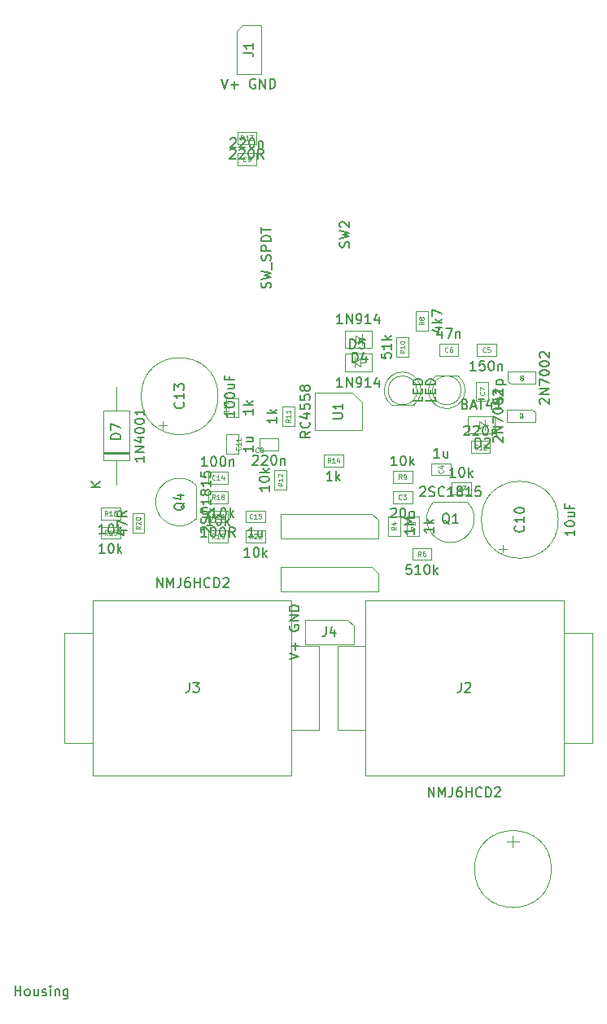
<source format=gbr>
%TF.GenerationSoftware,KiCad,Pcbnew,7.0.5.1-1-g8f565ef7f0-dirty-deb11*%
%TF.CreationDate,2023-08-09T08:12:33+00:00*%
%TF.ProjectId,GreenBean,47726565-6e42-4656-916e-2e6b69636164,rev?*%
%TF.SameCoordinates,Original*%
%TF.FileFunction,AssemblyDrawing,Top*%
%FSLAX46Y46*%
G04 Gerber Fmt 4.6, Leading zero omitted, Abs format (unit mm)*
G04 Created by KiCad (PCBNEW 7.0.5.1-1-g8f565ef7f0-dirty-deb11) date 2023-08-09 08:12:33*
%MOMM*%
%LPD*%
G01*
G04 APERTURE LIST*
%ADD10C,0.150000*%
%ADD11C,0.080000*%
%ADD12C,0.050000*%
%ADD13C,0.100000*%
G04 APERTURE END LIST*
D10*
%TO.C,J3*%
X124945714Y-112184819D02*
X124945714Y-111184819D01*
X124945714Y-111184819D02*
X125517142Y-112184819D01*
X125517142Y-112184819D02*
X125517142Y-111184819D01*
X125993333Y-112184819D02*
X125993333Y-111184819D01*
X125993333Y-111184819D02*
X126326666Y-111899104D01*
X126326666Y-111899104D02*
X126659999Y-111184819D01*
X126659999Y-111184819D02*
X126659999Y-112184819D01*
X127421904Y-111184819D02*
X127421904Y-111899104D01*
X127421904Y-111899104D02*
X127374285Y-112041961D01*
X127374285Y-112041961D02*
X127279047Y-112137200D01*
X127279047Y-112137200D02*
X127136190Y-112184819D01*
X127136190Y-112184819D02*
X127040952Y-112184819D01*
X128326666Y-111184819D02*
X128136190Y-111184819D01*
X128136190Y-111184819D02*
X128040952Y-111232438D01*
X128040952Y-111232438D02*
X127993333Y-111280057D01*
X127993333Y-111280057D02*
X127898095Y-111422914D01*
X127898095Y-111422914D02*
X127850476Y-111613390D01*
X127850476Y-111613390D02*
X127850476Y-111994342D01*
X127850476Y-111994342D02*
X127898095Y-112089580D01*
X127898095Y-112089580D02*
X127945714Y-112137200D01*
X127945714Y-112137200D02*
X128040952Y-112184819D01*
X128040952Y-112184819D02*
X128231428Y-112184819D01*
X128231428Y-112184819D02*
X128326666Y-112137200D01*
X128326666Y-112137200D02*
X128374285Y-112089580D01*
X128374285Y-112089580D02*
X128421904Y-111994342D01*
X128421904Y-111994342D02*
X128421904Y-111756247D01*
X128421904Y-111756247D02*
X128374285Y-111661009D01*
X128374285Y-111661009D02*
X128326666Y-111613390D01*
X128326666Y-111613390D02*
X128231428Y-111565771D01*
X128231428Y-111565771D02*
X128040952Y-111565771D01*
X128040952Y-111565771D02*
X127945714Y-111613390D01*
X127945714Y-111613390D02*
X127898095Y-111661009D01*
X127898095Y-111661009D02*
X127850476Y-111756247D01*
X128850476Y-112184819D02*
X128850476Y-111184819D01*
X128850476Y-111661009D02*
X129421904Y-111661009D01*
X129421904Y-112184819D02*
X129421904Y-111184819D01*
X130469523Y-112089580D02*
X130421904Y-112137200D01*
X130421904Y-112137200D02*
X130279047Y-112184819D01*
X130279047Y-112184819D02*
X130183809Y-112184819D01*
X130183809Y-112184819D02*
X130040952Y-112137200D01*
X130040952Y-112137200D02*
X129945714Y-112041961D01*
X129945714Y-112041961D02*
X129898095Y-111946723D01*
X129898095Y-111946723D02*
X129850476Y-111756247D01*
X129850476Y-111756247D02*
X129850476Y-111613390D01*
X129850476Y-111613390D02*
X129898095Y-111422914D01*
X129898095Y-111422914D02*
X129945714Y-111327676D01*
X129945714Y-111327676D02*
X130040952Y-111232438D01*
X130040952Y-111232438D02*
X130183809Y-111184819D01*
X130183809Y-111184819D02*
X130279047Y-111184819D01*
X130279047Y-111184819D02*
X130421904Y-111232438D01*
X130421904Y-111232438D02*
X130469523Y-111280057D01*
X130898095Y-112184819D02*
X130898095Y-111184819D01*
X130898095Y-111184819D02*
X131136190Y-111184819D01*
X131136190Y-111184819D02*
X131279047Y-111232438D01*
X131279047Y-111232438D02*
X131374285Y-111327676D01*
X131374285Y-111327676D02*
X131421904Y-111422914D01*
X131421904Y-111422914D02*
X131469523Y-111613390D01*
X131469523Y-111613390D02*
X131469523Y-111756247D01*
X131469523Y-111756247D02*
X131421904Y-111946723D01*
X131421904Y-111946723D02*
X131374285Y-112041961D01*
X131374285Y-112041961D02*
X131279047Y-112137200D01*
X131279047Y-112137200D02*
X131136190Y-112184819D01*
X131136190Y-112184819D02*
X130898095Y-112184819D01*
X131850476Y-111280057D02*
X131898095Y-111232438D01*
X131898095Y-111232438D02*
X131993333Y-111184819D01*
X131993333Y-111184819D02*
X132231428Y-111184819D01*
X132231428Y-111184819D02*
X132326666Y-111232438D01*
X132326666Y-111232438D02*
X132374285Y-111280057D01*
X132374285Y-111280057D02*
X132421904Y-111375295D01*
X132421904Y-111375295D02*
X132421904Y-111470533D01*
X132421904Y-111470533D02*
X132374285Y-111613390D01*
X132374285Y-111613390D02*
X131802857Y-112184819D01*
X131802857Y-112184819D02*
X132421904Y-112184819D01*
X128326666Y-122069819D02*
X128326666Y-122784104D01*
X128326666Y-122784104D02*
X128279047Y-122926961D01*
X128279047Y-122926961D02*
X128183809Y-123022200D01*
X128183809Y-123022200D02*
X128040952Y-123069819D01*
X128040952Y-123069819D02*
X127945714Y-123069819D01*
X128707619Y-122069819D02*
X129326666Y-122069819D01*
X129326666Y-122069819D02*
X128993333Y-122450771D01*
X128993333Y-122450771D02*
X129136190Y-122450771D01*
X129136190Y-122450771D02*
X129231428Y-122498390D01*
X129231428Y-122498390D02*
X129279047Y-122546009D01*
X129279047Y-122546009D02*
X129326666Y-122641247D01*
X129326666Y-122641247D02*
X129326666Y-122879342D01*
X129326666Y-122879342D02*
X129279047Y-122974580D01*
X129279047Y-122974580D02*
X129231428Y-123022200D01*
X129231428Y-123022200D02*
X129136190Y-123069819D01*
X129136190Y-123069819D02*
X128850476Y-123069819D01*
X128850476Y-123069819D02*
X128755238Y-123022200D01*
X128755238Y-123022200D02*
X128707619Y-122974580D01*
%TO.C,J1*%
X131652857Y-59324819D02*
X131986190Y-60324819D01*
X131986190Y-60324819D02*
X132319523Y-59324819D01*
X132652857Y-59943866D02*
X133414762Y-59943866D01*
X133033809Y-60324819D02*
X133033809Y-59562914D01*
X135176666Y-59372438D02*
X135081428Y-59324819D01*
X135081428Y-59324819D02*
X134938571Y-59324819D01*
X134938571Y-59324819D02*
X134795714Y-59372438D01*
X134795714Y-59372438D02*
X134700476Y-59467676D01*
X134700476Y-59467676D02*
X134652857Y-59562914D01*
X134652857Y-59562914D02*
X134605238Y-59753390D01*
X134605238Y-59753390D02*
X134605238Y-59896247D01*
X134605238Y-59896247D02*
X134652857Y-60086723D01*
X134652857Y-60086723D02*
X134700476Y-60181961D01*
X134700476Y-60181961D02*
X134795714Y-60277200D01*
X134795714Y-60277200D02*
X134938571Y-60324819D01*
X134938571Y-60324819D02*
X135033809Y-60324819D01*
X135033809Y-60324819D02*
X135176666Y-60277200D01*
X135176666Y-60277200D02*
X135224285Y-60229580D01*
X135224285Y-60229580D02*
X135224285Y-59896247D01*
X135224285Y-59896247D02*
X135033809Y-59896247D01*
X135652857Y-60324819D02*
X135652857Y-59324819D01*
X135652857Y-59324819D02*
X136224285Y-60324819D01*
X136224285Y-60324819D02*
X136224285Y-59324819D01*
X136700476Y-60324819D02*
X136700476Y-59324819D01*
X136700476Y-59324819D02*
X136938571Y-59324819D01*
X136938571Y-59324819D02*
X137081428Y-59372438D01*
X137081428Y-59372438D02*
X137176666Y-59467676D01*
X137176666Y-59467676D02*
X137224285Y-59562914D01*
X137224285Y-59562914D02*
X137271904Y-59753390D01*
X137271904Y-59753390D02*
X137271904Y-59896247D01*
X137271904Y-59896247D02*
X137224285Y-60086723D01*
X137224285Y-60086723D02*
X137176666Y-60181961D01*
X137176666Y-60181961D02*
X137081428Y-60277200D01*
X137081428Y-60277200D02*
X136938571Y-60324819D01*
X136938571Y-60324819D02*
X136700476Y-60324819D01*
X133964819Y-56603333D02*
X134679104Y-56603333D01*
X134679104Y-56603333D02*
X134821961Y-56650952D01*
X134821961Y-56650952D02*
X134917200Y-56746190D01*
X134917200Y-56746190D02*
X134964819Y-56889047D01*
X134964819Y-56889047D02*
X134964819Y-56984285D01*
X134964819Y-55603333D02*
X134964819Y-56174761D01*
X134964819Y-55889047D02*
X133964819Y-55889047D01*
X133964819Y-55889047D02*
X134107676Y-55984285D01*
X134107676Y-55984285D02*
X134202914Y-56079523D01*
X134202914Y-56079523D02*
X134250533Y-56174761D01*
%TO.C,J4*%
X138724819Y-119667142D02*
X139724819Y-119333809D01*
X139724819Y-119333809D02*
X138724819Y-119000476D01*
X139343866Y-118667142D02*
X139343866Y-117905238D01*
X139724819Y-118286190D02*
X138962914Y-118286190D01*
X138772438Y-116143333D02*
X138724819Y-116238571D01*
X138724819Y-116238571D02*
X138724819Y-116381428D01*
X138724819Y-116381428D02*
X138772438Y-116524285D01*
X138772438Y-116524285D02*
X138867676Y-116619523D01*
X138867676Y-116619523D02*
X138962914Y-116667142D01*
X138962914Y-116667142D02*
X139153390Y-116714761D01*
X139153390Y-116714761D02*
X139296247Y-116714761D01*
X139296247Y-116714761D02*
X139486723Y-116667142D01*
X139486723Y-116667142D02*
X139581961Y-116619523D01*
X139581961Y-116619523D02*
X139677200Y-116524285D01*
X139677200Y-116524285D02*
X139724819Y-116381428D01*
X139724819Y-116381428D02*
X139724819Y-116286190D01*
X139724819Y-116286190D02*
X139677200Y-116143333D01*
X139677200Y-116143333D02*
X139629580Y-116095714D01*
X139629580Y-116095714D02*
X139296247Y-116095714D01*
X139296247Y-116095714D02*
X139296247Y-116286190D01*
X139724819Y-115667142D02*
X138724819Y-115667142D01*
X138724819Y-115667142D02*
X139724819Y-115095714D01*
X139724819Y-115095714D02*
X138724819Y-115095714D01*
X139724819Y-114619523D02*
X138724819Y-114619523D01*
X138724819Y-114619523D02*
X138724819Y-114381428D01*
X138724819Y-114381428D02*
X138772438Y-114238571D01*
X138772438Y-114238571D02*
X138867676Y-114143333D01*
X138867676Y-114143333D02*
X138962914Y-114095714D01*
X138962914Y-114095714D02*
X139153390Y-114048095D01*
X139153390Y-114048095D02*
X139296247Y-114048095D01*
X139296247Y-114048095D02*
X139486723Y-114095714D01*
X139486723Y-114095714D02*
X139581961Y-114143333D01*
X139581961Y-114143333D02*
X139677200Y-114238571D01*
X139677200Y-114238571D02*
X139724819Y-114381428D01*
X139724819Y-114381428D02*
X139724819Y-114619523D01*
X142536666Y-116264819D02*
X142536666Y-116979104D01*
X142536666Y-116979104D02*
X142489047Y-117121961D01*
X142489047Y-117121961D02*
X142393809Y-117217200D01*
X142393809Y-117217200D02*
X142250952Y-117264819D01*
X142250952Y-117264819D02*
X142155714Y-117264819D01*
X143441428Y-116598152D02*
X143441428Y-117264819D01*
X143203333Y-116217200D02*
X142965238Y-116931485D01*
X142965238Y-116931485D02*
X143584285Y-116931485D01*
%TO.C,J2*%
X153210714Y-133954819D02*
X153210714Y-132954819D01*
X153210714Y-132954819D02*
X153782142Y-133954819D01*
X153782142Y-133954819D02*
X153782142Y-132954819D01*
X154258333Y-133954819D02*
X154258333Y-132954819D01*
X154258333Y-132954819D02*
X154591666Y-133669104D01*
X154591666Y-133669104D02*
X154924999Y-132954819D01*
X154924999Y-132954819D02*
X154924999Y-133954819D01*
X155686904Y-132954819D02*
X155686904Y-133669104D01*
X155686904Y-133669104D02*
X155639285Y-133811961D01*
X155639285Y-133811961D02*
X155544047Y-133907200D01*
X155544047Y-133907200D02*
X155401190Y-133954819D01*
X155401190Y-133954819D02*
X155305952Y-133954819D01*
X156591666Y-132954819D02*
X156401190Y-132954819D01*
X156401190Y-132954819D02*
X156305952Y-133002438D01*
X156305952Y-133002438D02*
X156258333Y-133050057D01*
X156258333Y-133050057D02*
X156163095Y-133192914D01*
X156163095Y-133192914D02*
X156115476Y-133383390D01*
X156115476Y-133383390D02*
X156115476Y-133764342D01*
X156115476Y-133764342D02*
X156163095Y-133859580D01*
X156163095Y-133859580D02*
X156210714Y-133907200D01*
X156210714Y-133907200D02*
X156305952Y-133954819D01*
X156305952Y-133954819D02*
X156496428Y-133954819D01*
X156496428Y-133954819D02*
X156591666Y-133907200D01*
X156591666Y-133907200D02*
X156639285Y-133859580D01*
X156639285Y-133859580D02*
X156686904Y-133764342D01*
X156686904Y-133764342D02*
X156686904Y-133526247D01*
X156686904Y-133526247D02*
X156639285Y-133431009D01*
X156639285Y-133431009D02*
X156591666Y-133383390D01*
X156591666Y-133383390D02*
X156496428Y-133335771D01*
X156496428Y-133335771D02*
X156305952Y-133335771D01*
X156305952Y-133335771D02*
X156210714Y-133383390D01*
X156210714Y-133383390D02*
X156163095Y-133431009D01*
X156163095Y-133431009D02*
X156115476Y-133526247D01*
X157115476Y-133954819D02*
X157115476Y-132954819D01*
X157115476Y-133431009D02*
X157686904Y-133431009D01*
X157686904Y-133954819D02*
X157686904Y-132954819D01*
X158734523Y-133859580D02*
X158686904Y-133907200D01*
X158686904Y-133907200D02*
X158544047Y-133954819D01*
X158544047Y-133954819D02*
X158448809Y-133954819D01*
X158448809Y-133954819D02*
X158305952Y-133907200D01*
X158305952Y-133907200D02*
X158210714Y-133811961D01*
X158210714Y-133811961D02*
X158163095Y-133716723D01*
X158163095Y-133716723D02*
X158115476Y-133526247D01*
X158115476Y-133526247D02*
X158115476Y-133383390D01*
X158115476Y-133383390D02*
X158163095Y-133192914D01*
X158163095Y-133192914D02*
X158210714Y-133097676D01*
X158210714Y-133097676D02*
X158305952Y-133002438D01*
X158305952Y-133002438D02*
X158448809Y-132954819D01*
X158448809Y-132954819D02*
X158544047Y-132954819D01*
X158544047Y-132954819D02*
X158686904Y-133002438D01*
X158686904Y-133002438D02*
X158734523Y-133050057D01*
X159163095Y-133954819D02*
X159163095Y-132954819D01*
X159163095Y-132954819D02*
X159401190Y-132954819D01*
X159401190Y-132954819D02*
X159544047Y-133002438D01*
X159544047Y-133002438D02*
X159639285Y-133097676D01*
X159639285Y-133097676D02*
X159686904Y-133192914D01*
X159686904Y-133192914D02*
X159734523Y-133383390D01*
X159734523Y-133383390D02*
X159734523Y-133526247D01*
X159734523Y-133526247D02*
X159686904Y-133716723D01*
X159686904Y-133716723D02*
X159639285Y-133811961D01*
X159639285Y-133811961D02*
X159544047Y-133907200D01*
X159544047Y-133907200D02*
X159401190Y-133954819D01*
X159401190Y-133954819D02*
X159163095Y-133954819D01*
X160115476Y-133050057D02*
X160163095Y-133002438D01*
X160163095Y-133002438D02*
X160258333Y-132954819D01*
X160258333Y-132954819D02*
X160496428Y-132954819D01*
X160496428Y-132954819D02*
X160591666Y-133002438D01*
X160591666Y-133002438D02*
X160639285Y-133050057D01*
X160639285Y-133050057D02*
X160686904Y-133145295D01*
X160686904Y-133145295D02*
X160686904Y-133240533D01*
X160686904Y-133240533D02*
X160639285Y-133383390D01*
X160639285Y-133383390D02*
X160067857Y-133954819D01*
X160067857Y-133954819D02*
X160686904Y-133954819D01*
X156591666Y-122069819D02*
X156591666Y-122784104D01*
X156591666Y-122784104D02*
X156544047Y-122926961D01*
X156544047Y-122926961D02*
X156448809Y-123022200D01*
X156448809Y-123022200D02*
X156305952Y-123069819D01*
X156305952Y-123069819D02*
X156210714Y-123069819D01*
X157020238Y-122165057D02*
X157067857Y-122117438D01*
X157067857Y-122117438D02*
X157163095Y-122069819D01*
X157163095Y-122069819D02*
X157401190Y-122069819D01*
X157401190Y-122069819D02*
X157496428Y-122117438D01*
X157496428Y-122117438D02*
X157544047Y-122165057D01*
X157544047Y-122165057D02*
X157591666Y-122260295D01*
X157591666Y-122260295D02*
X157591666Y-122355533D01*
X157591666Y-122355533D02*
X157544047Y-122498390D01*
X157544047Y-122498390D02*
X156972619Y-123069819D01*
X156972619Y-123069819D02*
X157591666Y-123069819D01*
%TO.C,R14*%
X143190952Y-101104819D02*
X142619524Y-101104819D01*
X142905238Y-101104819D02*
X142905238Y-100104819D01*
X142905238Y-100104819D02*
X142810000Y-100247676D01*
X142810000Y-100247676D02*
X142714762Y-100342914D01*
X142714762Y-100342914D02*
X142619524Y-100390533D01*
X143619524Y-101104819D02*
X143619524Y-100104819D01*
X143714762Y-100723866D02*
X144000476Y-101104819D01*
X144000476Y-100438152D02*
X143619524Y-100819104D01*
D11*
X142988571Y-99227149D02*
X142821905Y-98989054D01*
X142702857Y-99227149D02*
X142702857Y-98727149D01*
X142702857Y-98727149D02*
X142893333Y-98727149D01*
X142893333Y-98727149D02*
X142940952Y-98750959D01*
X142940952Y-98750959D02*
X142964762Y-98774768D01*
X142964762Y-98774768D02*
X142988571Y-98822387D01*
X142988571Y-98822387D02*
X142988571Y-98893816D01*
X142988571Y-98893816D02*
X142964762Y-98941435D01*
X142964762Y-98941435D02*
X142940952Y-98965244D01*
X142940952Y-98965244D02*
X142893333Y-98989054D01*
X142893333Y-98989054D02*
X142702857Y-98989054D01*
X143464762Y-99227149D02*
X143179048Y-99227149D01*
X143321905Y-99227149D02*
X143321905Y-98727149D01*
X143321905Y-98727149D02*
X143274286Y-98798578D01*
X143274286Y-98798578D02*
X143226667Y-98846197D01*
X143226667Y-98846197D02*
X143179048Y-98870006D01*
X143893333Y-98893816D02*
X143893333Y-99227149D01*
X143774285Y-98703340D02*
X143655238Y-99060482D01*
X143655238Y-99060482D02*
X143964761Y-99060482D01*
D10*
%TO.C,SW2*%
X136767200Y-81045237D02*
X136814819Y-80902380D01*
X136814819Y-80902380D02*
X136814819Y-80664285D01*
X136814819Y-80664285D02*
X136767200Y-80569047D01*
X136767200Y-80569047D02*
X136719580Y-80521428D01*
X136719580Y-80521428D02*
X136624342Y-80473809D01*
X136624342Y-80473809D02*
X136529104Y-80473809D01*
X136529104Y-80473809D02*
X136433866Y-80521428D01*
X136433866Y-80521428D02*
X136386247Y-80569047D01*
X136386247Y-80569047D02*
X136338628Y-80664285D01*
X136338628Y-80664285D02*
X136291009Y-80854761D01*
X136291009Y-80854761D02*
X136243390Y-80949999D01*
X136243390Y-80949999D02*
X136195771Y-80997618D01*
X136195771Y-80997618D02*
X136100533Y-81045237D01*
X136100533Y-81045237D02*
X136005295Y-81045237D01*
X136005295Y-81045237D02*
X135910057Y-80997618D01*
X135910057Y-80997618D02*
X135862438Y-80949999D01*
X135862438Y-80949999D02*
X135814819Y-80854761D01*
X135814819Y-80854761D02*
X135814819Y-80616666D01*
X135814819Y-80616666D02*
X135862438Y-80473809D01*
X135814819Y-80140475D02*
X136814819Y-79902380D01*
X136814819Y-79902380D02*
X136100533Y-79711904D01*
X136100533Y-79711904D02*
X136814819Y-79521428D01*
X136814819Y-79521428D02*
X135814819Y-79283333D01*
X136910057Y-79140476D02*
X136910057Y-78378571D01*
X136767200Y-78188094D02*
X136814819Y-78045237D01*
X136814819Y-78045237D02*
X136814819Y-77807142D01*
X136814819Y-77807142D02*
X136767200Y-77711904D01*
X136767200Y-77711904D02*
X136719580Y-77664285D01*
X136719580Y-77664285D02*
X136624342Y-77616666D01*
X136624342Y-77616666D02*
X136529104Y-77616666D01*
X136529104Y-77616666D02*
X136433866Y-77664285D01*
X136433866Y-77664285D02*
X136386247Y-77711904D01*
X136386247Y-77711904D02*
X136338628Y-77807142D01*
X136338628Y-77807142D02*
X136291009Y-77997618D01*
X136291009Y-77997618D02*
X136243390Y-78092856D01*
X136243390Y-78092856D02*
X136195771Y-78140475D01*
X136195771Y-78140475D02*
X136100533Y-78188094D01*
X136100533Y-78188094D02*
X136005295Y-78188094D01*
X136005295Y-78188094D02*
X135910057Y-78140475D01*
X135910057Y-78140475D02*
X135862438Y-78092856D01*
X135862438Y-78092856D02*
X135814819Y-77997618D01*
X135814819Y-77997618D02*
X135814819Y-77759523D01*
X135814819Y-77759523D02*
X135862438Y-77616666D01*
X136814819Y-77188094D02*
X135814819Y-77188094D01*
X135814819Y-77188094D02*
X135814819Y-76807142D01*
X135814819Y-76807142D02*
X135862438Y-76711904D01*
X135862438Y-76711904D02*
X135910057Y-76664285D01*
X135910057Y-76664285D02*
X136005295Y-76616666D01*
X136005295Y-76616666D02*
X136148152Y-76616666D01*
X136148152Y-76616666D02*
X136243390Y-76664285D01*
X136243390Y-76664285D02*
X136291009Y-76711904D01*
X136291009Y-76711904D02*
X136338628Y-76807142D01*
X136338628Y-76807142D02*
X136338628Y-77188094D01*
X136814819Y-76188094D02*
X135814819Y-76188094D01*
X135814819Y-76188094D02*
X135814819Y-75949999D01*
X135814819Y-75949999D02*
X135862438Y-75807142D01*
X135862438Y-75807142D02*
X135957676Y-75711904D01*
X135957676Y-75711904D02*
X136052914Y-75664285D01*
X136052914Y-75664285D02*
X136243390Y-75616666D01*
X136243390Y-75616666D02*
X136386247Y-75616666D01*
X136386247Y-75616666D02*
X136576723Y-75664285D01*
X136576723Y-75664285D02*
X136671961Y-75711904D01*
X136671961Y-75711904D02*
X136767200Y-75807142D01*
X136767200Y-75807142D02*
X136814819Y-75949999D01*
X136814819Y-75949999D02*
X136814819Y-76188094D01*
X135814819Y-75330951D02*
X135814819Y-74759523D01*
X136814819Y-75045237D02*
X135814819Y-75045237D01*
X144917200Y-76833332D02*
X144964819Y-76690475D01*
X144964819Y-76690475D02*
X144964819Y-76452380D01*
X144964819Y-76452380D02*
X144917200Y-76357142D01*
X144917200Y-76357142D02*
X144869580Y-76309523D01*
X144869580Y-76309523D02*
X144774342Y-76261904D01*
X144774342Y-76261904D02*
X144679104Y-76261904D01*
X144679104Y-76261904D02*
X144583866Y-76309523D01*
X144583866Y-76309523D02*
X144536247Y-76357142D01*
X144536247Y-76357142D02*
X144488628Y-76452380D01*
X144488628Y-76452380D02*
X144441009Y-76642856D01*
X144441009Y-76642856D02*
X144393390Y-76738094D01*
X144393390Y-76738094D02*
X144345771Y-76785713D01*
X144345771Y-76785713D02*
X144250533Y-76833332D01*
X144250533Y-76833332D02*
X144155295Y-76833332D01*
X144155295Y-76833332D02*
X144060057Y-76785713D01*
X144060057Y-76785713D02*
X144012438Y-76738094D01*
X144012438Y-76738094D02*
X143964819Y-76642856D01*
X143964819Y-76642856D02*
X143964819Y-76404761D01*
X143964819Y-76404761D02*
X144012438Y-76261904D01*
X143964819Y-75928570D02*
X144964819Y-75690475D01*
X144964819Y-75690475D02*
X144250533Y-75499999D01*
X144250533Y-75499999D02*
X144964819Y-75309523D01*
X144964819Y-75309523D02*
X143964819Y-75071428D01*
X144060057Y-74738094D02*
X144012438Y-74690475D01*
X144012438Y-74690475D02*
X143964819Y-74595237D01*
X143964819Y-74595237D02*
X143964819Y-74357142D01*
X143964819Y-74357142D02*
X144012438Y-74261904D01*
X144012438Y-74261904D02*
X144060057Y-74214285D01*
X144060057Y-74214285D02*
X144155295Y-74166666D01*
X144155295Y-74166666D02*
X144250533Y-74166666D01*
X144250533Y-74166666D02*
X144393390Y-74214285D01*
X144393390Y-74214285D02*
X144964819Y-74785713D01*
X144964819Y-74785713D02*
X144964819Y-74166666D01*
%TO.C,D6*%
X153924819Y-92347857D02*
X153924819Y-92824047D01*
X153924819Y-92824047D02*
X152924819Y-92824047D01*
X153401009Y-92014523D02*
X153401009Y-91681190D01*
X153924819Y-91538333D02*
X153924819Y-92014523D01*
X153924819Y-92014523D02*
X152924819Y-92014523D01*
X152924819Y-92014523D02*
X152924819Y-91538333D01*
X153924819Y-91109761D02*
X152924819Y-91109761D01*
X152924819Y-91109761D02*
X152924819Y-90871666D01*
X152924819Y-90871666D02*
X152972438Y-90728809D01*
X152972438Y-90728809D02*
X153067676Y-90633571D01*
X153067676Y-90633571D02*
X153162914Y-90585952D01*
X153162914Y-90585952D02*
X153353390Y-90538333D01*
X153353390Y-90538333D02*
X153496247Y-90538333D01*
X153496247Y-90538333D02*
X153686723Y-90585952D01*
X153686723Y-90585952D02*
X153781961Y-90633571D01*
X153781961Y-90633571D02*
X153877200Y-90728809D01*
X153877200Y-90728809D02*
X153924819Y-90871666D01*
X153924819Y-90871666D02*
X153924819Y-91109761D01*
%TO.C,R19*%
X130714761Y-105704819D02*
X130143333Y-105704819D01*
X130429047Y-105704819D02*
X130429047Y-104704819D01*
X130429047Y-104704819D02*
X130333809Y-104847676D01*
X130333809Y-104847676D02*
X130238571Y-104942914D01*
X130238571Y-104942914D02*
X130143333Y-104990533D01*
X131333809Y-104704819D02*
X131429047Y-104704819D01*
X131429047Y-104704819D02*
X131524285Y-104752438D01*
X131524285Y-104752438D02*
X131571904Y-104800057D01*
X131571904Y-104800057D02*
X131619523Y-104895295D01*
X131619523Y-104895295D02*
X131667142Y-105085771D01*
X131667142Y-105085771D02*
X131667142Y-105323866D01*
X131667142Y-105323866D02*
X131619523Y-105514342D01*
X131619523Y-105514342D02*
X131571904Y-105609580D01*
X131571904Y-105609580D02*
X131524285Y-105657200D01*
X131524285Y-105657200D02*
X131429047Y-105704819D01*
X131429047Y-105704819D02*
X131333809Y-105704819D01*
X131333809Y-105704819D02*
X131238571Y-105657200D01*
X131238571Y-105657200D02*
X131190952Y-105609580D01*
X131190952Y-105609580D02*
X131143333Y-105514342D01*
X131143333Y-105514342D02*
X131095714Y-105323866D01*
X131095714Y-105323866D02*
X131095714Y-105085771D01*
X131095714Y-105085771D02*
X131143333Y-104895295D01*
X131143333Y-104895295D02*
X131190952Y-104800057D01*
X131190952Y-104800057D02*
X131238571Y-104752438D01*
X131238571Y-104752438D02*
X131333809Y-104704819D01*
X132095714Y-105704819D02*
X132095714Y-104704819D01*
X132190952Y-105323866D02*
X132476666Y-105704819D01*
X132476666Y-105038152D02*
X132095714Y-105419104D01*
D11*
X130988571Y-107127149D02*
X130821905Y-106889054D01*
X130702857Y-107127149D02*
X130702857Y-106627149D01*
X130702857Y-106627149D02*
X130893333Y-106627149D01*
X130893333Y-106627149D02*
X130940952Y-106650959D01*
X130940952Y-106650959D02*
X130964762Y-106674768D01*
X130964762Y-106674768D02*
X130988571Y-106722387D01*
X130988571Y-106722387D02*
X130988571Y-106793816D01*
X130988571Y-106793816D02*
X130964762Y-106841435D01*
X130964762Y-106841435D02*
X130940952Y-106865244D01*
X130940952Y-106865244D02*
X130893333Y-106889054D01*
X130893333Y-106889054D02*
X130702857Y-106889054D01*
X131464762Y-107127149D02*
X131179048Y-107127149D01*
X131321905Y-107127149D02*
X131321905Y-106627149D01*
X131321905Y-106627149D02*
X131274286Y-106698578D01*
X131274286Y-106698578D02*
X131226667Y-106746197D01*
X131226667Y-106746197D02*
X131179048Y-106770006D01*
X131702857Y-107127149D02*
X131798095Y-107127149D01*
X131798095Y-107127149D02*
X131845714Y-107103340D01*
X131845714Y-107103340D02*
X131869523Y-107079530D01*
X131869523Y-107079530D02*
X131917142Y-107008101D01*
X131917142Y-107008101D02*
X131940952Y-106912863D01*
X131940952Y-106912863D02*
X131940952Y-106722387D01*
X131940952Y-106722387D02*
X131917142Y-106674768D01*
X131917142Y-106674768D02*
X131893333Y-106650959D01*
X131893333Y-106650959D02*
X131845714Y-106627149D01*
X131845714Y-106627149D02*
X131750476Y-106627149D01*
X131750476Y-106627149D02*
X131702857Y-106650959D01*
X131702857Y-106650959D02*
X131679047Y-106674768D01*
X131679047Y-106674768D02*
X131655238Y-106722387D01*
X131655238Y-106722387D02*
X131655238Y-106841435D01*
X131655238Y-106841435D02*
X131679047Y-106889054D01*
X131679047Y-106889054D02*
X131702857Y-106912863D01*
X131702857Y-106912863D02*
X131750476Y-106936673D01*
X131750476Y-106936673D02*
X131845714Y-106936673D01*
X131845714Y-106936673D02*
X131893333Y-106912863D01*
X131893333Y-106912863D02*
X131917142Y-106889054D01*
X131917142Y-106889054D02*
X131940952Y-106841435D01*
D10*
%TO.C,D3*%
X152604819Y-92337857D02*
X152604819Y-92814047D01*
X152604819Y-92814047D02*
X151604819Y-92814047D01*
X152081009Y-92004523D02*
X152081009Y-91671190D01*
X152604819Y-91528333D02*
X152604819Y-92004523D01*
X152604819Y-92004523D02*
X151604819Y-92004523D01*
X151604819Y-92004523D02*
X151604819Y-91528333D01*
X152604819Y-91099761D02*
X151604819Y-91099761D01*
X151604819Y-91099761D02*
X151604819Y-90861666D01*
X151604819Y-90861666D02*
X151652438Y-90718809D01*
X151652438Y-90718809D02*
X151747676Y-90623571D01*
X151747676Y-90623571D02*
X151842914Y-90575952D01*
X151842914Y-90575952D02*
X152033390Y-90528333D01*
X152033390Y-90528333D02*
X152176247Y-90528333D01*
X152176247Y-90528333D02*
X152366723Y-90575952D01*
X152366723Y-90575952D02*
X152461961Y-90623571D01*
X152461961Y-90623571D02*
X152557200Y-90718809D01*
X152557200Y-90718809D02*
X152604819Y-90861666D01*
X152604819Y-90861666D02*
X152604819Y-91099761D01*
%TO.C,R12*%
X136614819Y-101595238D02*
X136614819Y-102166666D01*
X136614819Y-101880952D02*
X135614819Y-101880952D01*
X135614819Y-101880952D02*
X135757676Y-101976190D01*
X135757676Y-101976190D02*
X135852914Y-102071428D01*
X135852914Y-102071428D02*
X135900533Y-102166666D01*
X135614819Y-100976190D02*
X135614819Y-100880952D01*
X135614819Y-100880952D02*
X135662438Y-100785714D01*
X135662438Y-100785714D02*
X135710057Y-100738095D01*
X135710057Y-100738095D02*
X135805295Y-100690476D01*
X135805295Y-100690476D02*
X135995771Y-100642857D01*
X135995771Y-100642857D02*
X136233866Y-100642857D01*
X136233866Y-100642857D02*
X136424342Y-100690476D01*
X136424342Y-100690476D02*
X136519580Y-100738095D01*
X136519580Y-100738095D02*
X136567200Y-100785714D01*
X136567200Y-100785714D02*
X136614819Y-100880952D01*
X136614819Y-100880952D02*
X136614819Y-100976190D01*
X136614819Y-100976190D02*
X136567200Y-101071428D01*
X136567200Y-101071428D02*
X136519580Y-101119047D01*
X136519580Y-101119047D02*
X136424342Y-101166666D01*
X136424342Y-101166666D02*
X136233866Y-101214285D01*
X136233866Y-101214285D02*
X135995771Y-101214285D01*
X135995771Y-101214285D02*
X135805295Y-101166666D01*
X135805295Y-101166666D02*
X135710057Y-101119047D01*
X135710057Y-101119047D02*
X135662438Y-101071428D01*
X135662438Y-101071428D02*
X135614819Y-100976190D01*
X136614819Y-100214285D02*
X135614819Y-100214285D01*
X136233866Y-100119047D02*
X136614819Y-99833333D01*
X135948152Y-99833333D02*
X136329104Y-100214285D01*
D11*
X138037149Y-101321428D02*
X137799054Y-101488094D01*
X138037149Y-101607142D02*
X137537149Y-101607142D01*
X137537149Y-101607142D02*
X137537149Y-101416666D01*
X137537149Y-101416666D02*
X137560959Y-101369047D01*
X137560959Y-101369047D02*
X137584768Y-101345237D01*
X137584768Y-101345237D02*
X137632387Y-101321428D01*
X137632387Y-101321428D02*
X137703816Y-101321428D01*
X137703816Y-101321428D02*
X137751435Y-101345237D01*
X137751435Y-101345237D02*
X137775244Y-101369047D01*
X137775244Y-101369047D02*
X137799054Y-101416666D01*
X137799054Y-101416666D02*
X137799054Y-101607142D01*
X138037149Y-100845237D02*
X138037149Y-101130951D01*
X138037149Y-100988094D02*
X137537149Y-100988094D01*
X137537149Y-100988094D02*
X137608578Y-101035713D01*
X137608578Y-101035713D02*
X137656197Y-101083332D01*
X137656197Y-101083332D02*
X137680006Y-101130951D01*
X137584768Y-100654761D02*
X137560959Y-100630952D01*
X137560959Y-100630952D02*
X137537149Y-100583333D01*
X137537149Y-100583333D02*
X137537149Y-100464285D01*
X137537149Y-100464285D02*
X137560959Y-100416666D01*
X137560959Y-100416666D02*
X137584768Y-100392857D01*
X137584768Y-100392857D02*
X137632387Y-100369047D01*
X137632387Y-100369047D02*
X137680006Y-100369047D01*
X137680006Y-100369047D02*
X137751435Y-100392857D01*
X137751435Y-100392857D02*
X138037149Y-100678571D01*
X138037149Y-100678571D02*
X138037149Y-100369047D01*
D10*
%TO.C,C8*%
X134919524Y-98530057D02*
X134967143Y-98482438D01*
X134967143Y-98482438D02*
X135062381Y-98434819D01*
X135062381Y-98434819D02*
X135300476Y-98434819D01*
X135300476Y-98434819D02*
X135395714Y-98482438D01*
X135395714Y-98482438D02*
X135443333Y-98530057D01*
X135443333Y-98530057D02*
X135490952Y-98625295D01*
X135490952Y-98625295D02*
X135490952Y-98720533D01*
X135490952Y-98720533D02*
X135443333Y-98863390D01*
X135443333Y-98863390D02*
X134871905Y-99434819D01*
X134871905Y-99434819D02*
X135490952Y-99434819D01*
X135871905Y-98530057D02*
X135919524Y-98482438D01*
X135919524Y-98482438D02*
X136014762Y-98434819D01*
X136014762Y-98434819D02*
X136252857Y-98434819D01*
X136252857Y-98434819D02*
X136348095Y-98482438D01*
X136348095Y-98482438D02*
X136395714Y-98530057D01*
X136395714Y-98530057D02*
X136443333Y-98625295D01*
X136443333Y-98625295D02*
X136443333Y-98720533D01*
X136443333Y-98720533D02*
X136395714Y-98863390D01*
X136395714Y-98863390D02*
X135824286Y-99434819D01*
X135824286Y-99434819D02*
X136443333Y-99434819D01*
X137062381Y-98434819D02*
X137157619Y-98434819D01*
X137157619Y-98434819D02*
X137252857Y-98482438D01*
X137252857Y-98482438D02*
X137300476Y-98530057D01*
X137300476Y-98530057D02*
X137348095Y-98625295D01*
X137348095Y-98625295D02*
X137395714Y-98815771D01*
X137395714Y-98815771D02*
X137395714Y-99053866D01*
X137395714Y-99053866D02*
X137348095Y-99244342D01*
X137348095Y-99244342D02*
X137300476Y-99339580D01*
X137300476Y-99339580D02*
X137252857Y-99387200D01*
X137252857Y-99387200D02*
X137157619Y-99434819D01*
X137157619Y-99434819D02*
X137062381Y-99434819D01*
X137062381Y-99434819D02*
X136967143Y-99387200D01*
X136967143Y-99387200D02*
X136919524Y-99339580D01*
X136919524Y-99339580D02*
X136871905Y-99244342D01*
X136871905Y-99244342D02*
X136824286Y-99053866D01*
X136824286Y-99053866D02*
X136824286Y-98815771D01*
X136824286Y-98815771D02*
X136871905Y-98625295D01*
X136871905Y-98625295D02*
X136919524Y-98530057D01*
X136919524Y-98530057D02*
X136967143Y-98482438D01*
X136967143Y-98482438D02*
X137062381Y-98434819D01*
X137824286Y-98768152D02*
X137824286Y-99434819D01*
X137824286Y-98863390D02*
X137871905Y-98815771D01*
X137871905Y-98815771D02*
X137967143Y-98768152D01*
X137967143Y-98768152D02*
X138110000Y-98768152D01*
X138110000Y-98768152D02*
X138205238Y-98815771D01*
X138205238Y-98815771D02*
X138252857Y-98911009D01*
X138252857Y-98911009D02*
X138252857Y-99434819D01*
D11*
X135526666Y-98104530D02*
X135502857Y-98128340D01*
X135502857Y-98128340D02*
X135431428Y-98152149D01*
X135431428Y-98152149D02*
X135383809Y-98152149D01*
X135383809Y-98152149D02*
X135312381Y-98128340D01*
X135312381Y-98128340D02*
X135264762Y-98080720D01*
X135264762Y-98080720D02*
X135240952Y-98033101D01*
X135240952Y-98033101D02*
X135217143Y-97937863D01*
X135217143Y-97937863D02*
X135217143Y-97866435D01*
X135217143Y-97866435D02*
X135240952Y-97771197D01*
X135240952Y-97771197D02*
X135264762Y-97723578D01*
X135264762Y-97723578D02*
X135312381Y-97675959D01*
X135312381Y-97675959D02*
X135383809Y-97652149D01*
X135383809Y-97652149D02*
X135431428Y-97652149D01*
X135431428Y-97652149D02*
X135502857Y-97675959D01*
X135502857Y-97675959D02*
X135526666Y-97699768D01*
X135812381Y-97866435D02*
X135764762Y-97842625D01*
X135764762Y-97842625D02*
X135740952Y-97818816D01*
X135740952Y-97818816D02*
X135717143Y-97771197D01*
X135717143Y-97771197D02*
X135717143Y-97747387D01*
X135717143Y-97747387D02*
X135740952Y-97699768D01*
X135740952Y-97699768D02*
X135764762Y-97675959D01*
X135764762Y-97675959D02*
X135812381Y-97652149D01*
X135812381Y-97652149D02*
X135907619Y-97652149D01*
X135907619Y-97652149D02*
X135955238Y-97675959D01*
X135955238Y-97675959D02*
X135979047Y-97699768D01*
X135979047Y-97699768D02*
X136002857Y-97747387D01*
X136002857Y-97747387D02*
X136002857Y-97771197D01*
X136002857Y-97771197D02*
X135979047Y-97818816D01*
X135979047Y-97818816D02*
X135955238Y-97842625D01*
X135955238Y-97842625D02*
X135907619Y-97866435D01*
X135907619Y-97866435D02*
X135812381Y-97866435D01*
X135812381Y-97866435D02*
X135764762Y-97890244D01*
X135764762Y-97890244D02*
X135740952Y-97914054D01*
X135740952Y-97914054D02*
X135717143Y-97961673D01*
X135717143Y-97961673D02*
X135717143Y-98056911D01*
X135717143Y-98056911D02*
X135740952Y-98104530D01*
X135740952Y-98104530D02*
X135764762Y-98128340D01*
X135764762Y-98128340D02*
X135812381Y-98152149D01*
X135812381Y-98152149D02*
X135907619Y-98152149D01*
X135907619Y-98152149D02*
X135955238Y-98128340D01*
X135955238Y-98128340D02*
X135979047Y-98104530D01*
X135979047Y-98104530D02*
X136002857Y-98056911D01*
X136002857Y-98056911D02*
X136002857Y-97961673D01*
X136002857Y-97961673D02*
X135979047Y-97914054D01*
X135979047Y-97914054D02*
X135955238Y-97890244D01*
X135955238Y-97890244D02*
X135907619Y-97866435D01*
D10*
%TO.C,R22*%
X134614761Y-109004819D02*
X134043333Y-109004819D01*
X134329047Y-109004819D02*
X134329047Y-108004819D01*
X134329047Y-108004819D02*
X134233809Y-108147676D01*
X134233809Y-108147676D02*
X134138571Y-108242914D01*
X134138571Y-108242914D02*
X134043333Y-108290533D01*
X135233809Y-108004819D02*
X135329047Y-108004819D01*
X135329047Y-108004819D02*
X135424285Y-108052438D01*
X135424285Y-108052438D02*
X135471904Y-108100057D01*
X135471904Y-108100057D02*
X135519523Y-108195295D01*
X135519523Y-108195295D02*
X135567142Y-108385771D01*
X135567142Y-108385771D02*
X135567142Y-108623866D01*
X135567142Y-108623866D02*
X135519523Y-108814342D01*
X135519523Y-108814342D02*
X135471904Y-108909580D01*
X135471904Y-108909580D02*
X135424285Y-108957200D01*
X135424285Y-108957200D02*
X135329047Y-109004819D01*
X135329047Y-109004819D02*
X135233809Y-109004819D01*
X135233809Y-109004819D02*
X135138571Y-108957200D01*
X135138571Y-108957200D02*
X135090952Y-108909580D01*
X135090952Y-108909580D02*
X135043333Y-108814342D01*
X135043333Y-108814342D02*
X134995714Y-108623866D01*
X134995714Y-108623866D02*
X134995714Y-108385771D01*
X134995714Y-108385771D02*
X135043333Y-108195295D01*
X135043333Y-108195295D02*
X135090952Y-108100057D01*
X135090952Y-108100057D02*
X135138571Y-108052438D01*
X135138571Y-108052438D02*
X135233809Y-108004819D01*
X135995714Y-109004819D02*
X135995714Y-108004819D01*
X136090952Y-108623866D02*
X136376666Y-109004819D01*
X136376666Y-108338152D02*
X135995714Y-108719104D01*
D11*
X134888571Y-107127149D02*
X134721905Y-106889054D01*
X134602857Y-107127149D02*
X134602857Y-106627149D01*
X134602857Y-106627149D02*
X134793333Y-106627149D01*
X134793333Y-106627149D02*
X134840952Y-106650959D01*
X134840952Y-106650959D02*
X134864762Y-106674768D01*
X134864762Y-106674768D02*
X134888571Y-106722387D01*
X134888571Y-106722387D02*
X134888571Y-106793816D01*
X134888571Y-106793816D02*
X134864762Y-106841435D01*
X134864762Y-106841435D02*
X134840952Y-106865244D01*
X134840952Y-106865244D02*
X134793333Y-106889054D01*
X134793333Y-106889054D02*
X134602857Y-106889054D01*
X135079048Y-106674768D02*
X135102857Y-106650959D01*
X135102857Y-106650959D02*
X135150476Y-106627149D01*
X135150476Y-106627149D02*
X135269524Y-106627149D01*
X135269524Y-106627149D02*
X135317143Y-106650959D01*
X135317143Y-106650959D02*
X135340952Y-106674768D01*
X135340952Y-106674768D02*
X135364762Y-106722387D01*
X135364762Y-106722387D02*
X135364762Y-106770006D01*
X135364762Y-106770006D02*
X135340952Y-106841435D01*
X135340952Y-106841435D02*
X135055238Y-107127149D01*
X135055238Y-107127149D02*
X135364762Y-107127149D01*
X135555238Y-106674768D02*
X135579047Y-106650959D01*
X135579047Y-106650959D02*
X135626666Y-106627149D01*
X135626666Y-106627149D02*
X135745714Y-106627149D01*
X135745714Y-106627149D02*
X135793333Y-106650959D01*
X135793333Y-106650959D02*
X135817142Y-106674768D01*
X135817142Y-106674768D02*
X135840952Y-106722387D01*
X135840952Y-106722387D02*
X135840952Y-106770006D01*
X135840952Y-106770006D02*
X135817142Y-106841435D01*
X135817142Y-106841435D02*
X135531428Y-107127149D01*
X135531428Y-107127149D02*
X135840952Y-107127149D01*
D10*
%TO.C,U1*%
X140864819Y-95995238D02*
X140388628Y-96328571D01*
X140864819Y-96566666D02*
X139864819Y-96566666D01*
X139864819Y-96566666D02*
X139864819Y-96185714D01*
X139864819Y-96185714D02*
X139912438Y-96090476D01*
X139912438Y-96090476D02*
X139960057Y-96042857D01*
X139960057Y-96042857D02*
X140055295Y-95995238D01*
X140055295Y-95995238D02*
X140198152Y-95995238D01*
X140198152Y-95995238D02*
X140293390Y-96042857D01*
X140293390Y-96042857D02*
X140341009Y-96090476D01*
X140341009Y-96090476D02*
X140388628Y-96185714D01*
X140388628Y-96185714D02*
X140388628Y-96566666D01*
X140769580Y-94995238D02*
X140817200Y-95042857D01*
X140817200Y-95042857D02*
X140864819Y-95185714D01*
X140864819Y-95185714D02*
X140864819Y-95280952D01*
X140864819Y-95280952D02*
X140817200Y-95423809D01*
X140817200Y-95423809D02*
X140721961Y-95519047D01*
X140721961Y-95519047D02*
X140626723Y-95566666D01*
X140626723Y-95566666D02*
X140436247Y-95614285D01*
X140436247Y-95614285D02*
X140293390Y-95614285D01*
X140293390Y-95614285D02*
X140102914Y-95566666D01*
X140102914Y-95566666D02*
X140007676Y-95519047D01*
X140007676Y-95519047D02*
X139912438Y-95423809D01*
X139912438Y-95423809D02*
X139864819Y-95280952D01*
X139864819Y-95280952D02*
X139864819Y-95185714D01*
X139864819Y-95185714D02*
X139912438Y-95042857D01*
X139912438Y-95042857D02*
X139960057Y-94995238D01*
X140198152Y-94138095D02*
X140864819Y-94138095D01*
X139817200Y-94376190D02*
X140531485Y-94614285D01*
X140531485Y-94614285D02*
X140531485Y-93995238D01*
X139864819Y-93138095D02*
X139864819Y-93614285D01*
X139864819Y-93614285D02*
X140341009Y-93661904D01*
X140341009Y-93661904D02*
X140293390Y-93614285D01*
X140293390Y-93614285D02*
X140245771Y-93519047D01*
X140245771Y-93519047D02*
X140245771Y-93280952D01*
X140245771Y-93280952D02*
X140293390Y-93185714D01*
X140293390Y-93185714D02*
X140341009Y-93138095D01*
X140341009Y-93138095D02*
X140436247Y-93090476D01*
X140436247Y-93090476D02*
X140674342Y-93090476D01*
X140674342Y-93090476D02*
X140769580Y-93138095D01*
X140769580Y-93138095D02*
X140817200Y-93185714D01*
X140817200Y-93185714D02*
X140864819Y-93280952D01*
X140864819Y-93280952D02*
X140864819Y-93519047D01*
X140864819Y-93519047D02*
X140817200Y-93614285D01*
X140817200Y-93614285D02*
X140769580Y-93661904D01*
X139864819Y-92185714D02*
X139864819Y-92661904D01*
X139864819Y-92661904D02*
X140341009Y-92709523D01*
X140341009Y-92709523D02*
X140293390Y-92661904D01*
X140293390Y-92661904D02*
X140245771Y-92566666D01*
X140245771Y-92566666D02*
X140245771Y-92328571D01*
X140245771Y-92328571D02*
X140293390Y-92233333D01*
X140293390Y-92233333D02*
X140341009Y-92185714D01*
X140341009Y-92185714D02*
X140436247Y-92138095D01*
X140436247Y-92138095D02*
X140674342Y-92138095D01*
X140674342Y-92138095D02*
X140769580Y-92185714D01*
X140769580Y-92185714D02*
X140817200Y-92233333D01*
X140817200Y-92233333D02*
X140864819Y-92328571D01*
X140864819Y-92328571D02*
X140864819Y-92566666D01*
X140864819Y-92566666D02*
X140817200Y-92661904D01*
X140817200Y-92661904D02*
X140769580Y-92709523D01*
X140293390Y-91566666D02*
X140245771Y-91661904D01*
X140245771Y-91661904D02*
X140198152Y-91709523D01*
X140198152Y-91709523D02*
X140102914Y-91757142D01*
X140102914Y-91757142D02*
X140055295Y-91757142D01*
X140055295Y-91757142D02*
X139960057Y-91709523D01*
X139960057Y-91709523D02*
X139912438Y-91661904D01*
X139912438Y-91661904D02*
X139864819Y-91566666D01*
X139864819Y-91566666D02*
X139864819Y-91376190D01*
X139864819Y-91376190D02*
X139912438Y-91280952D01*
X139912438Y-91280952D02*
X139960057Y-91233333D01*
X139960057Y-91233333D02*
X140055295Y-91185714D01*
X140055295Y-91185714D02*
X140102914Y-91185714D01*
X140102914Y-91185714D02*
X140198152Y-91233333D01*
X140198152Y-91233333D02*
X140245771Y-91280952D01*
X140245771Y-91280952D02*
X140293390Y-91376190D01*
X140293390Y-91376190D02*
X140293390Y-91566666D01*
X140293390Y-91566666D02*
X140341009Y-91661904D01*
X140341009Y-91661904D02*
X140388628Y-91709523D01*
X140388628Y-91709523D02*
X140483866Y-91757142D01*
X140483866Y-91757142D02*
X140674342Y-91757142D01*
X140674342Y-91757142D02*
X140769580Y-91709523D01*
X140769580Y-91709523D02*
X140817200Y-91661904D01*
X140817200Y-91661904D02*
X140864819Y-91566666D01*
X140864819Y-91566666D02*
X140864819Y-91376190D01*
X140864819Y-91376190D02*
X140817200Y-91280952D01*
X140817200Y-91280952D02*
X140769580Y-91233333D01*
X140769580Y-91233333D02*
X140674342Y-91185714D01*
X140674342Y-91185714D02*
X140483866Y-91185714D01*
X140483866Y-91185714D02*
X140388628Y-91233333D01*
X140388628Y-91233333D02*
X140341009Y-91280952D01*
X140341009Y-91280952D02*
X140293390Y-91376190D01*
X143275566Y-94646666D02*
X144068900Y-94646666D01*
X144068900Y-94646666D02*
X144162233Y-94600000D01*
X144162233Y-94600000D02*
X144208900Y-94553333D01*
X144208900Y-94553333D02*
X144255566Y-94460000D01*
X144255566Y-94460000D02*
X144255566Y-94273333D01*
X144255566Y-94273333D02*
X144208900Y-94180000D01*
X144208900Y-94180000D02*
X144162233Y-94133333D01*
X144162233Y-94133333D02*
X144068900Y-94086666D01*
X144068900Y-94086666D02*
X143275566Y-94086666D01*
X144255566Y-93106666D02*
X144255566Y-93666666D01*
X144255566Y-93386666D02*
X143275566Y-93386666D01*
X143275566Y-93386666D02*
X143415566Y-93479999D01*
X143415566Y-93479999D02*
X143508900Y-93573333D01*
X143508900Y-93573333D02*
X143555566Y-93666666D01*
%TO.C,R20*%
X121148152Y-106285714D02*
X121814819Y-106285714D01*
X120767200Y-106523809D02*
X121481485Y-106761904D01*
X121481485Y-106761904D02*
X121481485Y-106142857D01*
X120814819Y-105857142D02*
X120814819Y-105190476D01*
X120814819Y-105190476D02*
X121814819Y-105619047D01*
X121814819Y-104238095D02*
X121338628Y-104571428D01*
X121814819Y-104809523D02*
X120814819Y-104809523D01*
X120814819Y-104809523D02*
X120814819Y-104428571D01*
X120814819Y-104428571D02*
X120862438Y-104333333D01*
X120862438Y-104333333D02*
X120910057Y-104285714D01*
X120910057Y-104285714D02*
X121005295Y-104238095D01*
X121005295Y-104238095D02*
X121148152Y-104238095D01*
X121148152Y-104238095D02*
X121243390Y-104285714D01*
X121243390Y-104285714D02*
X121291009Y-104333333D01*
X121291009Y-104333333D02*
X121338628Y-104428571D01*
X121338628Y-104428571D02*
X121338628Y-104809523D01*
D11*
X123237149Y-105821428D02*
X122999054Y-105988094D01*
X123237149Y-106107142D02*
X122737149Y-106107142D01*
X122737149Y-106107142D02*
X122737149Y-105916666D01*
X122737149Y-105916666D02*
X122760959Y-105869047D01*
X122760959Y-105869047D02*
X122784768Y-105845237D01*
X122784768Y-105845237D02*
X122832387Y-105821428D01*
X122832387Y-105821428D02*
X122903816Y-105821428D01*
X122903816Y-105821428D02*
X122951435Y-105845237D01*
X122951435Y-105845237D02*
X122975244Y-105869047D01*
X122975244Y-105869047D02*
X122999054Y-105916666D01*
X122999054Y-105916666D02*
X122999054Y-106107142D01*
X122784768Y-105630951D02*
X122760959Y-105607142D01*
X122760959Y-105607142D02*
X122737149Y-105559523D01*
X122737149Y-105559523D02*
X122737149Y-105440475D01*
X122737149Y-105440475D02*
X122760959Y-105392856D01*
X122760959Y-105392856D02*
X122784768Y-105369047D01*
X122784768Y-105369047D02*
X122832387Y-105345237D01*
X122832387Y-105345237D02*
X122880006Y-105345237D01*
X122880006Y-105345237D02*
X122951435Y-105369047D01*
X122951435Y-105369047D02*
X123237149Y-105654761D01*
X123237149Y-105654761D02*
X123237149Y-105345237D01*
X122737149Y-105035714D02*
X122737149Y-104988095D01*
X122737149Y-104988095D02*
X122760959Y-104940476D01*
X122760959Y-104940476D02*
X122784768Y-104916666D01*
X122784768Y-104916666D02*
X122832387Y-104892857D01*
X122832387Y-104892857D02*
X122927625Y-104869047D01*
X122927625Y-104869047D02*
X123046673Y-104869047D01*
X123046673Y-104869047D02*
X123141911Y-104892857D01*
X123141911Y-104892857D02*
X123189530Y-104916666D01*
X123189530Y-104916666D02*
X123213340Y-104940476D01*
X123213340Y-104940476D02*
X123237149Y-104988095D01*
X123237149Y-104988095D02*
X123237149Y-105035714D01*
X123237149Y-105035714D02*
X123213340Y-105083333D01*
X123213340Y-105083333D02*
X123189530Y-105107142D01*
X123189530Y-105107142D02*
X123141911Y-105130952D01*
X123141911Y-105130952D02*
X123046673Y-105154761D01*
X123046673Y-105154761D02*
X122927625Y-105154761D01*
X122927625Y-105154761D02*
X122832387Y-105130952D01*
X122832387Y-105130952D02*
X122784768Y-105107142D01*
X122784768Y-105107142D02*
X122760959Y-105083333D01*
X122760959Y-105083333D02*
X122737149Y-105035714D01*
D10*
%TO.C,D5*%
X144243333Y-91354819D02*
X143671905Y-91354819D01*
X143957619Y-91354819D02*
X143957619Y-90354819D01*
X143957619Y-90354819D02*
X143862381Y-90497676D01*
X143862381Y-90497676D02*
X143767143Y-90592914D01*
X143767143Y-90592914D02*
X143671905Y-90640533D01*
X144671905Y-91354819D02*
X144671905Y-90354819D01*
X144671905Y-90354819D02*
X145243333Y-91354819D01*
X145243333Y-91354819D02*
X145243333Y-90354819D01*
X145767143Y-91354819D02*
X145957619Y-91354819D01*
X145957619Y-91354819D02*
X146052857Y-91307200D01*
X146052857Y-91307200D02*
X146100476Y-91259580D01*
X146100476Y-91259580D02*
X146195714Y-91116723D01*
X146195714Y-91116723D02*
X146243333Y-90926247D01*
X146243333Y-90926247D02*
X146243333Y-90545295D01*
X146243333Y-90545295D02*
X146195714Y-90450057D01*
X146195714Y-90450057D02*
X146148095Y-90402438D01*
X146148095Y-90402438D02*
X146052857Y-90354819D01*
X146052857Y-90354819D02*
X145862381Y-90354819D01*
X145862381Y-90354819D02*
X145767143Y-90402438D01*
X145767143Y-90402438D02*
X145719524Y-90450057D01*
X145719524Y-90450057D02*
X145671905Y-90545295D01*
X145671905Y-90545295D02*
X145671905Y-90783390D01*
X145671905Y-90783390D02*
X145719524Y-90878628D01*
X145719524Y-90878628D02*
X145767143Y-90926247D01*
X145767143Y-90926247D02*
X145862381Y-90973866D01*
X145862381Y-90973866D02*
X146052857Y-90973866D01*
X146052857Y-90973866D02*
X146148095Y-90926247D01*
X146148095Y-90926247D02*
X146195714Y-90878628D01*
X146195714Y-90878628D02*
X146243333Y-90783390D01*
X147195714Y-91354819D02*
X146624286Y-91354819D01*
X146910000Y-91354819D02*
X146910000Y-90354819D01*
X146910000Y-90354819D02*
X146814762Y-90497676D01*
X146814762Y-90497676D02*
X146719524Y-90592914D01*
X146719524Y-90592914D02*
X146624286Y-90640533D01*
X148052857Y-90688152D02*
X148052857Y-91354819D01*
X147814762Y-90307200D02*
X147576667Y-91021485D01*
X147576667Y-91021485D02*
X148195714Y-91021485D01*
X145044905Y-87349819D02*
X145044905Y-86349819D01*
X145044905Y-86349819D02*
X145283000Y-86349819D01*
X145283000Y-86349819D02*
X145425857Y-86397438D01*
X145425857Y-86397438D02*
X145521095Y-86492676D01*
X145521095Y-86492676D02*
X145568714Y-86587914D01*
X145568714Y-86587914D02*
X145616333Y-86778390D01*
X145616333Y-86778390D02*
X145616333Y-86921247D01*
X145616333Y-86921247D02*
X145568714Y-87111723D01*
X145568714Y-87111723D02*
X145521095Y-87206961D01*
X145521095Y-87206961D02*
X145425857Y-87302200D01*
X145425857Y-87302200D02*
X145283000Y-87349819D01*
X145283000Y-87349819D02*
X145044905Y-87349819D01*
X146521095Y-86349819D02*
X146044905Y-86349819D01*
X146044905Y-86349819D02*
X145997286Y-86826009D01*
X145997286Y-86826009D02*
X146044905Y-86778390D01*
X146044905Y-86778390D02*
X146140143Y-86730771D01*
X146140143Y-86730771D02*
X146378238Y-86730771D01*
X146378238Y-86730771D02*
X146473476Y-86778390D01*
X146473476Y-86778390D02*
X146521095Y-86826009D01*
X146521095Y-86826009D02*
X146568714Y-86921247D01*
X146568714Y-86921247D02*
X146568714Y-87159342D01*
X146568714Y-87159342D02*
X146521095Y-87254580D01*
X146521095Y-87254580D02*
X146473476Y-87302200D01*
X146473476Y-87302200D02*
X146378238Y-87349819D01*
X146378238Y-87349819D02*
X146140143Y-87349819D01*
X146140143Y-87349819D02*
X146044905Y-87302200D01*
X146044905Y-87302200D02*
X145997286Y-87254580D01*
%TO.C,C4*%
X154343333Y-98674819D02*
X153771905Y-98674819D01*
X154057619Y-98674819D02*
X154057619Y-97674819D01*
X154057619Y-97674819D02*
X153962381Y-97817676D01*
X153962381Y-97817676D02*
X153867143Y-97912914D01*
X153867143Y-97912914D02*
X153771905Y-97960533D01*
X155200476Y-98008152D02*
X155200476Y-98674819D01*
X154771905Y-98008152D02*
X154771905Y-98531961D01*
X154771905Y-98531961D02*
X154819524Y-98627200D01*
X154819524Y-98627200D02*
X154914762Y-98674819D01*
X154914762Y-98674819D02*
X155057619Y-98674819D01*
X155057619Y-98674819D02*
X155152857Y-98627200D01*
X155152857Y-98627200D02*
X155200476Y-98579580D01*
D11*
X154689530Y-99983333D02*
X154713340Y-100007142D01*
X154713340Y-100007142D02*
X154737149Y-100078571D01*
X154737149Y-100078571D02*
X154737149Y-100126190D01*
X154737149Y-100126190D02*
X154713340Y-100197618D01*
X154713340Y-100197618D02*
X154665720Y-100245237D01*
X154665720Y-100245237D02*
X154618101Y-100269047D01*
X154618101Y-100269047D02*
X154522863Y-100292856D01*
X154522863Y-100292856D02*
X154451435Y-100292856D01*
X154451435Y-100292856D02*
X154356197Y-100269047D01*
X154356197Y-100269047D02*
X154308578Y-100245237D01*
X154308578Y-100245237D02*
X154260959Y-100197618D01*
X154260959Y-100197618D02*
X154237149Y-100126190D01*
X154237149Y-100126190D02*
X154237149Y-100078571D01*
X154237149Y-100078571D02*
X154260959Y-100007142D01*
X154260959Y-100007142D02*
X154284768Y-99983333D01*
X154403816Y-99554761D02*
X154737149Y-99554761D01*
X154213340Y-99673809D02*
X154570482Y-99792856D01*
X154570482Y-99792856D02*
X154570482Y-99483333D01*
D10*
%TO.C,D4*%
X144243333Y-84754819D02*
X143671905Y-84754819D01*
X143957619Y-84754819D02*
X143957619Y-83754819D01*
X143957619Y-83754819D02*
X143862381Y-83897676D01*
X143862381Y-83897676D02*
X143767143Y-83992914D01*
X143767143Y-83992914D02*
X143671905Y-84040533D01*
X144671905Y-84754819D02*
X144671905Y-83754819D01*
X144671905Y-83754819D02*
X145243333Y-84754819D01*
X145243333Y-84754819D02*
X145243333Y-83754819D01*
X145767143Y-84754819D02*
X145957619Y-84754819D01*
X145957619Y-84754819D02*
X146052857Y-84707200D01*
X146052857Y-84707200D02*
X146100476Y-84659580D01*
X146100476Y-84659580D02*
X146195714Y-84516723D01*
X146195714Y-84516723D02*
X146243333Y-84326247D01*
X146243333Y-84326247D02*
X146243333Y-83945295D01*
X146243333Y-83945295D02*
X146195714Y-83850057D01*
X146195714Y-83850057D02*
X146148095Y-83802438D01*
X146148095Y-83802438D02*
X146052857Y-83754819D01*
X146052857Y-83754819D02*
X145862381Y-83754819D01*
X145862381Y-83754819D02*
X145767143Y-83802438D01*
X145767143Y-83802438D02*
X145719524Y-83850057D01*
X145719524Y-83850057D02*
X145671905Y-83945295D01*
X145671905Y-83945295D02*
X145671905Y-84183390D01*
X145671905Y-84183390D02*
X145719524Y-84278628D01*
X145719524Y-84278628D02*
X145767143Y-84326247D01*
X145767143Y-84326247D02*
X145862381Y-84373866D01*
X145862381Y-84373866D02*
X146052857Y-84373866D01*
X146052857Y-84373866D02*
X146148095Y-84326247D01*
X146148095Y-84326247D02*
X146195714Y-84278628D01*
X146195714Y-84278628D02*
X146243333Y-84183390D01*
X147195714Y-84754819D02*
X146624286Y-84754819D01*
X146910000Y-84754819D02*
X146910000Y-83754819D01*
X146910000Y-83754819D02*
X146814762Y-83897676D01*
X146814762Y-83897676D02*
X146719524Y-83992914D01*
X146719524Y-83992914D02*
X146624286Y-84040533D01*
X148052857Y-84088152D02*
X148052857Y-84754819D01*
X147814762Y-83707200D02*
X147576667Y-84421485D01*
X147576667Y-84421485D02*
X148195714Y-84421485D01*
X145298905Y-88759819D02*
X145298905Y-87759819D01*
X145298905Y-87759819D02*
X145537000Y-87759819D01*
X145537000Y-87759819D02*
X145679857Y-87807438D01*
X145679857Y-87807438D02*
X145775095Y-87902676D01*
X145775095Y-87902676D02*
X145822714Y-87997914D01*
X145822714Y-87997914D02*
X145870333Y-88188390D01*
X145870333Y-88188390D02*
X145870333Y-88331247D01*
X145870333Y-88331247D02*
X145822714Y-88521723D01*
X145822714Y-88521723D02*
X145775095Y-88616961D01*
X145775095Y-88616961D02*
X145679857Y-88712200D01*
X145679857Y-88712200D02*
X145537000Y-88759819D01*
X145537000Y-88759819D02*
X145298905Y-88759819D01*
X146727476Y-88093152D02*
X146727476Y-88759819D01*
X146489381Y-87712200D02*
X146251286Y-88426485D01*
X146251286Y-88426485D02*
X146870333Y-88426485D01*
%TO.C,C13*%
X133014819Y-93850270D02*
X133014819Y-94421698D01*
X133014819Y-94135984D02*
X132014819Y-94135984D01*
X132014819Y-94135984D02*
X132157676Y-94231222D01*
X132157676Y-94231222D02*
X132252914Y-94326460D01*
X132252914Y-94326460D02*
X132300533Y-94421698D01*
X132014819Y-93231222D02*
X132014819Y-93135984D01*
X132014819Y-93135984D02*
X132062438Y-93040746D01*
X132062438Y-93040746D02*
X132110057Y-92993127D01*
X132110057Y-92993127D02*
X132205295Y-92945508D01*
X132205295Y-92945508D02*
X132395771Y-92897889D01*
X132395771Y-92897889D02*
X132633866Y-92897889D01*
X132633866Y-92897889D02*
X132824342Y-92945508D01*
X132824342Y-92945508D02*
X132919580Y-92993127D01*
X132919580Y-92993127D02*
X132967200Y-93040746D01*
X132967200Y-93040746D02*
X133014819Y-93135984D01*
X133014819Y-93135984D02*
X133014819Y-93231222D01*
X133014819Y-93231222D02*
X132967200Y-93326460D01*
X132967200Y-93326460D02*
X132919580Y-93374079D01*
X132919580Y-93374079D02*
X132824342Y-93421698D01*
X132824342Y-93421698D02*
X132633866Y-93469317D01*
X132633866Y-93469317D02*
X132395771Y-93469317D01*
X132395771Y-93469317D02*
X132205295Y-93421698D01*
X132205295Y-93421698D02*
X132110057Y-93374079D01*
X132110057Y-93374079D02*
X132062438Y-93326460D01*
X132062438Y-93326460D02*
X132014819Y-93231222D01*
X132014819Y-92278841D02*
X132014819Y-92183603D01*
X132014819Y-92183603D02*
X132062438Y-92088365D01*
X132062438Y-92088365D02*
X132110057Y-92040746D01*
X132110057Y-92040746D02*
X132205295Y-91993127D01*
X132205295Y-91993127D02*
X132395771Y-91945508D01*
X132395771Y-91945508D02*
X132633866Y-91945508D01*
X132633866Y-91945508D02*
X132824342Y-91993127D01*
X132824342Y-91993127D02*
X132919580Y-92040746D01*
X132919580Y-92040746D02*
X132967200Y-92088365D01*
X132967200Y-92088365D02*
X133014819Y-92183603D01*
X133014819Y-92183603D02*
X133014819Y-92278841D01*
X133014819Y-92278841D02*
X132967200Y-92374079D01*
X132967200Y-92374079D02*
X132919580Y-92421698D01*
X132919580Y-92421698D02*
X132824342Y-92469317D01*
X132824342Y-92469317D02*
X132633866Y-92516936D01*
X132633866Y-92516936D02*
X132395771Y-92516936D01*
X132395771Y-92516936D02*
X132205295Y-92469317D01*
X132205295Y-92469317D02*
X132110057Y-92421698D01*
X132110057Y-92421698D02*
X132062438Y-92374079D01*
X132062438Y-92374079D02*
X132014819Y-92278841D01*
X132348152Y-91088365D02*
X133014819Y-91088365D01*
X132348152Y-91516936D02*
X132871961Y-91516936D01*
X132871961Y-91516936D02*
X132967200Y-91469317D01*
X132967200Y-91469317D02*
X133014819Y-91374079D01*
X133014819Y-91374079D02*
X133014819Y-91231222D01*
X133014819Y-91231222D02*
X132967200Y-91135984D01*
X132967200Y-91135984D02*
X132919580Y-91088365D01*
X132491009Y-90278841D02*
X132491009Y-90612174D01*
X133014819Y-90612174D02*
X132014819Y-90612174D01*
X132014819Y-90612174D02*
X132014819Y-90135984D01*
X127669580Y-92945508D02*
X127717200Y-92993127D01*
X127717200Y-92993127D02*
X127764819Y-93135984D01*
X127764819Y-93135984D02*
X127764819Y-93231222D01*
X127764819Y-93231222D02*
X127717200Y-93374079D01*
X127717200Y-93374079D02*
X127621961Y-93469317D01*
X127621961Y-93469317D02*
X127526723Y-93516936D01*
X127526723Y-93516936D02*
X127336247Y-93564555D01*
X127336247Y-93564555D02*
X127193390Y-93564555D01*
X127193390Y-93564555D02*
X127002914Y-93516936D01*
X127002914Y-93516936D02*
X126907676Y-93469317D01*
X126907676Y-93469317D02*
X126812438Y-93374079D01*
X126812438Y-93374079D02*
X126764819Y-93231222D01*
X126764819Y-93231222D02*
X126764819Y-93135984D01*
X126764819Y-93135984D02*
X126812438Y-92993127D01*
X126812438Y-92993127D02*
X126860057Y-92945508D01*
X127764819Y-91993127D02*
X127764819Y-92564555D01*
X127764819Y-92278841D02*
X126764819Y-92278841D01*
X126764819Y-92278841D02*
X126907676Y-92374079D01*
X126907676Y-92374079D02*
X127002914Y-92469317D01*
X127002914Y-92469317D02*
X127050533Y-92564555D01*
X126764819Y-91659793D02*
X126764819Y-91040746D01*
X126764819Y-91040746D02*
X127145771Y-91374079D01*
X127145771Y-91374079D02*
X127145771Y-91231222D01*
X127145771Y-91231222D02*
X127193390Y-91135984D01*
X127193390Y-91135984D02*
X127241009Y-91088365D01*
X127241009Y-91088365D02*
X127336247Y-91040746D01*
X127336247Y-91040746D02*
X127574342Y-91040746D01*
X127574342Y-91040746D02*
X127669580Y-91088365D01*
X127669580Y-91088365D02*
X127717200Y-91135984D01*
X127717200Y-91135984D02*
X127764819Y-91231222D01*
X127764819Y-91231222D02*
X127764819Y-91516936D01*
X127764819Y-91516936D02*
X127717200Y-91612174D01*
X127717200Y-91612174D02*
X127669580Y-91659793D01*
%TO.C,C6*%
X154571904Y-85608152D02*
X154571904Y-86274819D01*
X154333809Y-85227200D02*
X154095714Y-85941485D01*
X154095714Y-85941485D02*
X154714761Y-85941485D01*
X155000476Y-85274819D02*
X155667142Y-85274819D01*
X155667142Y-85274819D02*
X155238571Y-86274819D01*
X156048095Y-85608152D02*
X156048095Y-86274819D01*
X156048095Y-85703390D02*
X156095714Y-85655771D01*
X156095714Y-85655771D02*
X156190952Y-85608152D01*
X156190952Y-85608152D02*
X156333809Y-85608152D01*
X156333809Y-85608152D02*
X156429047Y-85655771D01*
X156429047Y-85655771D02*
X156476666Y-85751009D01*
X156476666Y-85751009D02*
X156476666Y-86274819D01*
D11*
X155226666Y-87679530D02*
X155202857Y-87703340D01*
X155202857Y-87703340D02*
X155131428Y-87727149D01*
X155131428Y-87727149D02*
X155083809Y-87727149D01*
X155083809Y-87727149D02*
X155012381Y-87703340D01*
X155012381Y-87703340D02*
X154964762Y-87655720D01*
X154964762Y-87655720D02*
X154940952Y-87608101D01*
X154940952Y-87608101D02*
X154917143Y-87512863D01*
X154917143Y-87512863D02*
X154917143Y-87441435D01*
X154917143Y-87441435D02*
X154940952Y-87346197D01*
X154940952Y-87346197D02*
X154964762Y-87298578D01*
X154964762Y-87298578D02*
X155012381Y-87250959D01*
X155012381Y-87250959D02*
X155083809Y-87227149D01*
X155083809Y-87227149D02*
X155131428Y-87227149D01*
X155131428Y-87227149D02*
X155202857Y-87250959D01*
X155202857Y-87250959D02*
X155226666Y-87274768D01*
X155655238Y-87227149D02*
X155560000Y-87227149D01*
X155560000Y-87227149D02*
X155512381Y-87250959D01*
X155512381Y-87250959D02*
X155488571Y-87274768D01*
X155488571Y-87274768D02*
X155440952Y-87346197D01*
X155440952Y-87346197D02*
X155417143Y-87441435D01*
X155417143Y-87441435D02*
X155417143Y-87631911D01*
X155417143Y-87631911D02*
X155440952Y-87679530D01*
X155440952Y-87679530D02*
X155464762Y-87703340D01*
X155464762Y-87703340D02*
X155512381Y-87727149D01*
X155512381Y-87727149D02*
X155607619Y-87727149D01*
X155607619Y-87727149D02*
X155655238Y-87703340D01*
X155655238Y-87703340D02*
X155679047Y-87679530D01*
X155679047Y-87679530D02*
X155702857Y-87631911D01*
X155702857Y-87631911D02*
X155702857Y-87512863D01*
X155702857Y-87512863D02*
X155679047Y-87465244D01*
X155679047Y-87465244D02*
X155655238Y-87441435D01*
X155655238Y-87441435D02*
X155607619Y-87417625D01*
X155607619Y-87417625D02*
X155512381Y-87417625D01*
X155512381Y-87417625D02*
X155464762Y-87441435D01*
X155464762Y-87441435D02*
X155440952Y-87465244D01*
X155440952Y-87465244D02*
X155417143Y-87512863D01*
D10*
%TO.C,R7*%
X156014761Y-100704819D02*
X155443333Y-100704819D01*
X155729047Y-100704819D02*
X155729047Y-99704819D01*
X155729047Y-99704819D02*
X155633809Y-99847676D01*
X155633809Y-99847676D02*
X155538571Y-99942914D01*
X155538571Y-99942914D02*
X155443333Y-99990533D01*
X156633809Y-99704819D02*
X156729047Y-99704819D01*
X156729047Y-99704819D02*
X156824285Y-99752438D01*
X156824285Y-99752438D02*
X156871904Y-99800057D01*
X156871904Y-99800057D02*
X156919523Y-99895295D01*
X156919523Y-99895295D02*
X156967142Y-100085771D01*
X156967142Y-100085771D02*
X156967142Y-100323866D01*
X156967142Y-100323866D02*
X156919523Y-100514342D01*
X156919523Y-100514342D02*
X156871904Y-100609580D01*
X156871904Y-100609580D02*
X156824285Y-100657200D01*
X156824285Y-100657200D02*
X156729047Y-100704819D01*
X156729047Y-100704819D02*
X156633809Y-100704819D01*
X156633809Y-100704819D02*
X156538571Y-100657200D01*
X156538571Y-100657200D02*
X156490952Y-100609580D01*
X156490952Y-100609580D02*
X156443333Y-100514342D01*
X156443333Y-100514342D02*
X156395714Y-100323866D01*
X156395714Y-100323866D02*
X156395714Y-100085771D01*
X156395714Y-100085771D02*
X156443333Y-99895295D01*
X156443333Y-99895295D02*
X156490952Y-99800057D01*
X156490952Y-99800057D02*
X156538571Y-99752438D01*
X156538571Y-99752438D02*
X156633809Y-99704819D01*
X157395714Y-100704819D02*
X157395714Y-99704819D01*
X157490952Y-100323866D02*
X157776666Y-100704819D01*
X157776666Y-100038152D02*
X157395714Y-100419104D01*
D11*
X156526666Y-102127149D02*
X156360000Y-101889054D01*
X156240952Y-102127149D02*
X156240952Y-101627149D01*
X156240952Y-101627149D02*
X156431428Y-101627149D01*
X156431428Y-101627149D02*
X156479047Y-101650959D01*
X156479047Y-101650959D02*
X156502857Y-101674768D01*
X156502857Y-101674768D02*
X156526666Y-101722387D01*
X156526666Y-101722387D02*
X156526666Y-101793816D01*
X156526666Y-101793816D02*
X156502857Y-101841435D01*
X156502857Y-101841435D02*
X156479047Y-101865244D01*
X156479047Y-101865244D02*
X156431428Y-101889054D01*
X156431428Y-101889054D02*
X156240952Y-101889054D01*
X156693333Y-101627149D02*
X157026666Y-101627149D01*
X157026666Y-101627149D02*
X156812381Y-102127149D01*
D10*
%TO.C,C3*%
X149295714Y-104030057D02*
X149343333Y-103982438D01*
X149343333Y-103982438D02*
X149438571Y-103934819D01*
X149438571Y-103934819D02*
X149676666Y-103934819D01*
X149676666Y-103934819D02*
X149771904Y-103982438D01*
X149771904Y-103982438D02*
X149819523Y-104030057D01*
X149819523Y-104030057D02*
X149867142Y-104125295D01*
X149867142Y-104125295D02*
X149867142Y-104220533D01*
X149867142Y-104220533D02*
X149819523Y-104363390D01*
X149819523Y-104363390D02*
X149248095Y-104934819D01*
X149248095Y-104934819D02*
X149867142Y-104934819D01*
X150486190Y-103934819D02*
X150581428Y-103934819D01*
X150581428Y-103934819D02*
X150676666Y-103982438D01*
X150676666Y-103982438D02*
X150724285Y-104030057D01*
X150724285Y-104030057D02*
X150771904Y-104125295D01*
X150771904Y-104125295D02*
X150819523Y-104315771D01*
X150819523Y-104315771D02*
X150819523Y-104553866D01*
X150819523Y-104553866D02*
X150771904Y-104744342D01*
X150771904Y-104744342D02*
X150724285Y-104839580D01*
X150724285Y-104839580D02*
X150676666Y-104887200D01*
X150676666Y-104887200D02*
X150581428Y-104934819D01*
X150581428Y-104934819D02*
X150486190Y-104934819D01*
X150486190Y-104934819D02*
X150390952Y-104887200D01*
X150390952Y-104887200D02*
X150343333Y-104839580D01*
X150343333Y-104839580D02*
X150295714Y-104744342D01*
X150295714Y-104744342D02*
X150248095Y-104553866D01*
X150248095Y-104553866D02*
X150248095Y-104315771D01*
X150248095Y-104315771D02*
X150295714Y-104125295D01*
X150295714Y-104125295D02*
X150343333Y-104030057D01*
X150343333Y-104030057D02*
X150390952Y-103982438D01*
X150390952Y-103982438D02*
X150486190Y-103934819D01*
X151248095Y-104268152D02*
X151248095Y-104934819D01*
X151248095Y-104363390D02*
X151295714Y-104315771D01*
X151295714Y-104315771D02*
X151390952Y-104268152D01*
X151390952Y-104268152D02*
X151533809Y-104268152D01*
X151533809Y-104268152D02*
X151629047Y-104315771D01*
X151629047Y-104315771D02*
X151676666Y-104411009D01*
X151676666Y-104411009D02*
X151676666Y-104934819D01*
D11*
X150426666Y-102979530D02*
X150402857Y-103003340D01*
X150402857Y-103003340D02*
X150331428Y-103027149D01*
X150331428Y-103027149D02*
X150283809Y-103027149D01*
X150283809Y-103027149D02*
X150212381Y-103003340D01*
X150212381Y-103003340D02*
X150164762Y-102955720D01*
X150164762Y-102955720D02*
X150140952Y-102908101D01*
X150140952Y-102908101D02*
X150117143Y-102812863D01*
X150117143Y-102812863D02*
X150117143Y-102741435D01*
X150117143Y-102741435D02*
X150140952Y-102646197D01*
X150140952Y-102646197D02*
X150164762Y-102598578D01*
X150164762Y-102598578D02*
X150212381Y-102550959D01*
X150212381Y-102550959D02*
X150283809Y-102527149D01*
X150283809Y-102527149D02*
X150331428Y-102527149D01*
X150331428Y-102527149D02*
X150402857Y-102550959D01*
X150402857Y-102550959D02*
X150426666Y-102574768D01*
X150593333Y-102527149D02*
X150902857Y-102527149D01*
X150902857Y-102527149D02*
X150736190Y-102717625D01*
X150736190Y-102717625D02*
X150807619Y-102717625D01*
X150807619Y-102717625D02*
X150855238Y-102741435D01*
X150855238Y-102741435D02*
X150879047Y-102765244D01*
X150879047Y-102765244D02*
X150902857Y-102812863D01*
X150902857Y-102812863D02*
X150902857Y-102931911D01*
X150902857Y-102931911D02*
X150879047Y-102979530D01*
X150879047Y-102979530D02*
X150855238Y-103003340D01*
X150855238Y-103003340D02*
X150807619Y-103027149D01*
X150807619Y-103027149D02*
X150664762Y-103027149D01*
X150664762Y-103027149D02*
X150617143Y-103003340D01*
X150617143Y-103003340D02*
X150593333Y-102979530D01*
D10*
%TO.C,R11*%
X137414819Y-94519047D02*
X137414819Y-95090475D01*
X137414819Y-94804761D02*
X136414819Y-94804761D01*
X136414819Y-94804761D02*
X136557676Y-94899999D01*
X136557676Y-94899999D02*
X136652914Y-94995237D01*
X136652914Y-94995237D02*
X136700533Y-95090475D01*
X137414819Y-94090475D02*
X136414819Y-94090475D01*
X137033866Y-93995237D02*
X137414819Y-93709523D01*
X136748152Y-93709523D02*
X137129104Y-94090475D01*
D11*
X138837149Y-94721428D02*
X138599054Y-94888094D01*
X138837149Y-95007142D02*
X138337149Y-95007142D01*
X138337149Y-95007142D02*
X138337149Y-94816666D01*
X138337149Y-94816666D02*
X138360959Y-94769047D01*
X138360959Y-94769047D02*
X138384768Y-94745237D01*
X138384768Y-94745237D02*
X138432387Y-94721428D01*
X138432387Y-94721428D02*
X138503816Y-94721428D01*
X138503816Y-94721428D02*
X138551435Y-94745237D01*
X138551435Y-94745237D02*
X138575244Y-94769047D01*
X138575244Y-94769047D02*
X138599054Y-94816666D01*
X138599054Y-94816666D02*
X138599054Y-95007142D01*
X138837149Y-94245237D02*
X138837149Y-94530951D01*
X138837149Y-94388094D02*
X138337149Y-94388094D01*
X138337149Y-94388094D02*
X138408578Y-94435713D01*
X138408578Y-94435713D02*
X138456197Y-94483332D01*
X138456197Y-94483332D02*
X138480006Y-94530951D01*
X138837149Y-93769047D02*
X138837149Y-94054761D01*
X138837149Y-93911904D02*
X138337149Y-93911904D01*
X138337149Y-93911904D02*
X138408578Y-93959523D01*
X138408578Y-93959523D02*
X138456197Y-94007142D01*
X138456197Y-94007142D02*
X138480006Y-94054761D01*
D10*
%TO.C,R13*%
X132571905Y-66700057D02*
X132619524Y-66652438D01*
X132619524Y-66652438D02*
X132714762Y-66604819D01*
X132714762Y-66604819D02*
X132952857Y-66604819D01*
X132952857Y-66604819D02*
X133048095Y-66652438D01*
X133048095Y-66652438D02*
X133095714Y-66700057D01*
X133095714Y-66700057D02*
X133143333Y-66795295D01*
X133143333Y-66795295D02*
X133143333Y-66890533D01*
X133143333Y-66890533D02*
X133095714Y-67033390D01*
X133095714Y-67033390D02*
X132524286Y-67604819D01*
X132524286Y-67604819D02*
X133143333Y-67604819D01*
X133524286Y-66700057D02*
X133571905Y-66652438D01*
X133571905Y-66652438D02*
X133667143Y-66604819D01*
X133667143Y-66604819D02*
X133905238Y-66604819D01*
X133905238Y-66604819D02*
X134000476Y-66652438D01*
X134000476Y-66652438D02*
X134048095Y-66700057D01*
X134048095Y-66700057D02*
X134095714Y-66795295D01*
X134095714Y-66795295D02*
X134095714Y-66890533D01*
X134095714Y-66890533D02*
X134048095Y-67033390D01*
X134048095Y-67033390D02*
X133476667Y-67604819D01*
X133476667Y-67604819D02*
X134095714Y-67604819D01*
X134714762Y-66604819D02*
X134810000Y-66604819D01*
X134810000Y-66604819D02*
X134905238Y-66652438D01*
X134905238Y-66652438D02*
X134952857Y-66700057D01*
X134952857Y-66700057D02*
X135000476Y-66795295D01*
X135000476Y-66795295D02*
X135048095Y-66985771D01*
X135048095Y-66985771D02*
X135048095Y-67223866D01*
X135048095Y-67223866D02*
X135000476Y-67414342D01*
X135000476Y-67414342D02*
X134952857Y-67509580D01*
X134952857Y-67509580D02*
X134905238Y-67557200D01*
X134905238Y-67557200D02*
X134810000Y-67604819D01*
X134810000Y-67604819D02*
X134714762Y-67604819D01*
X134714762Y-67604819D02*
X134619524Y-67557200D01*
X134619524Y-67557200D02*
X134571905Y-67509580D01*
X134571905Y-67509580D02*
X134524286Y-67414342D01*
X134524286Y-67414342D02*
X134476667Y-67223866D01*
X134476667Y-67223866D02*
X134476667Y-66985771D01*
X134476667Y-66985771D02*
X134524286Y-66795295D01*
X134524286Y-66795295D02*
X134571905Y-66700057D01*
X134571905Y-66700057D02*
X134619524Y-66652438D01*
X134619524Y-66652438D02*
X134714762Y-66604819D01*
X136048095Y-67604819D02*
X135714762Y-67128628D01*
X135476667Y-67604819D02*
X135476667Y-66604819D01*
X135476667Y-66604819D02*
X135857619Y-66604819D01*
X135857619Y-66604819D02*
X135952857Y-66652438D01*
X135952857Y-66652438D02*
X136000476Y-66700057D01*
X136000476Y-66700057D02*
X136048095Y-66795295D01*
X136048095Y-66795295D02*
X136048095Y-66938152D01*
X136048095Y-66938152D02*
X136000476Y-67033390D01*
X136000476Y-67033390D02*
X135952857Y-67081009D01*
X135952857Y-67081009D02*
X135857619Y-67128628D01*
X135857619Y-67128628D02*
X135476667Y-67128628D01*
D11*
X133988571Y-65727149D02*
X133821905Y-65489054D01*
X133702857Y-65727149D02*
X133702857Y-65227149D01*
X133702857Y-65227149D02*
X133893333Y-65227149D01*
X133893333Y-65227149D02*
X133940952Y-65250959D01*
X133940952Y-65250959D02*
X133964762Y-65274768D01*
X133964762Y-65274768D02*
X133988571Y-65322387D01*
X133988571Y-65322387D02*
X133988571Y-65393816D01*
X133988571Y-65393816D02*
X133964762Y-65441435D01*
X133964762Y-65441435D02*
X133940952Y-65465244D01*
X133940952Y-65465244D02*
X133893333Y-65489054D01*
X133893333Y-65489054D02*
X133702857Y-65489054D01*
X134464762Y-65727149D02*
X134179048Y-65727149D01*
X134321905Y-65727149D02*
X134321905Y-65227149D01*
X134321905Y-65227149D02*
X134274286Y-65298578D01*
X134274286Y-65298578D02*
X134226667Y-65346197D01*
X134226667Y-65346197D02*
X134179048Y-65370006D01*
X134631428Y-65227149D02*
X134940952Y-65227149D01*
X134940952Y-65227149D02*
X134774285Y-65417625D01*
X134774285Y-65417625D02*
X134845714Y-65417625D01*
X134845714Y-65417625D02*
X134893333Y-65441435D01*
X134893333Y-65441435D02*
X134917142Y-65465244D01*
X134917142Y-65465244D02*
X134940952Y-65512863D01*
X134940952Y-65512863D02*
X134940952Y-65631911D01*
X134940952Y-65631911D02*
X134917142Y-65679530D01*
X134917142Y-65679530D02*
X134893333Y-65703340D01*
X134893333Y-65703340D02*
X134845714Y-65727149D01*
X134845714Y-65727149D02*
X134702857Y-65727149D01*
X134702857Y-65727149D02*
X134655238Y-65703340D01*
X134655238Y-65703340D02*
X134631428Y-65679530D01*
D10*
%TO.C,C12*%
X156919524Y-95470057D02*
X156967143Y-95422438D01*
X156967143Y-95422438D02*
X157062381Y-95374819D01*
X157062381Y-95374819D02*
X157300476Y-95374819D01*
X157300476Y-95374819D02*
X157395714Y-95422438D01*
X157395714Y-95422438D02*
X157443333Y-95470057D01*
X157443333Y-95470057D02*
X157490952Y-95565295D01*
X157490952Y-95565295D02*
X157490952Y-95660533D01*
X157490952Y-95660533D02*
X157443333Y-95803390D01*
X157443333Y-95803390D02*
X156871905Y-96374819D01*
X156871905Y-96374819D02*
X157490952Y-96374819D01*
X157871905Y-95470057D02*
X157919524Y-95422438D01*
X157919524Y-95422438D02*
X158014762Y-95374819D01*
X158014762Y-95374819D02*
X158252857Y-95374819D01*
X158252857Y-95374819D02*
X158348095Y-95422438D01*
X158348095Y-95422438D02*
X158395714Y-95470057D01*
X158395714Y-95470057D02*
X158443333Y-95565295D01*
X158443333Y-95565295D02*
X158443333Y-95660533D01*
X158443333Y-95660533D02*
X158395714Y-95803390D01*
X158395714Y-95803390D02*
X157824286Y-96374819D01*
X157824286Y-96374819D02*
X158443333Y-96374819D01*
X159062381Y-95374819D02*
X159157619Y-95374819D01*
X159157619Y-95374819D02*
X159252857Y-95422438D01*
X159252857Y-95422438D02*
X159300476Y-95470057D01*
X159300476Y-95470057D02*
X159348095Y-95565295D01*
X159348095Y-95565295D02*
X159395714Y-95755771D01*
X159395714Y-95755771D02*
X159395714Y-95993866D01*
X159395714Y-95993866D02*
X159348095Y-96184342D01*
X159348095Y-96184342D02*
X159300476Y-96279580D01*
X159300476Y-96279580D02*
X159252857Y-96327200D01*
X159252857Y-96327200D02*
X159157619Y-96374819D01*
X159157619Y-96374819D02*
X159062381Y-96374819D01*
X159062381Y-96374819D02*
X158967143Y-96327200D01*
X158967143Y-96327200D02*
X158919524Y-96279580D01*
X158919524Y-96279580D02*
X158871905Y-96184342D01*
X158871905Y-96184342D02*
X158824286Y-95993866D01*
X158824286Y-95993866D02*
X158824286Y-95755771D01*
X158824286Y-95755771D02*
X158871905Y-95565295D01*
X158871905Y-95565295D02*
X158919524Y-95470057D01*
X158919524Y-95470057D02*
X158967143Y-95422438D01*
X158967143Y-95422438D02*
X159062381Y-95374819D01*
X159824286Y-95708152D02*
X159824286Y-96374819D01*
X159824286Y-95803390D02*
X159871905Y-95755771D01*
X159871905Y-95755771D02*
X159967143Y-95708152D01*
X159967143Y-95708152D02*
X160110000Y-95708152D01*
X160110000Y-95708152D02*
X160205238Y-95755771D01*
X160205238Y-95755771D02*
X160252857Y-95851009D01*
X160252857Y-95851009D02*
X160252857Y-96374819D01*
D11*
X158288571Y-97779530D02*
X158264762Y-97803340D01*
X158264762Y-97803340D02*
X158193333Y-97827149D01*
X158193333Y-97827149D02*
X158145714Y-97827149D01*
X158145714Y-97827149D02*
X158074286Y-97803340D01*
X158074286Y-97803340D02*
X158026667Y-97755720D01*
X158026667Y-97755720D02*
X158002857Y-97708101D01*
X158002857Y-97708101D02*
X157979048Y-97612863D01*
X157979048Y-97612863D02*
X157979048Y-97541435D01*
X157979048Y-97541435D02*
X158002857Y-97446197D01*
X158002857Y-97446197D02*
X158026667Y-97398578D01*
X158026667Y-97398578D02*
X158074286Y-97350959D01*
X158074286Y-97350959D02*
X158145714Y-97327149D01*
X158145714Y-97327149D02*
X158193333Y-97327149D01*
X158193333Y-97327149D02*
X158264762Y-97350959D01*
X158264762Y-97350959D02*
X158288571Y-97374768D01*
X158764762Y-97827149D02*
X158479048Y-97827149D01*
X158621905Y-97827149D02*
X158621905Y-97327149D01*
X158621905Y-97327149D02*
X158574286Y-97398578D01*
X158574286Y-97398578D02*
X158526667Y-97446197D01*
X158526667Y-97446197D02*
X158479048Y-97470006D01*
X158955238Y-97374768D02*
X158979047Y-97350959D01*
X158979047Y-97350959D02*
X159026666Y-97327149D01*
X159026666Y-97327149D02*
X159145714Y-97327149D01*
X159145714Y-97327149D02*
X159193333Y-97350959D01*
X159193333Y-97350959D02*
X159217142Y-97374768D01*
X159217142Y-97374768D02*
X159240952Y-97422387D01*
X159240952Y-97422387D02*
X159240952Y-97470006D01*
X159240952Y-97470006D02*
X159217142Y-97541435D01*
X159217142Y-97541435D02*
X158931428Y-97827149D01*
X158931428Y-97827149D02*
X159240952Y-97827149D01*
D10*
%TO.C,R5*%
X153714819Y-105919047D02*
X153714819Y-106490475D01*
X153714819Y-106204761D02*
X152714819Y-106204761D01*
X152714819Y-106204761D02*
X152857676Y-106299999D01*
X152857676Y-106299999D02*
X152952914Y-106395237D01*
X152952914Y-106395237D02*
X153000533Y-106490475D01*
X153714819Y-105490475D02*
X152714819Y-105490475D01*
X153333866Y-105395237D02*
X153714819Y-105109523D01*
X153048152Y-105109523D02*
X153429104Y-105490475D01*
D11*
X151837149Y-105883333D02*
X151599054Y-106049999D01*
X151837149Y-106169047D02*
X151337149Y-106169047D01*
X151337149Y-106169047D02*
X151337149Y-105978571D01*
X151337149Y-105978571D02*
X151360959Y-105930952D01*
X151360959Y-105930952D02*
X151384768Y-105907142D01*
X151384768Y-105907142D02*
X151432387Y-105883333D01*
X151432387Y-105883333D02*
X151503816Y-105883333D01*
X151503816Y-105883333D02*
X151551435Y-105907142D01*
X151551435Y-105907142D02*
X151575244Y-105930952D01*
X151575244Y-105930952D02*
X151599054Y-105978571D01*
X151599054Y-105978571D02*
X151599054Y-106169047D01*
X151337149Y-105430952D02*
X151337149Y-105669047D01*
X151337149Y-105669047D02*
X151575244Y-105692856D01*
X151575244Y-105692856D02*
X151551435Y-105669047D01*
X151551435Y-105669047D02*
X151527625Y-105621428D01*
X151527625Y-105621428D02*
X151527625Y-105502380D01*
X151527625Y-105502380D02*
X151551435Y-105454761D01*
X151551435Y-105454761D02*
X151575244Y-105430952D01*
X151575244Y-105430952D02*
X151622863Y-105407142D01*
X151622863Y-105407142D02*
X151741911Y-105407142D01*
X151741911Y-105407142D02*
X151789530Y-105430952D01*
X151789530Y-105430952D02*
X151813340Y-105454761D01*
X151813340Y-105454761D02*
X151837149Y-105502380D01*
X151837149Y-105502380D02*
X151837149Y-105621428D01*
X151837149Y-105621428D02*
X151813340Y-105669047D01*
X151813340Y-105669047D02*
X151789530Y-105692856D01*
D10*
%TO.C,C9*%
X132619524Y-65570057D02*
X132667143Y-65522438D01*
X132667143Y-65522438D02*
X132762381Y-65474819D01*
X132762381Y-65474819D02*
X133000476Y-65474819D01*
X133000476Y-65474819D02*
X133095714Y-65522438D01*
X133095714Y-65522438D02*
X133143333Y-65570057D01*
X133143333Y-65570057D02*
X133190952Y-65665295D01*
X133190952Y-65665295D02*
X133190952Y-65760533D01*
X133190952Y-65760533D02*
X133143333Y-65903390D01*
X133143333Y-65903390D02*
X132571905Y-66474819D01*
X132571905Y-66474819D02*
X133190952Y-66474819D01*
X133571905Y-65570057D02*
X133619524Y-65522438D01*
X133619524Y-65522438D02*
X133714762Y-65474819D01*
X133714762Y-65474819D02*
X133952857Y-65474819D01*
X133952857Y-65474819D02*
X134048095Y-65522438D01*
X134048095Y-65522438D02*
X134095714Y-65570057D01*
X134095714Y-65570057D02*
X134143333Y-65665295D01*
X134143333Y-65665295D02*
X134143333Y-65760533D01*
X134143333Y-65760533D02*
X134095714Y-65903390D01*
X134095714Y-65903390D02*
X133524286Y-66474819D01*
X133524286Y-66474819D02*
X134143333Y-66474819D01*
X134762381Y-65474819D02*
X134857619Y-65474819D01*
X134857619Y-65474819D02*
X134952857Y-65522438D01*
X134952857Y-65522438D02*
X135000476Y-65570057D01*
X135000476Y-65570057D02*
X135048095Y-65665295D01*
X135048095Y-65665295D02*
X135095714Y-65855771D01*
X135095714Y-65855771D02*
X135095714Y-66093866D01*
X135095714Y-66093866D02*
X135048095Y-66284342D01*
X135048095Y-66284342D02*
X135000476Y-66379580D01*
X135000476Y-66379580D02*
X134952857Y-66427200D01*
X134952857Y-66427200D02*
X134857619Y-66474819D01*
X134857619Y-66474819D02*
X134762381Y-66474819D01*
X134762381Y-66474819D02*
X134667143Y-66427200D01*
X134667143Y-66427200D02*
X134619524Y-66379580D01*
X134619524Y-66379580D02*
X134571905Y-66284342D01*
X134571905Y-66284342D02*
X134524286Y-66093866D01*
X134524286Y-66093866D02*
X134524286Y-65855771D01*
X134524286Y-65855771D02*
X134571905Y-65665295D01*
X134571905Y-65665295D02*
X134619524Y-65570057D01*
X134619524Y-65570057D02*
X134667143Y-65522438D01*
X134667143Y-65522438D02*
X134762381Y-65474819D01*
X135524286Y-65808152D02*
X135524286Y-66474819D01*
X135524286Y-65903390D02*
X135571905Y-65855771D01*
X135571905Y-65855771D02*
X135667143Y-65808152D01*
X135667143Y-65808152D02*
X135810000Y-65808152D01*
X135810000Y-65808152D02*
X135905238Y-65855771D01*
X135905238Y-65855771D02*
X135952857Y-65951009D01*
X135952857Y-65951009D02*
X135952857Y-66474819D01*
D11*
X134226666Y-67879530D02*
X134202857Y-67903340D01*
X134202857Y-67903340D02*
X134131428Y-67927149D01*
X134131428Y-67927149D02*
X134083809Y-67927149D01*
X134083809Y-67927149D02*
X134012381Y-67903340D01*
X134012381Y-67903340D02*
X133964762Y-67855720D01*
X133964762Y-67855720D02*
X133940952Y-67808101D01*
X133940952Y-67808101D02*
X133917143Y-67712863D01*
X133917143Y-67712863D02*
X133917143Y-67641435D01*
X133917143Y-67641435D02*
X133940952Y-67546197D01*
X133940952Y-67546197D02*
X133964762Y-67498578D01*
X133964762Y-67498578D02*
X134012381Y-67450959D01*
X134012381Y-67450959D02*
X134083809Y-67427149D01*
X134083809Y-67427149D02*
X134131428Y-67427149D01*
X134131428Y-67427149D02*
X134202857Y-67450959D01*
X134202857Y-67450959D02*
X134226666Y-67474768D01*
X134464762Y-67927149D02*
X134560000Y-67927149D01*
X134560000Y-67927149D02*
X134607619Y-67903340D01*
X134607619Y-67903340D02*
X134631428Y-67879530D01*
X134631428Y-67879530D02*
X134679047Y-67808101D01*
X134679047Y-67808101D02*
X134702857Y-67712863D01*
X134702857Y-67712863D02*
X134702857Y-67522387D01*
X134702857Y-67522387D02*
X134679047Y-67474768D01*
X134679047Y-67474768D02*
X134655238Y-67450959D01*
X134655238Y-67450959D02*
X134607619Y-67427149D01*
X134607619Y-67427149D02*
X134512381Y-67427149D01*
X134512381Y-67427149D02*
X134464762Y-67450959D01*
X134464762Y-67450959D02*
X134440952Y-67474768D01*
X134440952Y-67474768D02*
X134417143Y-67522387D01*
X134417143Y-67522387D02*
X134417143Y-67641435D01*
X134417143Y-67641435D02*
X134440952Y-67689054D01*
X134440952Y-67689054D02*
X134464762Y-67712863D01*
X134464762Y-67712863D02*
X134512381Y-67736673D01*
X134512381Y-67736673D02*
X134607619Y-67736673D01*
X134607619Y-67736673D02*
X134655238Y-67712863D01*
X134655238Y-67712863D02*
X134679047Y-67689054D01*
X134679047Y-67689054D02*
X134702857Y-67641435D01*
D10*
%TO.C,R9*%
X149914761Y-99504819D02*
X149343333Y-99504819D01*
X149629047Y-99504819D02*
X149629047Y-98504819D01*
X149629047Y-98504819D02*
X149533809Y-98647676D01*
X149533809Y-98647676D02*
X149438571Y-98742914D01*
X149438571Y-98742914D02*
X149343333Y-98790533D01*
X150533809Y-98504819D02*
X150629047Y-98504819D01*
X150629047Y-98504819D02*
X150724285Y-98552438D01*
X150724285Y-98552438D02*
X150771904Y-98600057D01*
X150771904Y-98600057D02*
X150819523Y-98695295D01*
X150819523Y-98695295D02*
X150867142Y-98885771D01*
X150867142Y-98885771D02*
X150867142Y-99123866D01*
X150867142Y-99123866D02*
X150819523Y-99314342D01*
X150819523Y-99314342D02*
X150771904Y-99409580D01*
X150771904Y-99409580D02*
X150724285Y-99457200D01*
X150724285Y-99457200D02*
X150629047Y-99504819D01*
X150629047Y-99504819D02*
X150533809Y-99504819D01*
X150533809Y-99504819D02*
X150438571Y-99457200D01*
X150438571Y-99457200D02*
X150390952Y-99409580D01*
X150390952Y-99409580D02*
X150343333Y-99314342D01*
X150343333Y-99314342D02*
X150295714Y-99123866D01*
X150295714Y-99123866D02*
X150295714Y-98885771D01*
X150295714Y-98885771D02*
X150343333Y-98695295D01*
X150343333Y-98695295D02*
X150390952Y-98600057D01*
X150390952Y-98600057D02*
X150438571Y-98552438D01*
X150438571Y-98552438D02*
X150533809Y-98504819D01*
X151295714Y-99504819D02*
X151295714Y-98504819D01*
X151390952Y-99123866D02*
X151676666Y-99504819D01*
X151676666Y-98838152D02*
X151295714Y-99219104D01*
D11*
X150426666Y-100927149D02*
X150260000Y-100689054D01*
X150140952Y-100927149D02*
X150140952Y-100427149D01*
X150140952Y-100427149D02*
X150331428Y-100427149D01*
X150331428Y-100427149D02*
X150379047Y-100450959D01*
X150379047Y-100450959D02*
X150402857Y-100474768D01*
X150402857Y-100474768D02*
X150426666Y-100522387D01*
X150426666Y-100522387D02*
X150426666Y-100593816D01*
X150426666Y-100593816D02*
X150402857Y-100641435D01*
X150402857Y-100641435D02*
X150379047Y-100665244D01*
X150379047Y-100665244D02*
X150331428Y-100689054D01*
X150331428Y-100689054D02*
X150140952Y-100689054D01*
X150664762Y-100927149D02*
X150760000Y-100927149D01*
X150760000Y-100927149D02*
X150807619Y-100903340D01*
X150807619Y-100903340D02*
X150831428Y-100879530D01*
X150831428Y-100879530D02*
X150879047Y-100808101D01*
X150879047Y-100808101D02*
X150902857Y-100712863D01*
X150902857Y-100712863D02*
X150902857Y-100522387D01*
X150902857Y-100522387D02*
X150879047Y-100474768D01*
X150879047Y-100474768D02*
X150855238Y-100450959D01*
X150855238Y-100450959D02*
X150807619Y-100427149D01*
X150807619Y-100427149D02*
X150712381Y-100427149D01*
X150712381Y-100427149D02*
X150664762Y-100450959D01*
X150664762Y-100450959D02*
X150640952Y-100474768D01*
X150640952Y-100474768D02*
X150617143Y-100522387D01*
X150617143Y-100522387D02*
X150617143Y-100641435D01*
X150617143Y-100641435D02*
X150640952Y-100689054D01*
X150640952Y-100689054D02*
X150664762Y-100712863D01*
X150664762Y-100712863D02*
X150712381Y-100736673D01*
X150712381Y-100736673D02*
X150807619Y-100736673D01*
X150807619Y-100736673D02*
X150855238Y-100712863D01*
X150855238Y-100712863D02*
X150879047Y-100689054D01*
X150879047Y-100689054D02*
X150902857Y-100641435D01*
D10*
%TO.C,Q1*%
X152323333Y-101810057D02*
X152370952Y-101762438D01*
X152370952Y-101762438D02*
X152466190Y-101714819D01*
X152466190Y-101714819D02*
X152704285Y-101714819D01*
X152704285Y-101714819D02*
X152799523Y-101762438D01*
X152799523Y-101762438D02*
X152847142Y-101810057D01*
X152847142Y-101810057D02*
X152894761Y-101905295D01*
X152894761Y-101905295D02*
X152894761Y-102000533D01*
X152894761Y-102000533D02*
X152847142Y-102143390D01*
X152847142Y-102143390D02*
X152275714Y-102714819D01*
X152275714Y-102714819D02*
X152894761Y-102714819D01*
X153275714Y-102667200D02*
X153418571Y-102714819D01*
X153418571Y-102714819D02*
X153656666Y-102714819D01*
X153656666Y-102714819D02*
X153751904Y-102667200D01*
X153751904Y-102667200D02*
X153799523Y-102619580D01*
X153799523Y-102619580D02*
X153847142Y-102524342D01*
X153847142Y-102524342D02*
X153847142Y-102429104D01*
X153847142Y-102429104D02*
X153799523Y-102333866D01*
X153799523Y-102333866D02*
X153751904Y-102286247D01*
X153751904Y-102286247D02*
X153656666Y-102238628D01*
X153656666Y-102238628D02*
X153466190Y-102191009D01*
X153466190Y-102191009D02*
X153370952Y-102143390D01*
X153370952Y-102143390D02*
X153323333Y-102095771D01*
X153323333Y-102095771D02*
X153275714Y-102000533D01*
X153275714Y-102000533D02*
X153275714Y-101905295D01*
X153275714Y-101905295D02*
X153323333Y-101810057D01*
X153323333Y-101810057D02*
X153370952Y-101762438D01*
X153370952Y-101762438D02*
X153466190Y-101714819D01*
X153466190Y-101714819D02*
X153704285Y-101714819D01*
X153704285Y-101714819D02*
X153847142Y-101762438D01*
X154847142Y-102619580D02*
X154799523Y-102667200D01*
X154799523Y-102667200D02*
X154656666Y-102714819D01*
X154656666Y-102714819D02*
X154561428Y-102714819D01*
X154561428Y-102714819D02*
X154418571Y-102667200D01*
X154418571Y-102667200D02*
X154323333Y-102571961D01*
X154323333Y-102571961D02*
X154275714Y-102476723D01*
X154275714Y-102476723D02*
X154228095Y-102286247D01*
X154228095Y-102286247D02*
X154228095Y-102143390D01*
X154228095Y-102143390D02*
X154275714Y-101952914D01*
X154275714Y-101952914D02*
X154323333Y-101857676D01*
X154323333Y-101857676D02*
X154418571Y-101762438D01*
X154418571Y-101762438D02*
X154561428Y-101714819D01*
X154561428Y-101714819D02*
X154656666Y-101714819D01*
X154656666Y-101714819D02*
X154799523Y-101762438D01*
X154799523Y-101762438D02*
X154847142Y-101810057D01*
X155799523Y-102714819D02*
X155228095Y-102714819D01*
X155513809Y-102714819D02*
X155513809Y-101714819D01*
X155513809Y-101714819D02*
X155418571Y-101857676D01*
X155418571Y-101857676D02*
X155323333Y-101952914D01*
X155323333Y-101952914D02*
X155228095Y-102000533D01*
X156370952Y-102143390D02*
X156275714Y-102095771D01*
X156275714Y-102095771D02*
X156228095Y-102048152D01*
X156228095Y-102048152D02*
X156180476Y-101952914D01*
X156180476Y-101952914D02*
X156180476Y-101905295D01*
X156180476Y-101905295D02*
X156228095Y-101810057D01*
X156228095Y-101810057D02*
X156275714Y-101762438D01*
X156275714Y-101762438D02*
X156370952Y-101714819D01*
X156370952Y-101714819D02*
X156561428Y-101714819D01*
X156561428Y-101714819D02*
X156656666Y-101762438D01*
X156656666Y-101762438D02*
X156704285Y-101810057D01*
X156704285Y-101810057D02*
X156751904Y-101905295D01*
X156751904Y-101905295D02*
X156751904Y-101952914D01*
X156751904Y-101952914D02*
X156704285Y-102048152D01*
X156704285Y-102048152D02*
X156656666Y-102095771D01*
X156656666Y-102095771D02*
X156561428Y-102143390D01*
X156561428Y-102143390D02*
X156370952Y-102143390D01*
X156370952Y-102143390D02*
X156275714Y-102191009D01*
X156275714Y-102191009D02*
X156228095Y-102238628D01*
X156228095Y-102238628D02*
X156180476Y-102333866D01*
X156180476Y-102333866D02*
X156180476Y-102524342D01*
X156180476Y-102524342D02*
X156228095Y-102619580D01*
X156228095Y-102619580D02*
X156275714Y-102667200D01*
X156275714Y-102667200D02*
X156370952Y-102714819D01*
X156370952Y-102714819D02*
X156561428Y-102714819D01*
X156561428Y-102714819D02*
X156656666Y-102667200D01*
X156656666Y-102667200D02*
X156704285Y-102619580D01*
X156704285Y-102619580D02*
X156751904Y-102524342D01*
X156751904Y-102524342D02*
X156751904Y-102333866D01*
X156751904Y-102333866D02*
X156704285Y-102238628D01*
X156704285Y-102238628D02*
X156656666Y-102191009D01*
X156656666Y-102191009D02*
X156561428Y-102143390D01*
X157704285Y-102714819D02*
X157132857Y-102714819D01*
X157418571Y-102714819D02*
X157418571Y-101714819D01*
X157418571Y-101714819D02*
X157323333Y-101857676D01*
X157323333Y-101857676D02*
X157228095Y-101952914D01*
X157228095Y-101952914D02*
X157132857Y-102000533D01*
X158609047Y-101714819D02*
X158132857Y-101714819D01*
X158132857Y-101714819D02*
X158085238Y-102191009D01*
X158085238Y-102191009D02*
X158132857Y-102143390D01*
X158132857Y-102143390D02*
X158228095Y-102095771D01*
X158228095Y-102095771D02*
X158466190Y-102095771D01*
X158466190Y-102095771D02*
X158561428Y-102143390D01*
X158561428Y-102143390D02*
X158609047Y-102191009D01*
X158609047Y-102191009D02*
X158656666Y-102286247D01*
X158656666Y-102286247D02*
X158656666Y-102524342D01*
X158656666Y-102524342D02*
X158609047Y-102619580D01*
X158609047Y-102619580D02*
X158561428Y-102667200D01*
X158561428Y-102667200D02*
X158466190Y-102714819D01*
X158466190Y-102714819D02*
X158228095Y-102714819D01*
X158228095Y-102714819D02*
X158132857Y-102667200D01*
X158132857Y-102667200D02*
X158085238Y-102619580D01*
X155394761Y-105600057D02*
X155299523Y-105552438D01*
X155299523Y-105552438D02*
X155204285Y-105457200D01*
X155204285Y-105457200D02*
X155061428Y-105314342D01*
X155061428Y-105314342D02*
X154966190Y-105266723D01*
X154966190Y-105266723D02*
X154870952Y-105266723D01*
X154918571Y-105504819D02*
X154823333Y-105457200D01*
X154823333Y-105457200D02*
X154728095Y-105361961D01*
X154728095Y-105361961D02*
X154680476Y-105171485D01*
X154680476Y-105171485D02*
X154680476Y-104838152D01*
X154680476Y-104838152D02*
X154728095Y-104647676D01*
X154728095Y-104647676D02*
X154823333Y-104552438D01*
X154823333Y-104552438D02*
X154918571Y-104504819D01*
X154918571Y-104504819D02*
X155109047Y-104504819D01*
X155109047Y-104504819D02*
X155204285Y-104552438D01*
X155204285Y-104552438D02*
X155299523Y-104647676D01*
X155299523Y-104647676D02*
X155347142Y-104838152D01*
X155347142Y-104838152D02*
X155347142Y-105171485D01*
X155347142Y-105171485D02*
X155299523Y-105361961D01*
X155299523Y-105361961D02*
X155204285Y-105457200D01*
X155204285Y-105457200D02*
X155109047Y-105504819D01*
X155109047Y-105504819D02*
X154918571Y-105504819D01*
X156299523Y-105504819D02*
X155728095Y-105504819D01*
X156013809Y-105504819D02*
X156013809Y-104504819D01*
X156013809Y-104504819D02*
X155918571Y-104647676D01*
X155918571Y-104647676D02*
X155823333Y-104742914D01*
X155823333Y-104742914D02*
X155728095Y-104790533D01*
%TO.C,R6*%
X151390952Y-109804819D02*
X150914762Y-109804819D01*
X150914762Y-109804819D02*
X150867143Y-110281009D01*
X150867143Y-110281009D02*
X150914762Y-110233390D01*
X150914762Y-110233390D02*
X151010000Y-110185771D01*
X151010000Y-110185771D02*
X151248095Y-110185771D01*
X151248095Y-110185771D02*
X151343333Y-110233390D01*
X151343333Y-110233390D02*
X151390952Y-110281009D01*
X151390952Y-110281009D02*
X151438571Y-110376247D01*
X151438571Y-110376247D02*
X151438571Y-110614342D01*
X151438571Y-110614342D02*
X151390952Y-110709580D01*
X151390952Y-110709580D02*
X151343333Y-110757200D01*
X151343333Y-110757200D02*
X151248095Y-110804819D01*
X151248095Y-110804819D02*
X151010000Y-110804819D01*
X151010000Y-110804819D02*
X150914762Y-110757200D01*
X150914762Y-110757200D02*
X150867143Y-110709580D01*
X152390952Y-110804819D02*
X151819524Y-110804819D01*
X152105238Y-110804819D02*
X152105238Y-109804819D01*
X152105238Y-109804819D02*
X152010000Y-109947676D01*
X152010000Y-109947676D02*
X151914762Y-110042914D01*
X151914762Y-110042914D02*
X151819524Y-110090533D01*
X153010000Y-109804819D02*
X153105238Y-109804819D01*
X153105238Y-109804819D02*
X153200476Y-109852438D01*
X153200476Y-109852438D02*
X153248095Y-109900057D01*
X153248095Y-109900057D02*
X153295714Y-109995295D01*
X153295714Y-109995295D02*
X153343333Y-110185771D01*
X153343333Y-110185771D02*
X153343333Y-110423866D01*
X153343333Y-110423866D02*
X153295714Y-110614342D01*
X153295714Y-110614342D02*
X153248095Y-110709580D01*
X153248095Y-110709580D02*
X153200476Y-110757200D01*
X153200476Y-110757200D02*
X153105238Y-110804819D01*
X153105238Y-110804819D02*
X153010000Y-110804819D01*
X153010000Y-110804819D02*
X152914762Y-110757200D01*
X152914762Y-110757200D02*
X152867143Y-110709580D01*
X152867143Y-110709580D02*
X152819524Y-110614342D01*
X152819524Y-110614342D02*
X152771905Y-110423866D01*
X152771905Y-110423866D02*
X152771905Y-110185771D01*
X152771905Y-110185771D02*
X152819524Y-109995295D01*
X152819524Y-109995295D02*
X152867143Y-109900057D01*
X152867143Y-109900057D02*
X152914762Y-109852438D01*
X152914762Y-109852438D02*
X153010000Y-109804819D01*
X153771905Y-110804819D02*
X153771905Y-109804819D01*
X153867143Y-110423866D02*
X154152857Y-110804819D01*
X154152857Y-110138152D02*
X153771905Y-110519104D01*
D11*
X152426666Y-108927149D02*
X152260000Y-108689054D01*
X152140952Y-108927149D02*
X152140952Y-108427149D01*
X152140952Y-108427149D02*
X152331428Y-108427149D01*
X152331428Y-108427149D02*
X152379047Y-108450959D01*
X152379047Y-108450959D02*
X152402857Y-108474768D01*
X152402857Y-108474768D02*
X152426666Y-108522387D01*
X152426666Y-108522387D02*
X152426666Y-108593816D01*
X152426666Y-108593816D02*
X152402857Y-108641435D01*
X152402857Y-108641435D02*
X152379047Y-108665244D01*
X152379047Y-108665244D02*
X152331428Y-108689054D01*
X152331428Y-108689054D02*
X152140952Y-108689054D01*
X152855238Y-108427149D02*
X152760000Y-108427149D01*
X152760000Y-108427149D02*
X152712381Y-108450959D01*
X152712381Y-108450959D02*
X152688571Y-108474768D01*
X152688571Y-108474768D02*
X152640952Y-108546197D01*
X152640952Y-108546197D02*
X152617143Y-108641435D01*
X152617143Y-108641435D02*
X152617143Y-108831911D01*
X152617143Y-108831911D02*
X152640952Y-108879530D01*
X152640952Y-108879530D02*
X152664762Y-108903340D01*
X152664762Y-108903340D02*
X152712381Y-108927149D01*
X152712381Y-108927149D02*
X152807619Y-108927149D01*
X152807619Y-108927149D02*
X152855238Y-108903340D01*
X152855238Y-108903340D02*
X152879047Y-108879530D01*
X152879047Y-108879530D02*
X152902857Y-108831911D01*
X152902857Y-108831911D02*
X152902857Y-108712863D01*
X152902857Y-108712863D02*
X152879047Y-108665244D01*
X152879047Y-108665244D02*
X152855238Y-108641435D01*
X152855238Y-108641435D02*
X152807619Y-108617625D01*
X152807619Y-108617625D02*
X152712381Y-108617625D01*
X152712381Y-108617625D02*
X152664762Y-108641435D01*
X152664762Y-108641435D02*
X152640952Y-108665244D01*
X152640952Y-108665244D02*
X152617143Y-108712863D01*
D10*
%TO.C,R16*%
X119514761Y-106604819D02*
X118943333Y-106604819D01*
X119229047Y-106604819D02*
X119229047Y-105604819D01*
X119229047Y-105604819D02*
X119133809Y-105747676D01*
X119133809Y-105747676D02*
X119038571Y-105842914D01*
X119038571Y-105842914D02*
X118943333Y-105890533D01*
X120133809Y-105604819D02*
X120229047Y-105604819D01*
X120229047Y-105604819D02*
X120324285Y-105652438D01*
X120324285Y-105652438D02*
X120371904Y-105700057D01*
X120371904Y-105700057D02*
X120419523Y-105795295D01*
X120419523Y-105795295D02*
X120467142Y-105985771D01*
X120467142Y-105985771D02*
X120467142Y-106223866D01*
X120467142Y-106223866D02*
X120419523Y-106414342D01*
X120419523Y-106414342D02*
X120371904Y-106509580D01*
X120371904Y-106509580D02*
X120324285Y-106557200D01*
X120324285Y-106557200D02*
X120229047Y-106604819D01*
X120229047Y-106604819D02*
X120133809Y-106604819D01*
X120133809Y-106604819D02*
X120038571Y-106557200D01*
X120038571Y-106557200D02*
X119990952Y-106509580D01*
X119990952Y-106509580D02*
X119943333Y-106414342D01*
X119943333Y-106414342D02*
X119895714Y-106223866D01*
X119895714Y-106223866D02*
X119895714Y-105985771D01*
X119895714Y-105985771D02*
X119943333Y-105795295D01*
X119943333Y-105795295D02*
X119990952Y-105700057D01*
X119990952Y-105700057D02*
X120038571Y-105652438D01*
X120038571Y-105652438D02*
X120133809Y-105604819D01*
X120895714Y-106604819D02*
X120895714Y-105604819D01*
X120990952Y-106223866D02*
X121276666Y-106604819D01*
X121276666Y-105938152D02*
X120895714Y-106319104D01*
D11*
X119788571Y-104727149D02*
X119621905Y-104489054D01*
X119502857Y-104727149D02*
X119502857Y-104227149D01*
X119502857Y-104227149D02*
X119693333Y-104227149D01*
X119693333Y-104227149D02*
X119740952Y-104250959D01*
X119740952Y-104250959D02*
X119764762Y-104274768D01*
X119764762Y-104274768D02*
X119788571Y-104322387D01*
X119788571Y-104322387D02*
X119788571Y-104393816D01*
X119788571Y-104393816D02*
X119764762Y-104441435D01*
X119764762Y-104441435D02*
X119740952Y-104465244D01*
X119740952Y-104465244D02*
X119693333Y-104489054D01*
X119693333Y-104489054D02*
X119502857Y-104489054D01*
X120264762Y-104727149D02*
X119979048Y-104727149D01*
X120121905Y-104727149D02*
X120121905Y-104227149D01*
X120121905Y-104227149D02*
X120074286Y-104298578D01*
X120074286Y-104298578D02*
X120026667Y-104346197D01*
X120026667Y-104346197D02*
X119979048Y-104370006D01*
X120693333Y-104227149D02*
X120598095Y-104227149D01*
X120598095Y-104227149D02*
X120550476Y-104250959D01*
X120550476Y-104250959D02*
X120526666Y-104274768D01*
X120526666Y-104274768D02*
X120479047Y-104346197D01*
X120479047Y-104346197D02*
X120455238Y-104441435D01*
X120455238Y-104441435D02*
X120455238Y-104631911D01*
X120455238Y-104631911D02*
X120479047Y-104679530D01*
X120479047Y-104679530D02*
X120502857Y-104703340D01*
X120502857Y-104703340D02*
X120550476Y-104727149D01*
X120550476Y-104727149D02*
X120645714Y-104727149D01*
X120645714Y-104727149D02*
X120693333Y-104703340D01*
X120693333Y-104703340D02*
X120717142Y-104679530D01*
X120717142Y-104679530D02*
X120740952Y-104631911D01*
X120740952Y-104631911D02*
X120740952Y-104512863D01*
X120740952Y-104512863D02*
X120717142Y-104465244D01*
X120717142Y-104465244D02*
X120693333Y-104441435D01*
X120693333Y-104441435D02*
X120645714Y-104417625D01*
X120645714Y-104417625D02*
X120550476Y-104417625D01*
X120550476Y-104417625D02*
X120502857Y-104441435D01*
X120502857Y-104441435D02*
X120479047Y-104465244D01*
X120479047Y-104465244D02*
X120455238Y-104512863D01*
D10*
%TO.C,C10*%
X168414819Y-106221428D02*
X168414819Y-106792856D01*
X168414819Y-106507142D02*
X167414819Y-106507142D01*
X167414819Y-106507142D02*
X167557676Y-106602380D01*
X167557676Y-106602380D02*
X167652914Y-106697618D01*
X167652914Y-106697618D02*
X167700533Y-106792856D01*
X167414819Y-105602380D02*
X167414819Y-105507142D01*
X167414819Y-105507142D02*
X167462438Y-105411904D01*
X167462438Y-105411904D02*
X167510057Y-105364285D01*
X167510057Y-105364285D02*
X167605295Y-105316666D01*
X167605295Y-105316666D02*
X167795771Y-105269047D01*
X167795771Y-105269047D02*
X168033866Y-105269047D01*
X168033866Y-105269047D02*
X168224342Y-105316666D01*
X168224342Y-105316666D02*
X168319580Y-105364285D01*
X168319580Y-105364285D02*
X168367200Y-105411904D01*
X168367200Y-105411904D02*
X168414819Y-105507142D01*
X168414819Y-105507142D02*
X168414819Y-105602380D01*
X168414819Y-105602380D02*
X168367200Y-105697618D01*
X168367200Y-105697618D02*
X168319580Y-105745237D01*
X168319580Y-105745237D02*
X168224342Y-105792856D01*
X168224342Y-105792856D02*
X168033866Y-105840475D01*
X168033866Y-105840475D02*
X167795771Y-105840475D01*
X167795771Y-105840475D02*
X167605295Y-105792856D01*
X167605295Y-105792856D02*
X167510057Y-105745237D01*
X167510057Y-105745237D02*
X167462438Y-105697618D01*
X167462438Y-105697618D02*
X167414819Y-105602380D01*
X167748152Y-104411904D02*
X168414819Y-104411904D01*
X167748152Y-104840475D02*
X168271961Y-104840475D01*
X168271961Y-104840475D02*
X168367200Y-104792856D01*
X168367200Y-104792856D02*
X168414819Y-104697618D01*
X168414819Y-104697618D02*
X168414819Y-104554761D01*
X168414819Y-104554761D02*
X168367200Y-104459523D01*
X168367200Y-104459523D02*
X168319580Y-104411904D01*
X167891009Y-103602380D02*
X167891009Y-103935713D01*
X168414819Y-103935713D02*
X167414819Y-103935713D01*
X167414819Y-103935713D02*
X167414819Y-103459523D01*
X163069580Y-105792857D02*
X163117200Y-105840476D01*
X163117200Y-105840476D02*
X163164819Y-105983333D01*
X163164819Y-105983333D02*
X163164819Y-106078571D01*
X163164819Y-106078571D02*
X163117200Y-106221428D01*
X163117200Y-106221428D02*
X163021961Y-106316666D01*
X163021961Y-106316666D02*
X162926723Y-106364285D01*
X162926723Y-106364285D02*
X162736247Y-106411904D01*
X162736247Y-106411904D02*
X162593390Y-106411904D01*
X162593390Y-106411904D02*
X162402914Y-106364285D01*
X162402914Y-106364285D02*
X162307676Y-106316666D01*
X162307676Y-106316666D02*
X162212438Y-106221428D01*
X162212438Y-106221428D02*
X162164819Y-106078571D01*
X162164819Y-106078571D02*
X162164819Y-105983333D01*
X162164819Y-105983333D02*
X162212438Y-105840476D01*
X162212438Y-105840476D02*
X162260057Y-105792857D01*
X163164819Y-104840476D02*
X163164819Y-105411904D01*
X163164819Y-105126190D02*
X162164819Y-105126190D01*
X162164819Y-105126190D02*
X162307676Y-105221428D01*
X162307676Y-105221428D02*
X162402914Y-105316666D01*
X162402914Y-105316666D02*
X162450533Y-105411904D01*
X162164819Y-104221428D02*
X162164819Y-104126190D01*
X162164819Y-104126190D02*
X162212438Y-104030952D01*
X162212438Y-104030952D02*
X162260057Y-103983333D01*
X162260057Y-103983333D02*
X162355295Y-103935714D01*
X162355295Y-103935714D02*
X162545771Y-103888095D01*
X162545771Y-103888095D02*
X162783866Y-103888095D01*
X162783866Y-103888095D02*
X162974342Y-103935714D01*
X162974342Y-103935714D02*
X163069580Y-103983333D01*
X163069580Y-103983333D02*
X163117200Y-104030952D01*
X163117200Y-104030952D02*
X163164819Y-104126190D01*
X163164819Y-104126190D02*
X163164819Y-104221428D01*
X163164819Y-104221428D02*
X163117200Y-104316666D01*
X163117200Y-104316666D02*
X163069580Y-104364285D01*
X163069580Y-104364285D02*
X162974342Y-104411904D01*
X162974342Y-104411904D02*
X162783866Y-104459523D01*
X162783866Y-104459523D02*
X162545771Y-104459523D01*
X162545771Y-104459523D02*
X162355295Y-104411904D01*
X162355295Y-104411904D02*
X162260057Y-104364285D01*
X162260057Y-104364285D02*
X162212438Y-104316666D01*
X162212438Y-104316666D02*
X162164819Y-104221428D01*
%TO.C,R18*%
X130190952Y-103904819D02*
X129714762Y-103904819D01*
X129714762Y-103904819D02*
X129667143Y-104381009D01*
X129667143Y-104381009D02*
X129714762Y-104333390D01*
X129714762Y-104333390D02*
X129810000Y-104285771D01*
X129810000Y-104285771D02*
X130048095Y-104285771D01*
X130048095Y-104285771D02*
X130143333Y-104333390D01*
X130143333Y-104333390D02*
X130190952Y-104381009D01*
X130190952Y-104381009D02*
X130238571Y-104476247D01*
X130238571Y-104476247D02*
X130238571Y-104714342D01*
X130238571Y-104714342D02*
X130190952Y-104809580D01*
X130190952Y-104809580D02*
X130143333Y-104857200D01*
X130143333Y-104857200D02*
X130048095Y-104904819D01*
X130048095Y-104904819D02*
X129810000Y-104904819D01*
X129810000Y-104904819D02*
X129714762Y-104857200D01*
X129714762Y-104857200D02*
X129667143Y-104809580D01*
X131190952Y-104904819D02*
X130619524Y-104904819D01*
X130905238Y-104904819D02*
X130905238Y-103904819D01*
X130905238Y-103904819D02*
X130810000Y-104047676D01*
X130810000Y-104047676D02*
X130714762Y-104142914D01*
X130714762Y-104142914D02*
X130619524Y-104190533D01*
X131810000Y-103904819D02*
X131905238Y-103904819D01*
X131905238Y-103904819D02*
X132000476Y-103952438D01*
X132000476Y-103952438D02*
X132048095Y-104000057D01*
X132048095Y-104000057D02*
X132095714Y-104095295D01*
X132095714Y-104095295D02*
X132143333Y-104285771D01*
X132143333Y-104285771D02*
X132143333Y-104523866D01*
X132143333Y-104523866D02*
X132095714Y-104714342D01*
X132095714Y-104714342D02*
X132048095Y-104809580D01*
X132048095Y-104809580D02*
X132000476Y-104857200D01*
X132000476Y-104857200D02*
X131905238Y-104904819D01*
X131905238Y-104904819D02*
X131810000Y-104904819D01*
X131810000Y-104904819D02*
X131714762Y-104857200D01*
X131714762Y-104857200D02*
X131667143Y-104809580D01*
X131667143Y-104809580D02*
X131619524Y-104714342D01*
X131619524Y-104714342D02*
X131571905Y-104523866D01*
X131571905Y-104523866D02*
X131571905Y-104285771D01*
X131571905Y-104285771D02*
X131619524Y-104095295D01*
X131619524Y-104095295D02*
X131667143Y-104000057D01*
X131667143Y-104000057D02*
X131714762Y-103952438D01*
X131714762Y-103952438D02*
X131810000Y-103904819D01*
X132571905Y-104904819D02*
X132571905Y-103904819D01*
X132667143Y-104523866D02*
X132952857Y-104904819D01*
X132952857Y-104238152D02*
X132571905Y-104619104D01*
D11*
X130988571Y-103027149D02*
X130821905Y-102789054D01*
X130702857Y-103027149D02*
X130702857Y-102527149D01*
X130702857Y-102527149D02*
X130893333Y-102527149D01*
X130893333Y-102527149D02*
X130940952Y-102550959D01*
X130940952Y-102550959D02*
X130964762Y-102574768D01*
X130964762Y-102574768D02*
X130988571Y-102622387D01*
X130988571Y-102622387D02*
X130988571Y-102693816D01*
X130988571Y-102693816D02*
X130964762Y-102741435D01*
X130964762Y-102741435D02*
X130940952Y-102765244D01*
X130940952Y-102765244D02*
X130893333Y-102789054D01*
X130893333Y-102789054D02*
X130702857Y-102789054D01*
X131464762Y-103027149D02*
X131179048Y-103027149D01*
X131321905Y-103027149D02*
X131321905Y-102527149D01*
X131321905Y-102527149D02*
X131274286Y-102598578D01*
X131274286Y-102598578D02*
X131226667Y-102646197D01*
X131226667Y-102646197D02*
X131179048Y-102670006D01*
X131750476Y-102741435D02*
X131702857Y-102717625D01*
X131702857Y-102717625D02*
X131679047Y-102693816D01*
X131679047Y-102693816D02*
X131655238Y-102646197D01*
X131655238Y-102646197D02*
X131655238Y-102622387D01*
X131655238Y-102622387D02*
X131679047Y-102574768D01*
X131679047Y-102574768D02*
X131702857Y-102550959D01*
X131702857Y-102550959D02*
X131750476Y-102527149D01*
X131750476Y-102527149D02*
X131845714Y-102527149D01*
X131845714Y-102527149D02*
X131893333Y-102550959D01*
X131893333Y-102550959D02*
X131917142Y-102574768D01*
X131917142Y-102574768D02*
X131940952Y-102622387D01*
X131940952Y-102622387D02*
X131940952Y-102646197D01*
X131940952Y-102646197D02*
X131917142Y-102693816D01*
X131917142Y-102693816D02*
X131893333Y-102717625D01*
X131893333Y-102717625D02*
X131845714Y-102741435D01*
X131845714Y-102741435D02*
X131750476Y-102741435D01*
X131750476Y-102741435D02*
X131702857Y-102765244D01*
X131702857Y-102765244D02*
X131679047Y-102789054D01*
X131679047Y-102789054D02*
X131655238Y-102836673D01*
X131655238Y-102836673D02*
X131655238Y-102931911D01*
X131655238Y-102931911D02*
X131679047Y-102979530D01*
X131679047Y-102979530D02*
X131702857Y-103003340D01*
X131702857Y-103003340D02*
X131750476Y-103027149D01*
X131750476Y-103027149D02*
X131845714Y-103027149D01*
X131845714Y-103027149D02*
X131893333Y-103003340D01*
X131893333Y-103003340D02*
X131917142Y-102979530D01*
X131917142Y-102979530D02*
X131940952Y-102931911D01*
X131940952Y-102931911D02*
X131940952Y-102836673D01*
X131940952Y-102836673D02*
X131917142Y-102789054D01*
X131917142Y-102789054D02*
X131893333Y-102765244D01*
X131893333Y-102765244D02*
X131845714Y-102741435D01*
D10*
%TO.C,C11*%
X134944819Y-97466666D02*
X134944819Y-98038094D01*
X134944819Y-97752380D02*
X133944819Y-97752380D01*
X133944819Y-97752380D02*
X134087676Y-97847618D01*
X134087676Y-97847618D02*
X134182914Y-97942856D01*
X134182914Y-97942856D02*
X134230533Y-98038094D01*
X134278152Y-96609523D02*
X134944819Y-96609523D01*
X134278152Y-97038094D02*
X134801961Y-97038094D01*
X134801961Y-97038094D02*
X134897200Y-96990475D01*
X134897200Y-96990475D02*
X134944819Y-96895237D01*
X134944819Y-96895237D02*
X134944819Y-96752380D01*
X134944819Y-96752380D02*
X134897200Y-96657142D01*
X134897200Y-96657142D02*
X134849580Y-96609523D01*
D11*
X133614530Y-97621428D02*
X133638340Y-97645237D01*
X133638340Y-97645237D02*
X133662149Y-97716666D01*
X133662149Y-97716666D02*
X133662149Y-97764285D01*
X133662149Y-97764285D02*
X133638340Y-97835713D01*
X133638340Y-97835713D02*
X133590720Y-97883332D01*
X133590720Y-97883332D02*
X133543101Y-97907142D01*
X133543101Y-97907142D02*
X133447863Y-97930951D01*
X133447863Y-97930951D02*
X133376435Y-97930951D01*
X133376435Y-97930951D02*
X133281197Y-97907142D01*
X133281197Y-97907142D02*
X133233578Y-97883332D01*
X133233578Y-97883332D02*
X133185959Y-97835713D01*
X133185959Y-97835713D02*
X133162149Y-97764285D01*
X133162149Y-97764285D02*
X133162149Y-97716666D01*
X133162149Y-97716666D02*
X133185959Y-97645237D01*
X133185959Y-97645237D02*
X133209768Y-97621428D01*
X133662149Y-97145237D02*
X133662149Y-97430951D01*
X133662149Y-97288094D02*
X133162149Y-97288094D01*
X133162149Y-97288094D02*
X133233578Y-97335713D01*
X133233578Y-97335713D02*
X133281197Y-97383332D01*
X133281197Y-97383332D02*
X133305006Y-97430951D01*
X133662149Y-96669047D02*
X133662149Y-96954761D01*
X133662149Y-96811904D02*
X133162149Y-96811904D01*
X133162149Y-96811904D02*
X133233578Y-96859523D01*
X133233578Y-96859523D02*
X133281197Y-96907142D01*
X133281197Y-96907142D02*
X133305006Y-96954761D01*
D10*
%TO.C,C14*%
X130190952Y-99574819D02*
X129619524Y-99574819D01*
X129905238Y-99574819D02*
X129905238Y-98574819D01*
X129905238Y-98574819D02*
X129810000Y-98717676D01*
X129810000Y-98717676D02*
X129714762Y-98812914D01*
X129714762Y-98812914D02*
X129619524Y-98860533D01*
X130810000Y-98574819D02*
X130905238Y-98574819D01*
X130905238Y-98574819D02*
X131000476Y-98622438D01*
X131000476Y-98622438D02*
X131048095Y-98670057D01*
X131048095Y-98670057D02*
X131095714Y-98765295D01*
X131095714Y-98765295D02*
X131143333Y-98955771D01*
X131143333Y-98955771D02*
X131143333Y-99193866D01*
X131143333Y-99193866D02*
X131095714Y-99384342D01*
X131095714Y-99384342D02*
X131048095Y-99479580D01*
X131048095Y-99479580D02*
X131000476Y-99527200D01*
X131000476Y-99527200D02*
X130905238Y-99574819D01*
X130905238Y-99574819D02*
X130810000Y-99574819D01*
X130810000Y-99574819D02*
X130714762Y-99527200D01*
X130714762Y-99527200D02*
X130667143Y-99479580D01*
X130667143Y-99479580D02*
X130619524Y-99384342D01*
X130619524Y-99384342D02*
X130571905Y-99193866D01*
X130571905Y-99193866D02*
X130571905Y-98955771D01*
X130571905Y-98955771D02*
X130619524Y-98765295D01*
X130619524Y-98765295D02*
X130667143Y-98670057D01*
X130667143Y-98670057D02*
X130714762Y-98622438D01*
X130714762Y-98622438D02*
X130810000Y-98574819D01*
X131762381Y-98574819D02*
X131857619Y-98574819D01*
X131857619Y-98574819D02*
X131952857Y-98622438D01*
X131952857Y-98622438D02*
X132000476Y-98670057D01*
X132000476Y-98670057D02*
X132048095Y-98765295D01*
X132048095Y-98765295D02*
X132095714Y-98955771D01*
X132095714Y-98955771D02*
X132095714Y-99193866D01*
X132095714Y-99193866D02*
X132048095Y-99384342D01*
X132048095Y-99384342D02*
X132000476Y-99479580D01*
X132000476Y-99479580D02*
X131952857Y-99527200D01*
X131952857Y-99527200D02*
X131857619Y-99574819D01*
X131857619Y-99574819D02*
X131762381Y-99574819D01*
X131762381Y-99574819D02*
X131667143Y-99527200D01*
X131667143Y-99527200D02*
X131619524Y-99479580D01*
X131619524Y-99479580D02*
X131571905Y-99384342D01*
X131571905Y-99384342D02*
X131524286Y-99193866D01*
X131524286Y-99193866D02*
X131524286Y-98955771D01*
X131524286Y-98955771D02*
X131571905Y-98765295D01*
X131571905Y-98765295D02*
X131619524Y-98670057D01*
X131619524Y-98670057D02*
X131667143Y-98622438D01*
X131667143Y-98622438D02*
X131762381Y-98574819D01*
X132524286Y-98908152D02*
X132524286Y-99574819D01*
X132524286Y-99003390D02*
X132571905Y-98955771D01*
X132571905Y-98955771D02*
X132667143Y-98908152D01*
X132667143Y-98908152D02*
X132810000Y-98908152D01*
X132810000Y-98908152D02*
X132905238Y-98955771D01*
X132905238Y-98955771D02*
X132952857Y-99051009D01*
X132952857Y-99051009D02*
X132952857Y-99574819D01*
D11*
X130988571Y-100979530D02*
X130964762Y-101003340D01*
X130964762Y-101003340D02*
X130893333Y-101027149D01*
X130893333Y-101027149D02*
X130845714Y-101027149D01*
X130845714Y-101027149D02*
X130774286Y-101003340D01*
X130774286Y-101003340D02*
X130726667Y-100955720D01*
X130726667Y-100955720D02*
X130702857Y-100908101D01*
X130702857Y-100908101D02*
X130679048Y-100812863D01*
X130679048Y-100812863D02*
X130679048Y-100741435D01*
X130679048Y-100741435D02*
X130702857Y-100646197D01*
X130702857Y-100646197D02*
X130726667Y-100598578D01*
X130726667Y-100598578D02*
X130774286Y-100550959D01*
X130774286Y-100550959D02*
X130845714Y-100527149D01*
X130845714Y-100527149D02*
X130893333Y-100527149D01*
X130893333Y-100527149D02*
X130964762Y-100550959D01*
X130964762Y-100550959D02*
X130988571Y-100574768D01*
X131464762Y-101027149D02*
X131179048Y-101027149D01*
X131321905Y-101027149D02*
X131321905Y-100527149D01*
X131321905Y-100527149D02*
X131274286Y-100598578D01*
X131274286Y-100598578D02*
X131226667Y-100646197D01*
X131226667Y-100646197D02*
X131179048Y-100670006D01*
X131893333Y-100693816D02*
X131893333Y-101027149D01*
X131774285Y-100503340D02*
X131655238Y-100860482D01*
X131655238Y-100860482D02*
X131964761Y-100860482D01*
D10*
%TO.C,C5*%
X158128452Y-89634819D02*
X157557024Y-89634819D01*
X157842738Y-89634819D02*
X157842738Y-88634819D01*
X157842738Y-88634819D02*
X157747500Y-88777676D01*
X157747500Y-88777676D02*
X157652262Y-88872914D01*
X157652262Y-88872914D02*
X157557024Y-88920533D01*
X159033214Y-88634819D02*
X158557024Y-88634819D01*
X158557024Y-88634819D02*
X158509405Y-89111009D01*
X158509405Y-89111009D02*
X158557024Y-89063390D01*
X158557024Y-89063390D02*
X158652262Y-89015771D01*
X158652262Y-89015771D02*
X158890357Y-89015771D01*
X158890357Y-89015771D02*
X158985595Y-89063390D01*
X158985595Y-89063390D02*
X159033214Y-89111009D01*
X159033214Y-89111009D02*
X159080833Y-89206247D01*
X159080833Y-89206247D02*
X159080833Y-89444342D01*
X159080833Y-89444342D02*
X159033214Y-89539580D01*
X159033214Y-89539580D02*
X158985595Y-89587200D01*
X158985595Y-89587200D02*
X158890357Y-89634819D01*
X158890357Y-89634819D02*
X158652262Y-89634819D01*
X158652262Y-89634819D02*
X158557024Y-89587200D01*
X158557024Y-89587200D02*
X158509405Y-89539580D01*
X159699881Y-88634819D02*
X159795119Y-88634819D01*
X159795119Y-88634819D02*
X159890357Y-88682438D01*
X159890357Y-88682438D02*
X159937976Y-88730057D01*
X159937976Y-88730057D02*
X159985595Y-88825295D01*
X159985595Y-88825295D02*
X160033214Y-89015771D01*
X160033214Y-89015771D02*
X160033214Y-89253866D01*
X160033214Y-89253866D02*
X159985595Y-89444342D01*
X159985595Y-89444342D02*
X159937976Y-89539580D01*
X159937976Y-89539580D02*
X159890357Y-89587200D01*
X159890357Y-89587200D02*
X159795119Y-89634819D01*
X159795119Y-89634819D02*
X159699881Y-89634819D01*
X159699881Y-89634819D02*
X159604643Y-89587200D01*
X159604643Y-89587200D02*
X159557024Y-89539580D01*
X159557024Y-89539580D02*
X159509405Y-89444342D01*
X159509405Y-89444342D02*
X159461786Y-89253866D01*
X159461786Y-89253866D02*
X159461786Y-89015771D01*
X159461786Y-89015771D02*
X159509405Y-88825295D01*
X159509405Y-88825295D02*
X159557024Y-88730057D01*
X159557024Y-88730057D02*
X159604643Y-88682438D01*
X159604643Y-88682438D02*
X159699881Y-88634819D01*
X160461786Y-88968152D02*
X160461786Y-89634819D01*
X160461786Y-89063390D02*
X160509405Y-89015771D01*
X160509405Y-89015771D02*
X160604643Y-88968152D01*
X160604643Y-88968152D02*
X160747500Y-88968152D01*
X160747500Y-88968152D02*
X160842738Y-89015771D01*
X160842738Y-89015771D02*
X160890357Y-89111009D01*
X160890357Y-89111009D02*
X160890357Y-89634819D01*
D11*
X159164166Y-87679530D02*
X159140357Y-87703340D01*
X159140357Y-87703340D02*
X159068928Y-87727149D01*
X159068928Y-87727149D02*
X159021309Y-87727149D01*
X159021309Y-87727149D02*
X158949881Y-87703340D01*
X158949881Y-87703340D02*
X158902262Y-87655720D01*
X158902262Y-87655720D02*
X158878452Y-87608101D01*
X158878452Y-87608101D02*
X158854643Y-87512863D01*
X158854643Y-87512863D02*
X158854643Y-87441435D01*
X158854643Y-87441435D02*
X158878452Y-87346197D01*
X158878452Y-87346197D02*
X158902262Y-87298578D01*
X158902262Y-87298578D02*
X158949881Y-87250959D01*
X158949881Y-87250959D02*
X159021309Y-87227149D01*
X159021309Y-87227149D02*
X159068928Y-87227149D01*
X159068928Y-87227149D02*
X159140357Y-87250959D01*
X159140357Y-87250959D02*
X159164166Y-87274768D01*
X159616547Y-87227149D02*
X159378452Y-87227149D01*
X159378452Y-87227149D02*
X159354643Y-87465244D01*
X159354643Y-87465244D02*
X159378452Y-87441435D01*
X159378452Y-87441435D02*
X159426071Y-87417625D01*
X159426071Y-87417625D02*
X159545119Y-87417625D01*
X159545119Y-87417625D02*
X159592738Y-87441435D01*
X159592738Y-87441435D02*
X159616547Y-87465244D01*
X159616547Y-87465244D02*
X159640357Y-87512863D01*
X159640357Y-87512863D02*
X159640357Y-87631911D01*
X159640357Y-87631911D02*
X159616547Y-87679530D01*
X159616547Y-87679530D02*
X159592738Y-87703340D01*
X159592738Y-87703340D02*
X159545119Y-87727149D01*
X159545119Y-87727149D02*
X159426071Y-87727149D01*
X159426071Y-87727149D02*
X159378452Y-87703340D01*
X159378452Y-87703340D02*
X159354643Y-87679530D01*
D10*
%TO.C,R21*%
X130143333Y-106904819D02*
X129571905Y-106904819D01*
X129857619Y-106904819D02*
X129857619Y-105904819D01*
X129857619Y-105904819D02*
X129762381Y-106047676D01*
X129762381Y-106047676D02*
X129667143Y-106142914D01*
X129667143Y-106142914D02*
X129571905Y-106190533D01*
X130762381Y-105904819D02*
X130857619Y-105904819D01*
X130857619Y-105904819D02*
X130952857Y-105952438D01*
X130952857Y-105952438D02*
X131000476Y-106000057D01*
X131000476Y-106000057D02*
X131048095Y-106095295D01*
X131048095Y-106095295D02*
X131095714Y-106285771D01*
X131095714Y-106285771D02*
X131095714Y-106523866D01*
X131095714Y-106523866D02*
X131048095Y-106714342D01*
X131048095Y-106714342D02*
X131000476Y-106809580D01*
X131000476Y-106809580D02*
X130952857Y-106857200D01*
X130952857Y-106857200D02*
X130857619Y-106904819D01*
X130857619Y-106904819D02*
X130762381Y-106904819D01*
X130762381Y-106904819D02*
X130667143Y-106857200D01*
X130667143Y-106857200D02*
X130619524Y-106809580D01*
X130619524Y-106809580D02*
X130571905Y-106714342D01*
X130571905Y-106714342D02*
X130524286Y-106523866D01*
X130524286Y-106523866D02*
X130524286Y-106285771D01*
X130524286Y-106285771D02*
X130571905Y-106095295D01*
X130571905Y-106095295D02*
X130619524Y-106000057D01*
X130619524Y-106000057D02*
X130667143Y-105952438D01*
X130667143Y-105952438D02*
X130762381Y-105904819D01*
X131714762Y-105904819D02*
X131810000Y-105904819D01*
X131810000Y-105904819D02*
X131905238Y-105952438D01*
X131905238Y-105952438D02*
X131952857Y-106000057D01*
X131952857Y-106000057D02*
X132000476Y-106095295D01*
X132000476Y-106095295D02*
X132048095Y-106285771D01*
X132048095Y-106285771D02*
X132048095Y-106523866D01*
X132048095Y-106523866D02*
X132000476Y-106714342D01*
X132000476Y-106714342D02*
X131952857Y-106809580D01*
X131952857Y-106809580D02*
X131905238Y-106857200D01*
X131905238Y-106857200D02*
X131810000Y-106904819D01*
X131810000Y-106904819D02*
X131714762Y-106904819D01*
X131714762Y-106904819D02*
X131619524Y-106857200D01*
X131619524Y-106857200D02*
X131571905Y-106809580D01*
X131571905Y-106809580D02*
X131524286Y-106714342D01*
X131524286Y-106714342D02*
X131476667Y-106523866D01*
X131476667Y-106523866D02*
X131476667Y-106285771D01*
X131476667Y-106285771D02*
X131524286Y-106095295D01*
X131524286Y-106095295D02*
X131571905Y-106000057D01*
X131571905Y-106000057D02*
X131619524Y-105952438D01*
X131619524Y-105952438D02*
X131714762Y-105904819D01*
X133048095Y-106904819D02*
X132714762Y-106428628D01*
X132476667Y-106904819D02*
X132476667Y-105904819D01*
X132476667Y-105904819D02*
X132857619Y-105904819D01*
X132857619Y-105904819D02*
X132952857Y-105952438D01*
X132952857Y-105952438D02*
X133000476Y-106000057D01*
X133000476Y-106000057D02*
X133048095Y-106095295D01*
X133048095Y-106095295D02*
X133048095Y-106238152D01*
X133048095Y-106238152D02*
X133000476Y-106333390D01*
X133000476Y-106333390D02*
X132952857Y-106381009D01*
X132952857Y-106381009D02*
X132857619Y-106428628D01*
X132857619Y-106428628D02*
X132476667Y-106428628D01*
D11*
X130988571Y-105027149D02*
X130821905Y-104789054D01*
X130702857Y-105027149D02*
X130702857Y-104527149D01*
X130702857Y-104527149D02*
X130893333Y-104527149D01*
X130893333Y-104527149D02*
X130940952Y-104550959D01*
X130940952Y-104550959D02*
X130964762Y-104574768D01*
X130964762Y-104574768D02*
X130988571Y-104622387D01*
X130988571Y-104622387D02*
X130988571Y-104693816D01*
X130988571Y-104693816D02*
X130964762Y-104741435D01*
X130964762Y-104741435D02*
X130940952Y-104765244D01*
X130940952Y-104765244D02*
X130893333Y-104789054D01*
X130893333Y-104789054D02*
X130702857Y-104789054D01*
X131179048Y-104574768D02*
X131202857Y-104550959D01*
X131202857Y-104550959D02*
X131250476Y-104527149D01*
X131250476Y-104527149D02*
X131369524Y-104527149D01*
X131369524Y-104527149D02*
X131417143Y-104550959D01*
X131417143Y-104550959D02*
X131440952Y-104574768D01*
X131440952Y-104574768D02*
X131464762Y-104622387D01*
X131464762Y-104622387D02*
X131464762Y-104670006D01*
X131464762Y-104670006D02*
X131440952Y-104741435D01*
X131440952Y-104741435D02*
X131155238Y-105027149D01*
X131155238Y-105027149D02*
X131464762Y-105027149D01*
X131940952Y-105027149D02*
X131655238Y-105027149D01*
X131798095Y-105027149D02*
X131798095Y-104527149D01*
X131798095Y-104527149D02*
X131750476Y-104598578D01*
X131750476Y-104598578D02*
X131702857Y-104646197D01*
X131702857Y-104646197D02*
X131655238Y-104670006D01*
D10*
%TO.C,Q4*%
X129620057Y-106466666D02*
X129572438Y-106419047D01*
X129572438Y-106419047D02*
X129524819Y-106323809D01*
X129524819Y-106323809D02*
X129524819Y-106085714D01*
X129524819Y-106085714D02*
X129572438Y-105990476D01*
X129572438Y-105990476D02*
X129620057Y-105942857D01*
X129620057Y-105942857D02*
X129715295Y-105895238D01*
X129715295Y-105895238D02*
X129810533Y-105895238D01*
X129810533Y-105895238D02*
X129953390Y-105942857D01*
X129953390Y-105942857D02*
X130524819Y-106514285D01*
X130524819Y-106514285D02*
X130524819Y-105895238D01*
X130477200Y-105514285D02*
X130524819Y-105371428D01*
X130524819Y-105371428D02*
X130524819Y-105133333D01*
X130524819Y-105133333D02*
X130477200Y-105038095D01*
X130477200Y-105038095D02*
X130429580Y-104990476D01*
X130429580Y-104990476D02*
X130334342Y-104942857D01*
X130334342Y-104942857D02*
X130239104Y-104942857D01*
X130239104Y-104942857D02*
X130143866Y-104990476D01*
X130143866Y-104990476D02*
X130096247Y-105038095D01*
X130096247Y-105038095D02*
X130048628Y-105133333D01*
X130048628Y-105133333D02*
X130001009Y-105323809D01*
X130001009Y-105323809D02*
X129953390Y-105419047D01*
X129953390Y-105419047D02*
X129905771Y-105466666D01*
X129905771Y-105466666D02*
X129810533Y-105514285D01*
X129810533Y-105514285D02*
X129715295Y-105514285D01*
X129715295Y-105514285D02*
X129620057Y-105466666D01*
X129620057Y-105466666D02*
X129572438Y-105419047D01*
X129572438Y-105419047D02*
X129524819Y-105323809D01*
X129524819Y-105323809D02*
X129524819Y-105085714D01*
X129524819Y-105085714D02*
X129572438Y-104942857D01*
X130429580Y-103942857D02*
X130477200Y-103990476D01*
X130477200Y-103990476D02*
X130524819Y-104133333D01*
X130524819Y-104133333D02*
X130524819Y-104228571D01*
X130524819Y-104228571D02*
X130477200Y-104371428D01*
X130477200Y-104371428D02*
X130381961Y-104466666D01*
X130381961Y-104466666D02*
X130286723Y-104514285D01*
X130286723Y-104514285D02*
X130096247Y-104561904D01*
X130096247Y-104561904D02*
X129953390Y-104561904D01*
X129953390Y-104561904D02*
X129762914Y-104514285D01*
X129762914Y-104514285D02*
X129667676Y-104466666D01*
X129667676Y-104466666D02*
X129572438Y-104371428D01*
X129572438Y-104371428D02*
X129524819Y-104228571D01*
X129524819Y-104228571D02*
X129524819Y-104133333D01*
X129524819Y-104133333D02*
X129572438Y-103990476D01*
X129572438Y-103990476D02*
X129620057Y-103942857D01*
X130524819Y-102990476D02*
X130524819Y-103561904D01*
X130524819Y-103276190D02*
X129524819Y-103276190D01*
X129524819Y-103276190D02*
X129667676Y-103371428D01*
X129667676Y-103371428D02*
X129762914Y-103466666D01*
X129762914Y-103466666D02*
X129810533Y-103561904D01*
X129953390Y-102419047D02*
X129905771Y-102514285D01*
X129905771Y-102514285D02*
X129858152Y-102561904D01*
X129858152Y-102561904D02*
X129762914Y-102609523D01*
X129762914Y-102609523D02*
X129715295Y-102609523D01*
X129715295Y-102609523D02*
X129620057Y-102561904D01*
X129620057Y-102561904D02*
X129572438Y-102514285D01*
X129572438Y-102514285D02*
X129524819Y-102419047D01*
X129524819Y-102419047D02*
X129524819Y-102228571D01*
X129524819Y-102228571D02*
X129572438Y-102133333D01*
X129572438Y-102133333D02*
X129620057Y-102085714D01*
X129620057Y-102085714D02*
X129715295Y-102038095D01*
X129715295Y-102038095D02*
X129762914Y-102038095D01*
X129762914Y-102038095D02*
X129858152Y-102085714D01*
X129858152Y-102085714D02*
X129905771Y-102133333D01*
X129905771Y-102133333D02*
X129953390Y-102228571D01*
X129953390Y-102228571D02*
X129953390Y-102419047D01*
X129953390Y-102419047D02*
X130001009Y-102514285D01*
X130001009Y-102514285D02*
X130048628Y-102561904D01*
X130048628Y-102561904D02*
X130143866Y-102609523D01*
X130143866Y-102609523D02*
X130334342Y-102609523D01*
X130334342Y-102609523D02*
X130429580Y-102561904D01*
X130429580Y-102561904D02*
X130477200Y-102514285D01*
X130477200Y-102514285D02*
X130524819Y-102419047D01*
X130524819Y-102419047D02*
X130524819Y-102228571D01*
X130524819Y-102228571D02*
X130477200Y-102133333D01*
X130477200Y-102133333D02*
X130429580Y-102085714D01*
X130429580Y-102085714D02*
X130334342Y-102038095D01*
X130334342Y-102038095D02*
X130143866Y-102038095D01*
X130143866Y-102038095D02*
X130048628Y-102085714D01*
X130048628Y-102085714D02*
X130001009Y-102133333D01*
X130001009Y-102133333D02*
X129953390Y-102228571D01*
X130524819Y-101085714D02*
X130524819Y-101657142D01*
X130524819Y-101371428D02*
X129524819Y-101371428D01*
X129524819Y-101371428D02*
X129667676Y-101466666D01*
X129667676Y-101466666D02*
X129762914Y-101561904D01*
X129762914Y-101561904D02*
X129810533Y-101657142D01*
X129524819Y-100180952D02*
X129524819Y-100657142D01*
X129524819Y-100657142D02*
X130001009Y-100704761D01*
X130001009Y-100704761D02*
X129953390Y-100657142D01*
X129953390Y-100657142D02*
X129905771Y-100561904D01*
X129905771Y-100561904D02*
X129905771Y-100323809D01*
X129905771Y-100323809D02*
X129953390Y-100228571D01*
X129953390Y-100228571D02*
X130001009Y-100180952D01*
X130001009Y-100180952D02*
X130096247Y-100133333D01*
X130096247Y-100133333D02*
X130334342Y-100133333D01*
X130334342Y-100133333D02*
X130429580Y-100180952D01*
X130429580Y-100180952D02*
X130477200Y-100228571D01*
X130477200Y-100228571D02*
X130524819Y-100323809D01*
X130524819Y-100323809D02*
X130524819Y-100561904D01*
X130524819Y-100561904D02*
X130477200Y-100657142D01*
X130477200Y-100657142D02*
X130429580Y-100704761D01*
X127830057Y-103395238D02*
X127782438Y-103490476D01*
X127782438Y-103490476D02*
X127687200Y-103585714D01*
X127687200Y-103585714D02*
X127544342Y-103728571D01*
X127544342Y-103728571D02*
X127496723Y-103823809D01*
X127496723Y-103823809D02*
X127496723Y-103919047D01*
X127734819Y-103871428D02*
X127687200Y-103966666D01*
X127687200Y-103966666D02*
X127591961Y-104061904D01*
X127591961Y-104061904D02*
X127401485Y-104109523D01*
X127401485Y-104109523D02*
X127068152Y-104109523D01*
X127068152Y-104109523D02*
X126877676Y-104061904D01*
X126877676Y-104061904D02*
X126782438Y-103966666D01*
X126782438Y-103966666D02*
X126734819Y-103871428D01*
X126734819Y-103871428D02*
X126734819Y-103680952D01*
X126734819Y-103680952D02*
X126782438Y-103585714D01*
X126782438Y-103585714D02*
X126877676Y-103490476D01*
X126877676Y-103490476D02*
X127068152Y-103442857D01*
X127068152Y-103442857D02*
X127401485Y-103442857D01*
X127401485Y-103442857D02*
X127591961Y-103490476D01*
X127591961Y-103490476D02*
X127687200Y-103585714D01*
X127687200Y-103585714D02*
X127734819Y-103680952D01*
X127734819Y-103680952D02*
X127734819Y-103871428D01*
X127068152Y-102585714D02*
X127734819Y-102585714D01*
X126687200Y-102823809D02*
X127401485Y-103061904D01*
X127401485Y-103061904D02*
X127401485Y-102442857D01*
%TO.C,Q5*%
X164860057Y-93114285D02*
X164812438Y-93066666D01*
X164812438Y-93066666D02*
X164764819Y-92971428D01*
X164764819Y-92971428D02*
X164764819Y-92733333D01*
X164764819Y-92733333D02*
X164812438Y-92638095D01*
X164812438Y-92638095D02*
X164860057Y-92590476D01*
X164860057Y-92590476D02*
X164955295Y-92542857D01*
X164955295Y-92542857D02*
X165050533Y-92542857D01*
X165050533Y-92542857D02*
X165193390Y-92590476D01*
X165193390Y-92590476D02*
X165764819Y-93161904D01*
X165764819Y-93161904D02*
X165764819Y-92542857D01*
X165764819Y-92114285D02*
X164764819Y-92114285D01*
X164764819Y-92114285D02*
X165764819Y-91542857D01*
X165764819Y-91542857D02*
X164764819Y-91542857D01*
X164764819Y-91161904D02*
X164764819Y-90495238D01*
X164764819Y-90495238D02*
X165764819Y-90923809D01*
X164764819Y-89923809D02*
X164764819Y-89828571D01*
X164764819Y-89828571D02*
X164812438Y-89733333D01*
X164812438Y-89733333D02*
X164860057Y-89685714D01*
X164860057Y-89685714D02*
X164955295Y-89638095D01*
X164955295Y-89638095D02*
X165145771Y-89590476D01*
X165145771Y-89590476D02*
X165383866Y-89590476D01*
X165383866Y-89590476D02*
X165574342Y-89638095D01*
X165574342Y-89638095D02*
X165669580Y-89685714D01*
X165669580Y-89685714D02*
X165717200Y-89733333D01*
X165717200Y-89733333D02*
X165764819Y-89828571D01*
X165764819Y-89828571D02*
X165764819Y-89923809D01*
X165764819Y-89923809D02*
X165717200Y-90019047D01*
X165717200Y-90019047D02*
X165669580Y-90066666D01*
X165669580Y-90066666D02*
X165574342Y-90114285D01*
X165574342Y-90114285D02*
X165383866Y-90161904D01*
X165383866Y-90161904D02*
X165145771Y-90161904D01*
X165145771Y-90161904D02*
X164955295Y-90114285D01*
X164955295Y-90114285D02*
X164860057Y-90066666D01*
X164860057Y-90066666D02*
X164812438Y-90019047D01*
X164812438Y-90019047D02*
X164764819Y-89923809D01*
X164764819Y-88971428D02*
X164764819Y-88876190D01*
X164764819Y-88876190D02*
X164812438Y-88780952D01*
X164812438Y-88780952D02*
X164860057Y-88733333D01*
X164860057Y-88733333D02*
X164955295Y-88685714D01*
X164955295Y-88685714D02*
X165145771Y-88638095D01*
X165145771Y-88638095D02*
X165383866Y-88638095D01*
X165383866Y-88638095D02*
X165574342Y-88685714D01*
X165574342Y-88685714D02*
X165669580Y-88733333D01*
X165669580Y-88733333D02*
X165717200Y-88780952D01*
X165717200Y-88780952D02*
X165764819Y-88876190D01*
X165764819Y-88876190D02*
X165764819Y-88971428D01*
X165764819Y-88971428D02*
X165717200Y-89066666D01*
X165717200Y-89066666D02*
X165669580Y-89114285D01*
X165669580Y-89114285D02*
X165574342Y-89161904D01*
X165574342Y-89161904D02*
X165383866Y-89209523D01*
X165383866Y-89209523D02*
X165145771Y-89209523D01*
X165145771Y-89209523D02*
X164955295Y-89161904D01*
X164955295Y-89161904D02*
X164860057Y-89114285D01*
X164860057Y-89114285D02*
X164812438Y-89066666D01*
X164812438Y-89066666D02*
X164764819Y-88971428D01*
X164860057Y-88257142D02*
X164812438Y-88209523D01*
X164812438Y-88209523D02*
X164764819Y-88114285D01*
X164764819Y-88114285D02*
X164764819Y-87876190D01*
X164764819Y-87876190D02*
X164812438Y-87780952D01*
X164812438Y-87780952D02*
X164860057Y-87733333D01*
X164860057Y-87733333D02*
X164955295Y-87685714D01*
X164955295Y-87685714D02*
X165050533Y-87685714D01*
X165050533Y-87685714D02*
X165193390Y-87733333D01*
X165193390Y-87733333D02*
X165764819Y-88304761D01*
X165764819Y-88304761D02*
X165764819Y-87685714D01*
D12*
X163085914Y-90430476D02*
X163070676Y-90460952D01*
X163070676Y-90460952D02*
X163040200Y-90491428D01*
X163040200Y-90491428D02*
X162994485Y-90537142D01*
X162994485Y-90537142D02*
X162979247Y-90567619D01*
X162979247Y-90567619D02*
X162979247Y-90598095D01*
X163055438Y-90582857D02*
X163040200Y-90613333D01*
X163040200Y-90613333D02*
X163009723Y-90643809D01*
X163009723Y-90643809D02*
X162948771Y-90659047D01*
X162948771Y-90659047D02*
X162842104Y-90659047D01*
X162842104Y-90659047D02*
X162781152Y-90643809D01*
X162781152Y-90643809D02*
X162750676Y-90613333D01*
X162750676Y-90613333D02*
X162735438Y-90582857D01*
X162735438Y-90582857D02*
X162735438Y-90521904D01*
X162735438Y-90521904D02*
X162750676Y-90491428D01*
X162750676Y-90491428D02*
X162781152Y-90460952D01*
X162781152Y-90460952D02*
X162842104Y-90445714D01*
X162842104Y-90445714D02*
X162948771Y-90445714D01*
X162948771Y-90445714D02*
X163009723Y-90460952D01*
X163009723Y-90460952D02*
X163040200Y-90491428D01*
X163040200Y-90491428D02*
X163055438Y-90521904D01*
X163055438Y-90521904D02*
X163055438Y-90582857D01*
X162735438Y-90156190D02*
X162735438Y-90308571D01*
X162735438Y-90308571D02*
X162887819Y-90323809D01*
X162887819Y-90323809D02*
X162872580Y-90308571D01*
X162872580Y-90308571D02*
X162857342Y-90278095D01*
X162857342Y-90278095D02*
X162857342Y-90201904D01*
X162857342Y-90201904D02*
X162872580Y-90171428D01*
X162872580Y-90171428D02*
X162887819Y-90156190D01*
X162887819Y-90156190D02*
X162918295Y-90140952D01*
X162918295Y-90140952D02*
X162994485Y-90140952D01*
X162994485Y-90140952D02*
X163024961Y-90156190D01*
X163024961Y-90156190D02*
X163040200Y-90171428D01*
X163040200Y-90171428D02*
X163055438Y-90201904D01*
X163055438Y-90201904D02*
X163055438Y-90278095D01*
X163055438Y-90278095D02*
X163040200Y-90308571D01*
X163040200Y-90308571D02*
X163024961Y-90323809D01*
D10*
%TO.C,R8*%
X153948152Y-85190476D02*
X154614819Y-85190476D01*
X153567200Y-85428571D02*
X154281485Y-85666666D01*
X154281485Y-85666666D02*
X154281485Y-85047619D01*
X154614819Y-84666666D02*
X153614819Y-84666666D01*
X154233866Y-84571428D02*
X154614819Y-84285714D01*
X153948152Y-84285714D02*
X154329104Y-84666666D01*
X153614819Y-83952380D02*
X153614819Y-83285714D01*
X153614819Y-83285714D02*
X154614819Y-83714285D01*
D11*
X152737149Y-84583333D02*
X152499054Y-84749999D01*
X152737149Y-84869047D02*
X152237149Y-84869047D01*
X152237149Y-84869047D02*
X152237149Y-84678571D01*
X152237149Y-84678571D02*
X152260959Y-84630952D01*
X152260959Y-84630952D02*
X152284768Y-84607142D01*
X152284768Y-84607142D02*
X152332387Y-84583333D01*
X152332387Y-84583333D02*
X152403816Y-84583333D01*
X152403816Y-84583333D02*
X152451435Y-84607142D01*
X152451435Y-84607142D02*
X152475244Y-84630952D01*
X152475244Y-84630952D02*
X152499054Y-84678571D01*
X152499054Y-84678571D02*
X152499054Y-84869047D01*
X152451435Y-84297618D02*
X152427625Y-84345237D01*
X152427625Y-84345237D02*
X152403816Y-84369047D01*
X152403816Y-84369047D02*
X152356197Y-84392856D01*
X152356197Y-84392856D02*
X152332387Y-84392856D01*
X152332387Y-84392856D02*
X152284768Y-84369047D01*
X152284768Y-84369047D02*
X152260959Y-84345237D01*
X152260959Y-84345237D02*
X152237149Y-84297618D01*
X152237149Y-84297618D02*
X152237149Y-84202380D01*
X152237149Y-84202380D02*
X152260959Y-84154761D01*
X152260959Y-84154761D02*
X152284768Y-84130952D01*
X152284768Y-84130952D02*
X152332387Y-84107142D01*
X152332387Y-84107142D02*
X152356197Y-84107142D01*
X152356197Y-84107142D02*
X152403816Y-84130952D01*
X152403816Y-84130952D02*
X152427625Y-84154761D01*
X152427625Y-84154761D02*
X152451435Y-84202380D01*
X152451435Y-84202380D02*
X152451435Y-84297618D01*
X152451435Y-84297618D02*
X152475244Y-84345237D01*
X152475244Y-84345237D02*
X152499054Y-84369047D01*
X152499054Y-84369047D02*
X152546673Y-84392856D01*
X152546673Y-84392856D02*
X152641911Y-84392856D01*
X152641911Y-84392856D02*
X152689530Y-84369047D01*
X152689530Y-84369047D02*
X152713340Y-84345237D01*
X152713340Y-84345237D02*
X152737149Y-84297618D01*
X152737149Y-84297618D02*
X152737149Y-84202380D01*
X152737149Y-84202380D02*
X152713340Y-84154761D01*
X152713340Y-84154761D02*
X152689530Y-84130952D01*
X152689530Y-84130952D02*
X152641911Y-84107142D01*
X152641911Y-84107142D02*
X152546673Y-84107142D01*
X152546673Y-84107142D02*
X152499054Y-84130952D01*
X152499054Y-84130952D02*
X152475244Y-84154761D01*
X152475244Y-84154761D02*
X152451435Y-84202380D01*
D10*
%TO.C,N1*%
X110201905Y-154613904D02*
X110201905Y-153613904D01*
X110201905Y-154090094D02*
X110773333Y-154090094D01*
X110773333Y-154613904D02*
X110773333Y-153613904D01*
X111392381Y-154613904D02*
X111297143Y-154566285D01*
X111297143Y-154566285D02*
X111249524Y-154518665D01*
X111249524Y-154518665D02*
X111201905Y-154423427D01*
X111201905Y-154423427D02*
X111201905Y-154137713D01*
X111201905Y-154137713D02*
X111249524Y-154042475D01*
X111249524Y-154042475D02*
X111297143Y-153994856D01*
X111297143Y-153994856D02*
X111392381Y-153947237D01*
X111392381Y-153947237D02*
X111535238Y-153947237D01*
X111535238Y-153947237D02*
X111630476Y-153994856D01*
X111630476Y-153994856D02*
X111678095Y-154042475D01*
X111678095Y-154042475D02*
X111725714Y-154137713D01*
X111725714Y-154137713D02*
X111725714Y-154423427D01*
X111725714Y-154423427D02*
X111678095Y-154518665D01*
X111678095Y-154518665D02*
X111630476Y-154566285D01*
X111630476Y-154566285D02*
X111535238Y-154613904D01*
X111535238Y-154613904D02*
X111392381Y-154613904D01*
X112582857Y-153947237D02*
X112582857Y-154613904D01*
X112154286Y-153947237D02*
X112154286Y-154471046D01*
X112154286Y-154471046D02*
X112201905Y-154566285D01*
X112201905Y-154566285D02*
X112297143Y-154613904D01*
X112297143Y-154613904D02*
X112440000Y-154613904D01*
X112440000Y-154613904D02*
X112535238Y-154566285D01*
X112535238Y-154566285D02*
X112582857Y-154518665D01*
X113011429Y-154566285D02*
X113106667Y-154613904D01*
X113106667Y-154613904D02*
X113297143Y-154613904D01*
X113297143Y-154613904D02*
X113392381Y-154566285D01*
X113392381Y-154566285D02*
X113440000Y-154471046D01*
X113440000Y-154471046D02*
X113440000Y-154423427D01*
X113440000Y-154423427D02*
X113392381Y-154328189D01*
X113392381Y-154328189D02*
X113297143Y-154280570D01*
X113297143Y-154280570D02*
X113154286Y-154280570D01*
X113154286Y-154280570D02*
X113059048Y-154232951D01*
X113059048Y-154232951D02*
X113011429Y-154137713D01*
X113011429Y-154137713D02*
X113011429Y-154090094D01*
X113011429Y-154090094D02*
X113059048Y-153994856D01*
X113059048Y-153994856D02*
X113154286Y-153947237D01*
X113154286Y-153947237D02*
X113297143Y-153947237D01*
X113297143Y-153947237D02*
X113392381Y-153994856D01*
X113868572Y-154613904D02*
X113868572Y-153947237D01*
X113868572Y-153613904D02*
X113820953Y-153661523D01*
X113820953Y-153661523D02*
X113868572Y-153709142D01*
X113868572Y-153709142D02*
X113916191Y-153661523D01*
X113916191Y-153661523D02*
X113868572Y-153613904D01*
X113868572Y-153613904D02*
X113868572Y-153709142D01*
X114344762Y-153947237D02*
X114344762Y-154613904D01*
X114344762Y-154042475D02*
X114392381Y-153994856D01*
X114392381Y-153994856D02*
X114487619Y-153947237D01*
X114487619Y-153947237D02*
X114630476Y-153947237D01*
X114630476Y-153947237D02*
X114725714Y-153994856D01*
X114725714Y-153994856D02*
X114773333Y-154090094D01*
X114773333Y-154090094D02*
X114773333Y-154613904D01*
X115678095Y-153947237D02*
X115678095Y-154756761D01*
X115678095Y-154756761D02*
X115630476Y-154851999D01*
X115630476Y-154851999D02*
X115582857Y-154899618D01*
X115582857Y-154899618D02*
X115487619Y-154947237D01*
X115487619Y-154947237D02*
X115344762Y-154947237D01*
X115344762Y-154947237D02*
X115249524Y-154899618D01*
X115678095Y-154566285D02*
X115582857Y-154613904D01*
X115582857Y-154613904D02*
X115392381Y-154613904D01*
X115392381Y-154613904D02*
X115297143Y-154566285D01*
X115297143Y-154566285D02*
X115249524Y-154518665D01*
X115249524Y-154518665D02*
X115201905Y-154423427D01*
X115201905Y-154423427D02*
X115201905Y-154137713D01*
X115201905Y-154137713D02*
X115249524Y-154042475D01*
X115249524Y-154042475D02*
X115297143Y-153994856D01*
X115297143Y-153994856D02*
X115392381Y-153947237D01*
X115392381Y-153947237D02*
X115582857Y-153947237D01*
X115582857Y-153947237D02*
X115678095Y-153994856D01*
%TO.C,R10*%
X148314819Y-87842857D02*
X148314819Y-88319047D01*
X148314819Y-88319047D02*
X148791009Y-88366666D01*
X148791009Y-88366666D02*
X148743390Y-88319047D01*
X148743390Y-88319047D02*
X148695771Y-88223809D01*
X148695771Y-88223809D02*
X148695771Y-87985714D01*
X148695771Y-87985714D02*
X148743390Y-87890476D01*
X148743390Y-87890476D02*
X148791009Y-87842857D01*
X148791009Y-87842857D02*
X148886247Y-87795238D01*
X148886247Y-87795238D02*
X149124342Y-87795238D01*
X149124342Y-87795238D02*
X149219580Y-87842857D01*
X149219580Y-87842857D02*
X149267200Y-87890476D01*
X149267200Y-87890476D02*
X149314819Y-87985714D01*
X149314819Y-87985714D02*
X149314819Y-88223809D01*
X149314819Y-88223809D02*
X149267200Y-88319047D01*
X149267200Y-88319047D02*
X149219580Y-88366666D01*
X149314819Y-86842857D02*
X149314819Y-87414285D01*
X149314819Y-87128571D02*
X148314819Y-87128571D01*
X148314819Y-87128571D02*
X148457676Y-87223809D01*
X148457676Y-87223809D02*
X148552914Y-87319047D01*
X148552914Y-87319047D02*
X148600533Y-87414285D01*
X149314819Y-86414285D02*
X148314819Y-86414285D01*
X148933866Y-86319047D02*
X149314819Y-86033333D01*
X148648152Y-86033333D02*
X149029104Y-86414285D01*
D11*
X150737149Y-87521428D02*
X150499054Y-87688094D01*
X150737149Y-87807142D02*
X150237149Y-87807142D01*
X150237149Y-87807142D02*
X150237149Y-87616666D01*
X150237149Y-87616666D02*
X150260959Y-87569047D01*
X150260959Y-87569047D02*
X150284768Y-87545237D01*
X150284768Y-87545237D02*
X150332387Y-87521428D01*
X150332387Y-87521428D02*
X150403816Y-87521428D01*
X150403816Y-87521428D02*
X150451435Y-87545237D01*
X150451435Y-87545237D02*
X150475244Y-87569047D01*
X150475244Y-87569047D02*
X150499054Y-87616666D01*
X150499054Y-87616666D02*
X150499054Y-87807142D01*
X150737149Y-87045237D02*
X150737149Y-87330951D01*
X150737149Y-87188094D02*
X150237149Y-87188094D01*
X150237149Y-87188094D02*
X150308578Y-87235713D01*
X150308578Y-87235713D02*
X150356197Y-87283332D01*
X150356197Y-87283332D02*
X150380006Y-87330951D01*
X150237149Y-86735714D02*
X150237149Y-86688095D01*
X150237149Y-86688095D02*
X150260959Y-86640476D01*
X150260959Y-86640476D02*
X150284768Y-86616666D01*
X150284768Y-86616666D02*
X150332387Y-86592857D01*
X150332387Y-86592857D02*
X150427625Y-86569047D01*
X150427625Y-86569047D02*
X150546673Y-86569047D01*
X150546673Y-86569047D02*
X150641911Y-86592857D01*
X150641911Y-86592857D02*
X150689530Y-86616666D01*
X150689530Y-86616666D02*
X150713340Y-86640476D01*
X150713340Y-86640476D02*
X150737149Y-86688095D01*
X150737149Y-86688095D02*
X150737149Y-86735714D01*
X150737149Y-86735714D02*
X150713340Y-86783333D01*
X150713340Y-86783333D02*
X150689530Y-86807142D01*
X150689530Y-86807142D02*
X150641911Y-86830952D01*
X150641911Y-86830952D02*
X150546673Y-86854761D01*
X150546673Y-86854761D02*
X150427625Y-86854761D01*
X150427625Y-86854761D02*
X150332387Y-86830952D01*
X150332387Y-86830952D02*
X150284768Y-86807142D01*
X150284768Y-86807142D02*
X150260959Y-86783333D01*
X150260959Y-86783333D02*
X150237149Y-86735714D01*
D10*
%TO.C,C7*%
X159944819Y-92490476D02*
X159944819Y-92966666D01*
X159944819Y-92966666D02*
X160421009Y-93014285D01*
X160421009Y-93014285D02*
X160373390Y-92966666D01*
X160373390Y-92966666D02*
X160325771Y-92871428D01*
X160325771Y-92871428D02*
X160325771Y-92633333D01*
X160325771Y-92633333D02*
X160373390Y-92538095D01*
X160373390Y-92538095D02*
X160421009Y-92490476D01*
X160421009Y-92490476D02*
X160516247Y-92442857D01*
X160516247Y-92442857D02*
X160754342Y-92442857D01*
X160754342Y-92442857D02*
X160849580Y-92490476D01*
X160849580Y-92490476D02*
X160897200Y-92538095D01*
X160897200Y-92538095D02*
X160944819Y-92633333D01*
X160944819Y-92633333D02*
X160944819Y-92871428D01*
X160944819Y-92871428D02*
X160897200Y-92966666D01*
X160897200Y-92966666D02*
X160849580Y-93014285D01*
X160944819Y-91490476D02*
X160944819Y-92061904D01*
X160944819Y-91776190D02*
X159944819Y-91776190D01*
X159944819Y-91776190D02*
X160087676Y-91871428D01*
X160087676Y-91871428D02*
X160182914Y-91966666D01*
X160182914Y-91966666D02*
X160230533Y-92061904D01*
X160278152Y-91061904D02*
X161278152Y-91061904D01*
X160325771Y-91061904D02*
X160278152Y-90966666D01*
X160278152Y-90966666D02*
X160278152Y-90776190D01*
X160278152Y-90776190D02*
X160325771Y-90680952D01*
X160325771Y-90680952D02*
X160373390Y-90633333D01*
X160373390Y-90633333D02*
X160468628Y-90585714D01*
X160468628Y-90585714D02*
X160754342Y-90585714D01*
X160754342Y-90585714D02*
X160849580Y-90633333D01*
X160849580Y-90633333D02*
X160897200Y-90680952D01*
X160897200Y-90680952D02*
X160944819Y-90776190D01*
X160944819Y-90776190D02*
X160944819Y-90966666D01*
X160944819Y-90966666D02*
X160897200Y-91061904D01*
D11*
X158989530Y-91883333D02*
X159013340Y-91907142D01*
X159013340Y-91907142D02*
X159037149Y-91978571D01*
X159037149Y-91978571D02*
X159037149Y-92026190D01*
X159037149Y-92026190D02*
X159013340Y-92097618D01*
X159013340Y-92097618D02*
X158965720Y-92145237D01*
X158965720Y-92145237D02*
X158918101Y-92169047D01*
X158918101Y-92169047D02*
X158822863Y-92192856D01*
X158822863Y-92192856D02*
X158751435Y-92192856D01*
X158751435Y-92192856D02*
X158656197Y-92169047D01*
X158656197Y-92169047D02*
X158608578Y-92145237D01*
X158608578Y-92145237D02*
X158560959Y-92097618D01*
X158560959Y-92097618D02*
X158537149Y-92026190D01*
X158537149Y-92026190D02*
X158537149Y-91978571D01*
X158537149Y-91978571D02*
X158560959Y-91907142D01*
X158560959Y-91907142D02*
X158584768Y-91883333D01*
X158537149Y-91716666D02*
X158537149Y-91383333D01*
X158537149Y-91383333D02*
X159037149Y-91597618D01*
D10*
%TO.C,C15*%
X135043333Y-106934819D02*
X134471905Y-106934819D01*
X134757619Y-106934819D02*
X134757619Y-105934819D01*
X134757619Y-105934819D02*
X134662381Y-106077676D01*
X134662381Y-106077676D02*
X134567143Y-106172914D01*
X134567143Y-106172914D02*
X134471905Y-106220533D01*
X135900476Y-106268152D02*
X135900476Y-106934819D01*
X135471905Y-106268152D02*
X135471905Y-106791961D01*
X135471905Y-106791961D02*
X135519524Y-106887200D01*
X135519524Y-106887200D02*
X135614762Y-106934819D01*
X135614762Y-106934819D02*
X135757619Y-106934819D01*
X135757619Y-106934819D02*
X135852857Y-106887200D01*
X135852857Y-106887200D02*
X135900476Y-106839580D01*
D11*
X134888571Y-104979530D02*
X134864762Y-105003340D01*
X134864762Y-105003340D02*
X134793333Y-105027149D01*
X134793333Y-105027149D02*
X134745714Y-105027149D01*
X134745714Y-105027149D02*
X134674286Y-105003340D01*
X134674286Y-105003340D02*
X134626667Y-104955720D01*
X134626667Y-104955720D02*
X134602857Y-104908101D01*
X134602857Y-104908101D02*
X134579048Y-104812863D01*
X134579048Y-104812863D02*
X134579048Y-104741435D01*
X134579048Y-104741435D02*
X134602857Y-104646197D01*
X134602857Y-104646197D02*
X134626667Y-104598578D01*
X134626667Y-104598578D02*
X134674286Y-104550959D01*
X134674286Y-104550959D02*
X134745714Y-104527149D01*
X134745714Y-104527149D02*
X134793333Y-104527149D01*
X134793333Y-104527149D02*
X134864762Y-104550959D01*
X134864762Y-104550959D02*
X134888571Y-104574768D01*
X135364762Y-105027149D02*
X135079048Y-105027149D01*
X135221905Y-105027149D02*
X135221905Y-104527149D01*
X135221905Y-104527149D02*
X135174286Y-104598578D01*
X135174286Y-104598578D02*
X135126667Y-104646197D01*
X135126667Y-104646197D02*
X135079048Y-104670006D01*
X135817142Y-104527149D02*
X135579047Y-104527149D01*
X135579047Y-104527149D02*
X135555238Y-104765244D01*
X135555238Y-104765244D02*
X135579047Y-104741435D01*
X135579047Y-104741435D02*
X135626666Y-104717625D01*
X135626666Y-104717625D02*
X135745714Y-104717625D01*
X135745714Y-104717625D02*
X135793333Y-104741435D01*
X135793333Y-104741435D02*
X135817142Y-104765244D01*
X135817142Y-104765244D02*
X135840952Y-104812863D01*
X135840952Y-104812863D02*
X135840952Y-104931911D01*
X135840952Y-104931911D02*
X135817142Y-104979530D01*
X135817142Y-104979530D02*
X135793333Y-105003340D01*
X135793333Y-105003340D02*
X135745714Y-105027149D01*
X135745714Y-105027149D02*
X135626666Y-105027149D01*
X135626666Y-105027149D02*
X135579047Y-105003340D01*
X135579047Y-105003340D02*
X135555238Y-104979530D01*
D10*
%TO.C,Q2*%
X160010057Y-97051785D02*
X159962438Y-97004166D01*
X159962438Y-97004166D02*
X159914819Y-96908928D01*
X159914819Y-96908928D02*
X159914819Y-96670833D01*
X159914819Y-96670833D02*
X159962438Y-96575595D01*
X159962438Y-96575595D02*
X160010057Y-96527976D01*
X160010057Y-96527976D02*
X160105295Y-96480357D01*
X160105295Y-96480357D02*
X160200533Y-96480357D01*
X160200533Y-96480357D02*
X160343390Y-96527976D01*
X160343390Y-96527976D02*
X160914819Y-97099404D01*
X160914819Y-97099404D02*
X160914819Y-96480357D01*
X160914819Y-96051785D02*
X159914819Y-96051785D01*
X159914819Y-96051785D02*
X160914819Y-95480357D01*
X160914819Y-95480357D02*
X159914819Y-95480357D01*
X159914819Y-95099404D02*
X159914819Y-94432738D01*
X159914819Y-94432738D02*
X160914819Y-94861309D01*
X159914819Y-93861309D02*
X159914819Y-93766071D01*
X159914819Y-93766071D02*
X159962438Y-93670833D01*
X159962438Y-93670833D02*
X160010057Y-93623214D01*
X160010057Y-93623214D02*
X160105295Y-93575595D01*
X160105295Y-93575595D02*
X160295771Y-93527976D01*
X160295771Y-93527976D02*
X160533866Y-93527976D01*
X160533866Y-93527976D02*
X160724342Y-93575595D01*
X160724342Y-93575595D02*
X160819580Y-93623214D01*
X160819580Y-93623214D02*
X160867200Y-93670833D01*
X160867200Y-93670833D02*
X160914819Y-93766071D01*
X160914819Y-93766071D02*
X160914819Y-93861309D01*
X160914819Y-93861309D02*
X160867200Y-93956547D01*
X160867200Y-93956547D02*
X160819580Y-94004166D01*
X160819580Y-94004166D02*
X160724342Y-94051785D01*
X160724342Y-94051785D02*
X160533866Y-94099404D01*
X160533866Y-94099404D02*
X160295771Y-94099404D01*
X160295771Y-94099404D02*
X160105295Y-94051785D01*
X160105295Y-94051785D02*
X160010057Y-94004166D01*
X160010057Y-94004166D02*
X159962438Y-93956547D01*
X159962438Y-93956547D02*
X159914819Y-93861309D01*
X159914819Y-92908928D02*
X159914819Y-92813690D01*
X159914819Y-92813690D02*
X159962438Y-92718452D01*
X159962438Y-92718452D02*
X160010057Y-92670833D01*
X160010057Y-92670833D02*
X160105295Y-92623214D01*
X160105295Y-92623214D02*
X160295771Y-92575595D01*
X160295771Y-92575595D02*
X160533866Y-92575595D01*
X160533866Y-92575595D02*
X160724342Y-92623214D01*
X160724342Y-92623214D02*
X160819580Y-92670833D01*
X160819580Y-92670833D02*
X160867200Y-92718452D01*
X160867200Y-92718452D02*
X160914819Y-92813690D01*
X160914819Y-92813690D02*
X160914819Y-92908928D01*
X160914819Y-92908928D02*
X160867200Y-93004166D01*
X160867200Y-93004166D02*
X160819580Y-93051785D01*
X160819580Y-93051785D02*
X160724342Y-93099404D01*
X160724342Y-93099404D02*
X160533866Y-93147023D01*
X160533866Y-93147023D02*
X160295771Y-93147023D01*
X160295771Y-93147023D02*
X160105295Y-93099404D01*
X160105295Y-93099404D02*
X160010057Y-93051785D01*
X160010057Y-93051785D02*
X159962438Y-93004166D01*
X159962438Y-93004166D02*
X159914819Y-92908928D01*
X160010057Y-92194642D02*
X159962438Y-92147023D01*
X159962438Y-92147023D02*
X159914819Y-92051785D01*
X159914819Y-92051785D02*
X159914819Y-91813690D01*
X159914819Y-91813690D02*
X159962438Y-91718452D01*
X159962438Y-91718452D02*
X160010057Y-91670833D01*
X160010057Y-91670833D02*
X160105295Y-91623214D01*
X160105295Y-91623214D02*
X160200533Y-91623214D01*
X160200533Y-91623214D02*
X160343390Y-91670833D01*
X160343390Y-91670833D02*
X160914819Y-92242261D01*
X160914819Y-92242261D02*
X160914819Y-91623214D01*
D12*
X163035914Y-94367976D02*
X163020676Y-94398452D01*
X163020676Y-94398452D02*
X162990200Y-94428928D01*
X162990200Y-94428928D02*
X162944485Y-94474642D01*
X162944485Y-94474642D02*
X162929247Y-94505119D01*
X162929247Y-94505119D02*
X162929247Y-94535595D01*
X163005438Y-94520357D02*
X162990200Y-94550833D01*
X162990200Y-94550833D02*
X162959723Y-94581309D01*
X162959723Y-94581309D02*
X162898771Y-94596547D01*
X162898771Y-94596547D02*
X162792104Y-94596547D01*
X162792104Y-94596547D02*
X162731152Y-94581309D01*
X162731152Y-94581309D02*
X162700676Y-94550833D01*
X162700676Y-94550833D02*
X162685438Y-94520357D01*
X162685438Y-94520357D02*
X162685438Y-94459404D01*
X162685438Y-94459404D02*
X162700676Y-94428928D01*
X162700676Y-94428928D02*
X162731152Y-94398452D01*
X162731152Y-94398452D02*
X162792104Y-94383214D01*
X162792104Y-94383214D02*
X162898771Y-94383214D01*
X162898771Y-94383214D02*
X162959723Y-94398452D01*
X162959723Y-94398452D02*
X162990200Y-94428928D01*
X162990200Y-94428928D02*
X163005438Y-94459404D01*
X163005438Y-94459404D02*
X163005438Y-94520357D01*
X162715914Y-94261309D02*
X162700676Y-94246071D01*
X162700676Y-94246071D02*
X162685438Y-94215595D01*
X162685438Y-94215595D02*
X162685438Y-94139404D01*
X162685438Y-94139404D02*
X162700676Y-94108928D01*
X162700676Y-94108928D02*
X162715914Y-94093690D01*
X162715914Y-94093690D02*
X162746390Y-94078452D01*
X162746390Y-94078452D02*
X162776866Y-94078452D01*
X162776866Y-94078452D02*
X162822580Y-94093690D01*
X162822580Y-94093690D02*
X163005438Y-94276547D01*
X163005438Y-94276547D02*
X163005438Y-94078452D01*
D10*
%TO.C,R17*%
X134914819Y-93619047D02*
X134914819Y-94190475D01*
X134914819Y-93904761D02*
X133914819Y-93904761D01*
X133914819Y-93904761D02*
X134057676Y-93999999D01*
X134057676Y-93999999D02*
X134152914Y-94095237D01*
X134152914Y-94095237D02*
X134200533Y-94190475D01*
X134914819Y-93190475D02*
X133914819Y-93190475D01*
X134533866Y-93095237D02*
X134914819Y-92809523D01*
X134248152Y-92809523D02*
X134629104Y-93190475D01*
D11*
X132412149Y-93821428D02*
X132174054Y-93988094D01*
X132412149Y-94107142D02*
X131912149Y-94107142D01*
X131912149Y-94107142D02*
X131912149Y-93916666D01*
X131912149Y-93916666D02*
X131935959Y-93869047D01*
X131935959Y-93869047D02*
X131959768Y-93845237D01*
X131959768Y-93845237D02*
X132007387Y-93821428D01*
X132007387Y-93821428D02*
X132078816Y-93821428D01*
X132078816Y-93821428D02*
X132126435Y-93845237D01*
X132126435Y-93845237D02*
X132150244Y-93869047D01*
X132150244Y-93869047D02*
X132174054Y-93916666D01*
X132174054Y-93916666D02*
X132174054Y-94107142D01*
X132412149Y-93345237D02*
X132412149Y-93630951D01*
X132412149Y-93488094D02*
X131912149Y-93488094D01*
X131912149Y-93488094D02*
X131983578Y-93535713D01*
X131983578Y-93535713D02*
X132031197Y-93583332D01*
X132031197Y-93583332D02*
X132055006Y-93630951D01*
X131912149Y-93178571D02*
X131912149Y-92845238D01*
X131912149Y-92845238D02*
X132412149Y-93059523D01*
D10*
%TO.C,D2*%
X157019523Y-93131009D02*
X157162380Y-93178628D01*
X157162380Y-93178628D02*
X157209999Y-93226247D01*
X157209999Y-93226247D02*
X157257618Y-93321485D01*
X157257618Y-93321485D02*
X157257618Y-93464342D01*
X157257618Y-93464342D02*
X157209999Y-93559580D01*
X157209999Y-93559580D02*
X157162380Y-93607200D01*
X157162380Y-93607200D02*
X157067142Y-93654819D01*
X157067142Y-93654819D02*
X156686190Y-93654819D01*
X156686190Y-93654819D02*
X156686190Y-92654819D01*
X156686190Y-92654819D02*
X157019523Y-92654819D01*
X157019523Y-92654819D02*
X157114761Y-92702438D01*
X157114761Y-92702438D02*
X157162380Y-92750057D01*
X157162380Y-92750057D02*
X157209999Y-92845295D01*
X157209999Y-92845295D02*
X157209999Y-92940533D01*
X157209999Y-92940533D02*
X157162380Y-93035771D01*
X157162380Y-93035771D02*
X157114761Y-93083390D01*
X157114761Y-93083390D02*
X157019523Y-93131009D01*
X157019523Y-93131009D02*
X156686190Y-93131009D01*
X157638571Y-93369104D02*
X158114761Y-93369104D01*
X157543333Y-93654819D02*
X157876666Y-92654819D01*
X157876666Y-92654819D02*
X158209999Y-93654819D01*
X158400476Y-92654819D02*
X158971904Y-92654819D01*
X158686190Y-93654819D02*
X158686190Y-92654819D01*
X159733809Y-92988152D02*
X159733809Y-93654819D01*
X159495714Y-92607200D02*
X159257619Y-93321485D01*
X159257619Y-93321485D02*
X159876666Y-93321485D01*
X160781428Y-93654819D02*
X160210000Y-93654819D01*
X160495714Y-93654819D02*
X160495714Y-92654819D01*
X160495714Y-92654819D02*
X160400476Y-92797676D01*
X160400476Y-92797676D02*
X160305238Y-92892914D01*
X160305238Y-92892914D02*
X160210000Y-92940533D01*
X158098905Y-97659819D02*
X158098905Y-96659819D01*
X158098905Y-96659819D02*
X158337000Y-96659819D01*
X158337000Y-96659819D02*
X158479857Y-96707438D01*
X158479857Y-96707438D02*
X158575095Y-96802676D01*
X158575095Y-96802676D02*
X158622714Y-96897914D01*
X158622714Y-96897914D02*
X158670333Y-97088390D01*
X158670333Y-97088390D02*
X158670333Y-97231247D01*
X158670333Y-97231247D02*
X158622714Y-97421723D01*
X158622714Y-97421723D02*
X158575095Y-97516961D01*
X158575095Y-97516961D02*
X158479857Y-97612200D01*
X158479857Y-97612200D02*
X158337000Y-97659819D01*
X158337000Y-97659819D02*
X158098905Y-97659819D01*
X159051286Y-96755057D02*
X159098905Y-96707438D01*
X159098905Y-96707438D02*
X159194143Y-96659819D01*
X159194143Y-96659819D02*
X159432238Y-96659819D01*
X159432238Y-96659819D02*
X159527476Y-96707438D01*
X159527476Y-96707438D02*
X159575095Y-96755057D01*
X159575095Y-96755057D02*
X159622714Y-96850295D01*
X159622714Y-96850295D02*
X159622714Y-96945533D01*
X159622714Y-96945533D02*
X159575095Y-97088390D01*
X159575095Y-97088390D02*
X159003667Y-97659819D01*
X159003667Y-97659819D02*
X159622714Y-97659819D01*
%TO.C,R15*%
X119514761Y-108604819D02*
X118943333Y-108604819D01*
X119229047Y-108604819D02*
X119229047Y-107604819D01*
X119229047Y-107604819D02*
X119133809Y-107747676D01*
X119133809Y-107747676D02*
X119038571Y-107842914D01*
X119038571Y-107842914D02*
X118943333Y-107890533D01*
X120133809Y-107604819D02*
X120229047Y-107604819D01*
X120229047Y-107604819D02*
X120324285Y-107652438D01*
X120324285Y-107652438D02*
X120371904Y-107700057D01*
X120371904Y-107700057D02*
X120419523Y-107795295D01*
X120419523Y-107795295D02*
X120467142Y-107985771D01*
X120467142Y-107985771D02*
X120467142Y-108223866D01*
X120467142Y-108223866D02*
X120419523Y-108414342D01*
X120419523Y-108414342D02*
X120371904Y-108509580D01*
X120371904Y-108509580D02*
X120324285Y-108557200D01*
X120324285Y-108557200D02*
X120229047Y-108604819D01*
X120229047Y-108604819D02*
X120133809Y-108604819D01*
X120133809Y-108604819D02*
X120038571Y-108557200D01*
X120038571Y-108557200D02*
X119990952Y-108509580D01*
X119990952Y-108509580D02*
X119943333Y-108414342D01*
X119943333Y-108414342D02*
X119895714Y-108223866D01*
X119895714Y-108223866D02*
X119895714Y-107985771D01*
X119895714Y-107985771D02*
X119943333Y-107795295D01*
X119943333Y-107795295D02*
X119990952Y-107700057D01*
X119990952Y-107700057D02*
X120038571Y-107652438D01*
X120038571Y-107652438D02*
X120133809Y-107604819D01*
X120895714Y-108604819D02*
X120895714Y-107604819D01*
X120990952Y-108223866D02*
X121276666Y-108604819D01*
X121276666Y-107938152D02*
X120895714Y-108319104D01*
D11*
X119788571Y-106727149D02*
X119621905Y-106489054D01*
X119502857Y-106727149D02*
X119502857Y-106227149D01*
X119502857Y-106227149D02*
X119693333Y-106227149D01*
X119693333Y-106227149D02*
X119740952Y-106250959D01*
X119740952Y-106250959D02*
X119764762Y-106274768D01*
X119764762Y-106274768D02*
X119788571Y-106322387D01*
X119788571Y-106322387D02*
X119788571Y-106393816D01*
X119788571Y-106393816D02*
X119764762Y-106441435D01*
X119764762Y-106441435D02*
X119740952Y-106465244D01*
X119740952Y-106465244D02*
X119693333Y-106489054D01*
X119693333Y-106489054D02*
X119502857Y-106489054D01*
X120264762Y-106727149D02*
X119979048Y-106727149D01*
X120121905Y-106727149D02*
X120121905Y-106227149D01*
X120121905Y-106227149D02*
X120074286Y-106298578D01*
X120074286Y-106298578D02*
X120026667Y-106346197D01*
X120026667Y-106346197D02*
X119979048Y-106370006D01*
X120717142Y-106227149D02*
X120479047Y-106227149D01*
X120479047Y-106227149D02*
X120455238Y-106465244D01*
X120455238Y-106465244D02*
X120479047Y-106441435D01*
X120479047Y-106441435D02*
X120526666Y-106417625D01*
X120526666Y-106417625D02*
X120645714Y-106417625D01*
X120645714Y-106417625D02*
X120693333Y-106441435D01*
X120693333Y-106441435D02*
X120717142Y-106465244D01*
X120717142Y-106465244D02*
X120740952Y-106512863D01*
X120740952Y-106512863D02*
X120740952Y-106631911D01*
X120740952Y-106631911D02*
X120717142Y-106679530D01*
X120717142Y-106679530D02*
X120693333Y-106703340D01*
X120693333Y-106703340D02*
X120645714Y-106727149D01*
X120645714Y-106727149D02*
X120526666Y-106727149D01*
X120526666Y-106727149D02*
X120479047Y-106703340D01*
X120479047Y-106703340D02*
X120455238Y-106679530D01*
D10*
%TO.C,R4*%
X151714819Y-106085714D02*
X151714819Y-106657142D01*
X151714819Y-106371428D02*
X150714819Y-106371428D01*
X150714819Y-106371428D02*
X150857676Y-106466666D01*
X150857676Y-106466666D02*
X150952914Y-106561904D01*
X150952914Y-106561904D02*
X151000533Y-106657142D01*
X151714819Y-105657142D02*
X150714819Y-105657142D01*
X150714819Y-105657142D02*
X151429104Y-105323809D01*
X151429104Y-105323809D02*
X150714819Y-104990476D01*
X150714819Y-104990476D02*
X151714819Y-104990476D01*
D11*
X149837149Y-105883333D02*
X149599054Y-106049999D01*
X149837149Y-106169047D02*
X149337149Y-106169047D01*
X149337149Y-106169047D02*
X149337149Y-105978571D01*
X149337149Y-105978571D02*
X149360959Y-105930952D01*
X149360959Y-105930952D02*
X149384768Y-105907142D01*
X149384768Y-105907142D02*
X149432387Y-105883333D01*
X149432387Y-105883333D02*
X149503816Y-105883333D01*
X149503816Y-105883333D02*
X149551435Y-105907142D01*
X149551435Y-105907142D02*
X149575244Y-105930952D01*
X149575244Y-105930952D02*
X149599054Y-105978571D01*
X149599054Y-105978571D02*
X149599054Y-106169047D01*
X149503816Y-105454761D02*
X149837149Y-105454761D01*
X149313340Y-105573809D02*
X149670482Y-105692856D01*
X149670482Y-105692856D02*
X149670482Y-105383333D01*
D10*
%TO.C,D7*%
X123634819Y-98542857D02*
X123634819Y-99114285D01*
X123634819Y-98828571D02*
X122634819Y-98828571D01*
X122634819Y-98828571D02*
X122777676Y-98923809D01*
X122777676Y-98923809D02*
X122872914Y-99019047D01*
X122872914Y-99019047D02*
X122920533Y-99114285D01*
X123634819Y-98114285D02*
X122634819Y-98114285D01*
X122634819Y-98114285D02*
X123634819Y-97542857D01*
X123634819Y-97542857D02*
X122634819Y-97542857D01*
X122968152Y-96638095D02*
X123634819Y-96638095D01*
X122587200Y-96876190D02*
X123301485Y-97114285D01*
X123301485Y-97114285D02*
X123301485Y-96495238D01*
X122634819Y-95923809D02*
X122634819Y-95828571D01*
X122634819Y-95828571D02*
X122682438Y-95733333D01*
X122682438Y-95733333D02*
X122730057Y-95685714D01*
X122730057Y-95685714D02*
X122825295Y-95638095D01*
X122825295Y-95638095D02*
X123015771Y-95590476D01*
X123015771Y-95590476D02*
X123253866Y-95590476D01*
X123253866Y-95590476D02*
X123444342Y-95638095D01*
X123444342Y-95638095D02*
X123539580Y-95685714D01*
X123539580Y-95685714D02*
X123587200Y-95733333D01*
X123587200Y-95733333D02*
X123634819Y-95828571D01*
X123634819Y-95828571D02*
X123634819Y-95923809D01*
X123634819Y-95923809D02*
X123587200Y-96019047D01*
X123587200Y-96019047D02*
X123539580Y-96066666D01*
X123539580Y-96066666D02*
X123444342Y-96114285D01*
X123444342Y-96114285D02*
X123253866Y-96161904D01*
X123253866Y-96161904D02*
X123015771Y-96161904D01*
X123015771Y-96161904D02*
X122825295Y-96114285D01*
X122825295Y-96114285D02*
X122730057Y-96066666D01*
X122730057Y-96066666D02*
X122682438Y-96019047D01*
X122682438Y-96019047D02*
X122634819Y-95923809D01*
X122634819Y-94971428D02*
X122634819Y-94876190D01*
X122634819Y-94876190D02*
X122682438Y-94780952D01*
X122682438Y-94780952D02*
X122730057Y-94733333D01*
X122730057Y-94733333D02*
X122825295Y-94685714D01*
X122825295Y-94685714D02*
X123015771Y-94638095D01*
X123015771Y-94638095D02*
X123253866Y-94638095D01*
X123253866Y-94638095D02*
X123444342Y-94685714D01*
X123444342Y-94685714D02*
X123539580Y-94733333D01*
X123539580Y-94733333D02*
X123587200Y-94780952D01*
X123587200Y-94780952D02*
X123634819Y-94876190D01*
X123634819Y-94876190D02*
X123634819Y-94971428D01*
X123634819Y-94971428D02*
X123587200Y-95066666D01*
X123587200Y-95066666D02*
X123539580Y-95114285D01*
X123539580Y-95114285D02*
X123444342Y-95161904D01*
X123444342Y-95161904D02*
X123253866Y-95209523D01*
X123253866Y-95209523D02*
X123015771Y-95209523D01*
X123015771Y-95209523D02*
X122825295Y-95161904D01*
X122825295Y-95161904D02*
X122730057Y-95114285D01*
X122730057Y-95114285D02*
X122682438Y-95066666D01*
X122682438Y-95066666D02*
X122634819Y-94971428D01*
X123634819Y-93685714D02*
X123634819Y-94257142D01*
X123634819Y-93971428D02*
X122634819Y-93971428D01*
X122634819Y-93971428D02*
X122777676Y-94066666D01*
X122777676Y-94066666D02*
X122872914Y-94161904D01*
X122872914Y-94161904D02*
X122920533Y-94257142D01*
X119064819Y-101741904D02*
X118064819Y-101741904D01*
X119064819Y-101170476D02*
X118493390Y-101599047D01*
X118064819Y-101170476D02*
X118636247Y-101741904D01*
X121164819Y-96748094D02*
X120164819Y-96748094D01*
X120164819Y-96748094D02*
X120164819Y-96509999D01*
X120164819Y-96509999D02*
X120212438Y-96367142D01*
X120212438Y-96367142D02*
X120307676Y-96271904D01*
X120307676Y-96271904D02*
X120402914Y-96224285D01*
X120402914Y-96224285D02*
X120593390Y-96176666D01*
X120593390Y-96176666D02*
X120736247Y-96176666D01*
X120736247Y-96176666D02*
X120926723Y-96224285D01*
X120926723Y-96224285D02*
X121021961Y-96271904D01*
X121021961Y-96271904D02*
X121117200Y-96367142D01*
X121117200Y-96367142D02*
X121164819Y-96509999D01*
X121164819Y-96509999D02*
X121164819Y-96748094D01*
X120164819Y-95843332D02*
X120164819Y-95176666D01*
X120164819Y-95176666D02*
X121164819Y-95605237D01*
D13*
%TO.C,J3*%
X141840000Y-126965000D02*
X138920000Y-126965000D01*
X141840000Y-118265000D02*
X141840000Y-126965000D01*
X141840000Y-118265000D02*
X138920000Y-118265000D01*
X138920000Y-113515000D02*
X138920000Y-131715000D01*
X118310000Y-131715000D02*
X138920000Y-131715000D01*
X118310000Y-113515000D02*
X138920000Y-113515000D01*
X118310000Y-113515000D02*
X118310000Y-131715000D01*
X115310000Y-128315000D02*
X118310000Y-128315000D01*
X115310000Y-116915000D02*
X118310000Y-116915000D01*
X115310000Y-116915000D02*
X115310000Y-128315000D01*
%TO.C,J1*%
X133240000Y-54365000D02*
X133875000Y-53730000D01*
X133240000Y-58810000D02*
X133240000Y-54365000D01*
X133875000Y-53730000D02*
X135780000Y-53730000D01*
X135780000Y-53730000D02*
X135780000Y-58810000D01*
X135780000Y-58810000D02*
X133240000Y-58810000D01*
%TO.C,JOVGI1*%
X147335000Y-110080000D02*
X147970000Y-110715000D01*
X137810000Y-110080000D02*
X147335000Y-110080000D01*
X147970000Y-110715000D02*
X147970000Y-112620000D01*
X147970000Y-112620000D02*
X137810000Y-112620000D01*
X137810000Y-112620000D02*
X137810000Y-110080000D01*
%TO.C,JOVGI2*%
X147335000Y-104530000D02*
X147970000Y-105165000D01*
X137810000Y-104530000D02*
X147335000Y-104530000D01*
X147970000Y-105165000D02*
X147970000Y-107070000D01*
X147970000Y-107070000D02*
X137810000Y-107070000D01*
X137810000Y-107070000D02*
X137810000Y-104530000D01*
%TO.C,C2*%
X162000000Y-138000000D02*
X162000000Y-139200000D01*
X162650000Y-138600000D02*
X161350000Y-138600000D01*
X166000000Y-141450000D02*
G75*
G03*
X166000000Y-141450000I-4000000J0D01*
G01*
%TO.C,J4*%
X144775000Y-115540000D02*
X145410000Y-116175000D01*
X140330000Y-115540000D02*
X144775000Y-115540000D01*
X145410000Y-116175000D02*
X145410000Y-118080000D01*
X145410000Y-118080000D02*
X140330000Y-118080000D01*
X140330000Y-118080000D02*
X140330000Y-115540000D01*
%TO.C,J2*%
X143745000Y-118265000D02*
X146665000Y-118265000D01*
X143745000Y-126965000D02*
X143745000Y-118265000D01*
X143745000Y-126965000D02*
X146665000Y-126965000D01*
X146665000Y-131715000D02*
X146665000Y-113515000D01*
X167275000Y-113515000D02*
X146665000Y-113515000D01*
X167275000Y-131715000D02*
X146665000Y-131715000D01*
X167275000Y-131715000D02*
X167275000Y-113515000D01*
X170275000Y-116915000D02*
X167275000Y-116915000D01*
X170275000Y-128315000D02*
X167275000Y-128315000D01*
X170275000Y-128315000D02*
X170275000Y-116915000D01*
%TO.C,R14*%
X142310000Y-98375000D02*
X144310000Y-98375000D01*
X142310000Y-99625000D02*
X142310000Y-98375000D01*
X144310000Y-98375000D02*
X144310000Y-99625000D01*
X144310000Y-99625000D02*
X142310000Y-99625000D01*
%TO.C,D6*%
X149343810Y-93205000D02*
X151676190Y-93205000D01*
X151675475Y-93205554D02*
G75*
G03*
X149343810Y-93204999I-1165475J1500554D01*
G01*
X152010000Y-91705000D02*
G75*
G03*
X152010000Y-91705000I-1500000J0D01*
G01*
%TO.C,R19*%
X132310000Y-107525000D02*
X130310000Y-107525000D01*
X132310000Y-106275000D02*
X132310000Y-107525000D01*
X130310000Y-107525000D02*
X130310000Y-106275000D01*
X130310000Y-106275000D02*
X132310000Y-106275000D01*
%TO.C,D3*%
X156276190Y-90195000D02*
X153943810Y-90195000D01*
X153944525Y-90194446D02*
G75*
G03*
X156276190Y-90195001I1165475J-1500554D01*
G01*
X156610000Y-91695000D02*
G75*
G03*
X156610000Y-91695000I-1500000J0D01*
G01*
%TO.C,R12*%
X138435000Y-100000000D02*
X138435000Y-102000000D01*
X137185000Y-100000000D02*
X138435000Y-100000000D01*
X138435000Y-102000000D02*
X137185000Y-102000000D01*
X137185000Y-102000000D02*
X137185000Y-100000000D01*
%TO.C,C8*%
X135610000Y-96675000D02*
X137610000Y-96675000D01*
X135610000Y-97925000D02*
X135610000Y-96675000D01*
X137610000Y-96675000D02*
X137610000Y-97925000D01*
X137610000Y-97925000D02*
X135610000Y-97925000D01*
%TO.C,R22*%
X134210000Y-106275000D02*
X136210000Y-106275000D01*
X134210000Y-107525000D02*
X134210000Y-106275000D01*
X136210000Y-106275000D02*
X136210000Y-107525000D01*
X136210000Y-107525000D02*
X134210000Y-107525000D01*
%TO.C,U1*%
X145285000Y-91950000D02*
X146260000Y-92925000D01*
X141360000Y-91950000D02*
X145285000Y-91950000D01*
X146260000Y-92925000D02*
X146260000Y-95850000D01*
X146260000Y-95850000D02*
X141360000Y-95850000D01*
X141360000Y-95850000D02*
X141360000Y-91950000D01*
%TO.C,R20*%
X123635000Y-104500000D02*
X123635000Y-106500000D01*
X122385000Y-104500000D02*
X123635000Y-104500000D01*
X123635000Y-106500000D02*
X122385000Y-106500000D01*
X122385000Y-106500000D02*
X122385000Y-104500000D01*
%TO.C,D5*%
X144510000Y-87900000D02*
X147310000Y-87900000D01*
X144510000Y-89700000D02*
X144510000Y-87900000D01*
X145160000Y-88800000D02*
X145560000Y-88800000D01*
X145560000Y-88800000D02*
X145560000Y-88250000D01*
X145560000Y-88800000D02*
X145560000Y-89350000D01*
X145560000Y-88800000D02*
X146160000Y-88400000D01*
X146160000Y-88400000D02*
X146160000Y-89200000D01*
X146160000Y-88800000D02*
X146660000Y-88800000D01*
X146160000Y-89200000D02*
X145560000Y-88800000D01*
X147310000Y-87900000D02*
X147310000Y-89700000D01*
X147310000Y-89700000D02*
X144510000Y-89700000D01*
%TO.C,C4*%
X155510000Y-100525000D02*
X153510000Y-100525000D01*
X155510000Y-99275000D02*
X155510000Y-100525000D01*
X153510000Y-100525000D02*
X153510000Y-99275000D01*
X153510000Y-99275000D02*
X155510000Y-99275000D01*
%TO.C,D4*%
X147310000Y-87300000D02*
X144510000Y-87300000D01*
X147310000Y-85500000D02*
X147310000Y-87300000D01*
X146660000Y-86400000D02*
X146260000Y-86400000D01*
X146260000Y-86400000D02*
X146260000Y-86950000D01*
X146260000Y-86400000D02*
X146260000Y-85850000D01*
X146260000Y-86400000D02*
X145660000Y-86800000D01*
X145660000Y-86800000D02*
X145660000Y-86000000D01*
X145660000Y-86400000D02*
X145160000Y-86400000D01*
X145660000Y-86000000D02*
X146260000Y-86400000D01*
X144510000Y-87300000D02*
X144510000Y-85500000D01*
X144510000Y-85500000D02*
X147310000Y-85500000D01*
%TO.C,C13*%
X125562500Y-95729410D02*
X125562500Y-94929410D01*
X125162500Y-95329410D02*
X125962500Y-95329410D01*
X131310000Y-92302651D02*
G75*
G03*
X131310000Y-92302651I-4000000J0D01*
G01*
%TO.C,C6*%
X156310000Y-88125000D02*
X154310000Y-88125000D01*
X156310000Y-86875000D02*
X156310000Y-88125000D01*
X154310000Y-88125000D02*
X154310000Y-86875000D01*
X154310000Y-86875000D02*
X156310000Y-86875000D01*
%TO.C,R7*%
X157610000Y-102525000D02*
X155610000Y-102525000D01*
X157610000Y-101275000D02*
X157610000Y-102525000D01*
X155610000Y-102525000D02*
X155610000Y-101275000D01*
X155610000Y-101275000D02*
X157610000Y-101275000D01*
%TO.C,C3*%
X149510000Y-102175000D02*
X151510000Y-102175000D01*
X149510000Y-103425000D02*
X149510000Y-102175000D01*
X151510000Y-102175000D02*
X151510000Y-103425000D01*
X151510000Y-103425000D02*
X149510000Y-103425000D01*
%TO.C,R11*%
X139235000Y-93400000D02*
X139235000Y-95400000D01*
X137985000Y-93400000D02*
X139235000Y-93400000D01*
X139235000Y-95400000D02*
X137985000Y-95400000D01*
X137985000Y-95400000D02*
X137985000Y-93400000D01*
%TO.C,R13*%
X133310000Y-64875000D02*
X135310000Y-64875000D01*
X133310000Y-66125000D02*
X133310000Y-64875000D01*
X135310000Y-64875000D02*
X135310000Y-66125000D01*
X135310000Y-66125000D02*
X133310000Y-66125000D01*
%TO.C,C12*%
X159610000Y-98225000D02*
X157610000Y-98225000D01*
X159610000Y-96975000D02*
X159610000Y-98225000D01*
X157610000Y-98225000D02*
X157610000Y-96975000D01*
X157610000Y-96975000D02*
X159610000Y-96975000D01*
%TO.C,R5*%
X150985000Y-106800000D02*
X150985000Y-104800000D01*
X152235000Y-106800000D02*
X150985000Y-106800000D01*
X150985000Y-104800000D02*
X152235000Y-104800000D01*
X152235000Y-104800000D02*
X152235000Y-106800000D01*
%TO.C,C9*%
X135310000Y-68325000D02*
X133310000Y-68325000D01*
X135310000Y-67075000D02*
X135310000Y-68325000D01*
X133310000Y-68325000D02*
X133310000Y-67075000D01*
X133310000Y-67075000D02*
X135310000Y-67075000D01*
%TO.C,R9*%
X151510000Y-101325000D02*
X149510000Y-101325000D01*
X151510000Y-100075000D02*
X151510000Y-101325000D01*
X149510000Y-101325000D02*
X149510000Y-100075000D01*
X149510000Y-100075000D02*
X151510000Y-100075000D01*
%TO.C,Q1*%
X157260000Y-103300000D02*
X153760000Y-103300000D01*
X155490000Y-107530000D02*
G75*
G03*
X157243625Y-103296375I0J2480000D01*
G01*
X153736375Y-103296375D02*
G75*
G03*
X155490000Y-107530000I1753625J-1753625D01*
G01*
%TO.C,R6*%
X151510000Y-108075000D02*
X153510000Y-108075000D01*
X151510000Y-109325000D02*
X151510000Y-108075000D01*
X153510000Y-108075000D02*
X153510000Y-109325000D01*
X153510000Y-109325000D02*
X151510000Y-109325000D01*
%TO.C,R16*%
X119110000Y-103875000D02*
X121110000Y-103875000D01*
X119110000Y-105125000D02*
X119110000Y-103875000D01*
X121110000Y-103875000D02*
X121110000Y-105125000D01*
X121110000Y-105125000D02*
X119110000Y-105125000D01*
%TO.C,C10*%
X160962500Y-108576759D02*
X160962500Y-107776759D01*
X160562500Y-108176759D02*
X161362500Y-108176759D01*
X166710000Y-105150000D02*
G75*
G03*
X166710000Y-105150000I-4000000J0D01*
G01*
%TO.C,R18*%
X130310000Y-102175000D02*
X132310000Y-102175000D01*
X130310000Y-103425000D02*
X130310000Y-102175000D01*
X132310000Y-102175000D02*
X132310000Y-103425000D01*
X132310000Y-103425000D02*
X130310000Y-103425000D01*
%TO.C,C11*%
X132185000Y-98300000D02*
X132185000Y-96300000D01*
X133435000Y-98300000D02*
X132185000Y-98300000D01*
X132185000Y-96300000D02*
X133435000Y-96300000D01*
X133435000Y-96300000D02*
X133435000Y-98300000D01*
%TO.C,C14*%
X132310000Y-101425000D02*
X130310000Y-101425000D01*
X132310000Y-100175000D02*
X132310000Y-101425000D01*
X130310000Y-101425000D02*
X130310000Y-100175000D01*
X130310000Y-100175000D02*
X132310000Y-100175000D01*
%TO.C,C5*%
X158247500Y-86875000D02*
X160247500Y-86875000D01*
X158247500Y-88125000D02*
X158247500Y-86875000D01*
X160247500Y-86875000D02*
X160247500Y-88125000D01*
X160247500Y-88125000D02*
X158247500Y-88125000D01*
%TO.C,R21*%
X130310000Y-104175000D02*
X132310000Y-104175000D01*
X130310000Y-105425000D02*
X130310000Y-104175000D01*
X132310000Y-104175000D02*
X132310000Y-105425000D01*
X132310000Y-105425000D02*
X130310000Y-105425000D01*
%TO.C,Q4*%
X129030000Y-105070000D02*
X129030000Y-101570000D01*
X124800000Y-103300000D02*
G75*
G03*
X129033625Y-105053625I2480000J0D01*
G01*
X129033625Y-101546375D02*
G75*
G03*
X124800000Y-103300000I-1753625J-1753625D01*
G01*
%TO.C,Q5*%
X161785000Y-91050000D02*
X161460000Y-90725000D01*
X164360000Y-91050000D02*
X161785000Y-91050000D01*
X161460000Y-90725000D02*
X161460000Y-89750000D01*
X161460000Y-89750000D02*
X164360000Y-89750000D01*
X164360000Y-89750000D02*
X164360000Y-91050000D01*
%TO.C,R8*%
X151885000Y-85500000D02*
X151885000Y-83500000D01*
X153135000Y-85500000D02*
X151885000Y-85500000D01*
X151885000Y-83500000D02*
X153135000Y-83500000D01*
X153135000Y-83500000D02*
X153135000Y-85500000D01*
%TO.C,R10*%
X151135000Y-86200000D02*
X151135000Y-88200000D01*
X149885000Y-86200000D02*
X151135000Y-86200000D01*
X151135000Y-88200000D02*
X149885000Y-88200000D01*
X149885000Y-88200000D02*
X149885000Y-86200000D01*
%TO.C,C7*%
X158185000Y-92800000D02*
X158185000Y-90800000D01*
X159435000Y-92800000D02*
X158185000Y-92800000D01*
X158185000Y-90800000D02*
X159435000Y-90800000D01*
X159435000Y-90800000D02*
X159435000Y-92800000D01*
%TO.C,C15*%
X134210000Y-104175000D02*
X136210000Y-104175000D01*
X134210000Y-105425000D02*
X134210000Y-104175000D01*
X136210000Y-104175000D02*
X136210000Y-105425000D01*
X136210000Y-105425000D02*
X134210000Y-105425000D01*
%TO.C,Q2*%
X163985000Y-93687500D02*
X164310000Y-94012500D01*
X161410000Y-93687500D02*
X163985000Y-93687500D01*
X164310000Y-94012500D02*
X164310000Y-94987500D01*
X164310000Y-94987500D02*
X161410000Y-94987500D01*
X161410000Y-94987500D02*
X161410000Y-93687500D01*
%TO.C,R17*%
X132185000Y-94500000D02*
X132185000Y-92500000D01*
X133435000Y-94500000D02*
X132185000Y-94500000D01*
X132185000Y-92500000D02*
X133435000Y-92500000D01*
X133435000Y-92500000D02*
X133435000Y-94500000D01*
%TO.C,D2*%
X160110000Y-96200000D02*
X157310000Y-96200000D01*
X160110000Y-94400000D02*
X160110000Y-96200000D01*
X159460000Y-95300000D02*
X159060000Y-95300000D01*
X159060000Y-95300000D02*
X159060000Y-95850000D01*
X159060000Y-95300000D02*
X159060000Y-94750000D01*
X159060000Y-95300000D02*
X158460000Y-95700000D01*
X158460000Y-95700000D02*
X158460000Y-94900000D01*
X158460000Y-95300000D02*
X157960000Y-95300000D01*
X158460000Y-94900000D02*
X159060000Y-95300000D01*
X157310000Y-96200000D02*
X157310000Y-94400000D01*
X157310000Y-94400000D02*
X160110000Y-94400000D01*
%TO.C,R15*%
X119110000Y-105875000D02*
X121110000Y-105875000D01*
X119110000Y-107125000D02*
X119110000Y-105875000D01*
X121110000Y-105875000D02*
X121110000Y-107125000D01*
X121110000Y-107125000D02*
X119110000Y-107125000D01*
%TO.C,R4*%
X148985000Y-106800000D02*
X148985000Y-104800000D01*
X150235000Y-106800000D02*
X148985000Y-106800000D01*
X148985000Y-104800000D02*
X150235000Y-104800000D01*
X150235000Y-104800000D02*
X150235000Y-106800000D01*
%TO.C,D7*%
X120710000Y-101480000D02*
X120710000Y-99000000D01*
X119360000Y-99000000D02*
X122060000Y-99000000D01*
X122060000Y-99000000D02*
X122060000Y-93800000D01*
X119360000Y-98320000D02*
X122060000Y-98320000D01*
X119360000Y-98220000D02*
X122060000Y-98220000D01*
X119360000Y-98120000D02*
X122060000Y-98120000D01*
X119360000Y-93800000D02*
X119360000Y-99000000D01*
X122060000Y-93800000D02*
X119360000Y-93800000D01*
X120710000Y-91320000D02*
X120710000Y-93800000D01*
%TD*%
M02*

</source>
